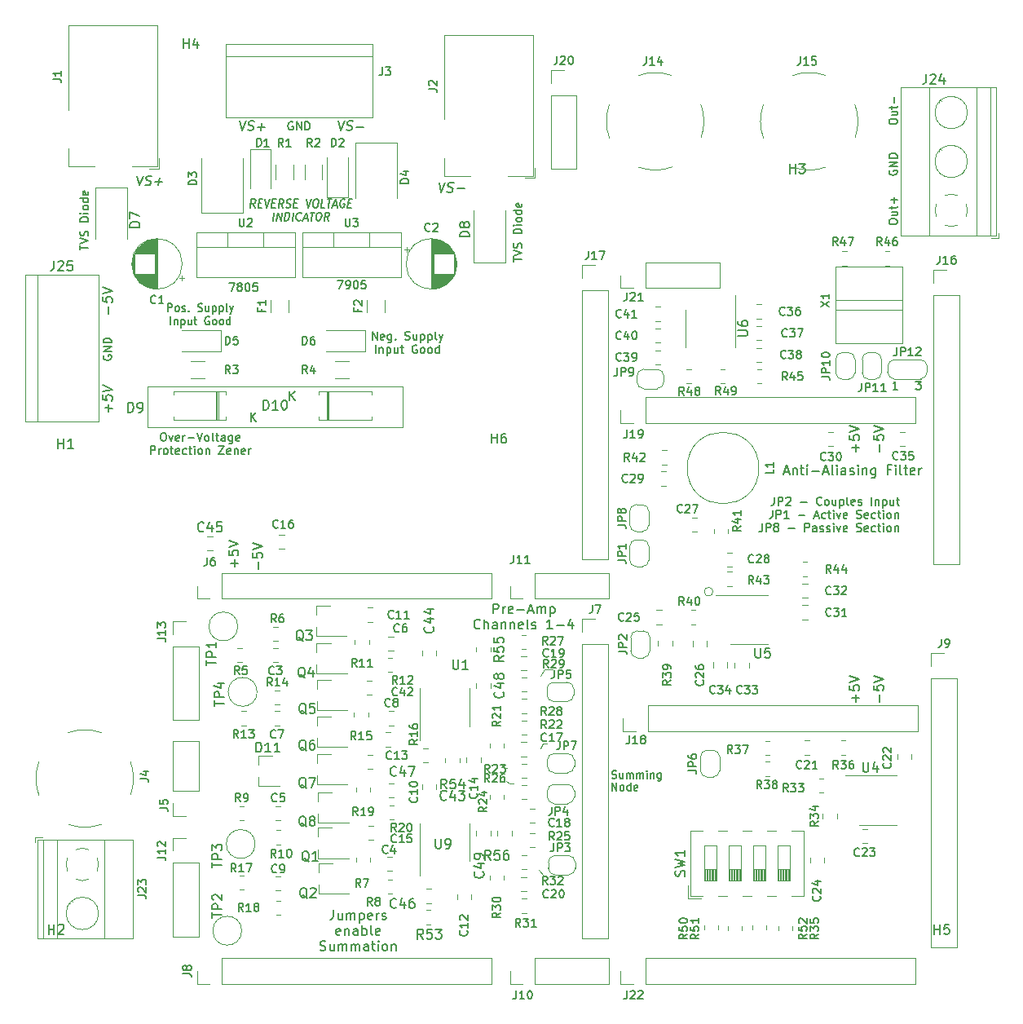
<source format=gbr>
%TF.GenerationSoftware,KiCad,Pcbnew,(6.0.10)*%
%TF.CreationDate,2023-02-20T13:08:26-05:00*%
%TF.ProjectId,ModularPreamp,4d6f6475-6c61-4725-9072-65616d702e6b,rev?*%
%TF.SameCoordinates,Original*%
%TF.FileFunction,Legend,Top*%
%TF.FilePolarity,Positive*%
%FSLAX46Y46*%
G04 Gerber Fmt 4.6, Leading zero omitted, Abs format (unit mm)*
G04 Created by KiCad (PCBNEW (6.0.10)) date 2023-02-20 13:08:26*
%MOMM*%
%LPD*%
G01*
G04 APERTURE LIST*
%ADD10C,0.120000*%
%ADD11C,0.150000*%
G04 APERTURE END LIST*
D10*
X136100000Y-95500000D02*
X136500000Y-95500000D01*
X135750000Y-95300000D02*
X136100000Y-95500000D01*
X135750000Y-93900000D02*
X135900000Y-93900000D01*
X139750000Y-83650000D02*
X140600000Y-83650000D01*
X139300000Y-84300000D02*
X139750000Y-83650000D01*
X139600000Y-91350000D02*
X140000000Y-91350000D01*
X139300000Y-91850000D02*
X139600000Y-91350000D01*
X139700000Y-105050000D02*
X139150000Y-104500000D01*
D11*
X128801755Y-33102380D02*
X129010089Y-34102380D01*
X129468422Y-33102380D01*
X129635089Y-34054761D02*
X129771994Y-34102380D01*
X130010089Y-34102380D01*
X130111279Y-34054761D01*
X130164851Y-34007142D01*
X130224375Y-33911904D01*
X130236279Y-33816666D01*
X130200565Y-33721428D01*
X130158898Y-33673809D01*
X130069613Y-33626190D01*
X129885089Y-33578571D01*
X129795803Y-33530952D01*
X129754136Y-33483333D01*
X129718422Y-33388095D01*
X129730327Y-33292857D01*
X129789851Y-33197619D01*
X129843422Y-33150000D01*
X129944613Y-33102380D01*
X130182708Y-33102380D01*
X130319613Y-33150000D01*
X130676755Y-33721428D02*
X131438660Y-33721428D01*
X97451755Y-32402380D02*
X97660089Y-33402380D01*
X98118422Y-32402380D01*
X98285089Y-33354761D02*
X98421994Y-33402380D01*
X98660089Y-33402380D01*
X98761279Y-33354761D01*
X98814851Y-33307142D01*
X98874375Y-33211904D01*
X98886279Y-33116666D01*
X98850565Y-33021428D01*
X98808898Y-32973809D01*
X98719613Y-32926190D01*
X98535089Y-32878571D01*
X98445803Y-32830952D01*
X98404136Y-32783333D01*
X98368422Y-32688095D01*
X98380327Y-32592857D01*
X98439851Y-32497619D01*
X98493422Y-32450000D01*
X98594613Y-32402380D01*
X98832708Y-32402380D01*
X98969613Y-32450000D01*
X99326755Y-33021428D02*
X100088660Y-33021428D01*
X99660089Y-33402380D02*
X99755327Y-32640476D01*
D10*
X125000000Y-58500000D02*
X98500000Y-58500000D01*
X98500000Y-54250000D02*
X125000000Y-54250000D01*
X157247214Y-75600000D02*
G75*
G03*
X157247214Y-75600000I-447214J0D01*
G01*
X125000000Y-54250000D02*
X125000000Y-58500000D01*
X98500000Y-58500000D02*
X98500000Y-54250000D01*
D11*
X172071428Y-61035714D02*
X172071428Y-60273809D01*
X172452380Y-60654761D02*
X171690476Y-60654761D01*
X171452380Y-59321428D02*
X171452380Y-59797619D01*
X171928571Y-59845238D01*
X171880952Y-59797619D01*
X171833333Y-59702380D01*
X171833333Y-59464285D01*
X171880952Y-59369047D01*
X171928571Y-59321428D01*
X172023809Y-59273809D01*
X172261904Y-59273809D01*
X172357142Y-59321428D01*
X172404761Y-59369047D01*
X172452380Y-59464285D01*
X172452380Y-59702380D01*
X172404761Y-59797619D01*
X172357142Y-59845238D01*
X171452380Y-58988095D02*
X172452380Y-58654761D01*
X171452380Y-58321428D01*
X174571428Y-61035714D02*
X174571428Y-60273809D01*
X173952380Y-59321428D02*
X173952380Y-59797619D01*
X174428571Y-59845238D01*
X174380952Y-59797619D01*
X174333333Y-59702380D01*
X174333333Y-59464285D01*
X174380952Y-59369047D01*
X174428571Y-59321428D01*
X174523809Y-59273809D01*
X174761904Y-59273809D01*
X174857142Y-59321428D01*
X174904761Y-59369047D01*
X174952380Y-59464285D01*
X174952380Y-59702380D01*
X174904761Y-59797619D01*
X174857142Y-59845238D01*
X173952380Y-58988095D02*
X174952380Y-58654761D01*
X173952380Y-58321428D01*
X121877380Y-49450273D02*
X121877380Y-48600273D01*
X122363095Y-49450273D01*
X122363095Y-48600273D01*
X123091666Y-49409797D02*
X123010714Y-49450273D01*
X122848809Y-49450273D01*
X122767857Y-49409797D01*
X122727380Y-49328845D01*
X122727380Y-49005035D01*
X122767857Y-48924083D01*
X122848809Y-48883607D01*
X123010714Y-48883607D01*
X123091666Y-48924083D01*
X123132142Y-49005035D01*
X123132142Y-49085988D01*
X122727380Y-49166940D01*
X123860714Y-48883607D02*
X123860714Y-49571702D01*
X123820238Y-49652654D01*
X123779761Y-49693130D01*
X123698809Y-49733607D01*
X123577380Y-49733607D01*
X123496428Y-49693130D01*
X123860714Y-49409797D02*
X123779761Y-49450273D01*
X123617857Y-49450273D01*
X123536904Y-49409797D01*
X123496428Y-49369321D01*
X123455952Y-49288369D01*
X123455952Y-49045511D01*
X123496428Y-48964559D01*
X123536904Y-48924083D01*
X123617857Y-48883607D01*
X123779761Y-48883607D01*
X123860714Y-48924083D01*
X124265476Y-49369321D02*
X124305952Y-49409797D01*
X124265476Y-49450273D01*
X124225000Y-49409797D01*
X124265476Y-49369321D01*
X124265476Y-49450273D01*
X125277380Y-49409797D02*
X125398809Y-49450273D01*
X125601190Y-49450273D01*
X125682142Y-49409797D01*
X125722619Y-49369321D01*
X125763095Y-49288369D01*
X125763095Y-49207416D01*
X125722619Y-49126464D01*
X125682142Y-49085988D01*
X125601190Y-49045511D01*
X125439285Y-49005035D01*
X125358333Y-48964559D01*
X125317857Y-48924083D01*
X125277380Y-48843130D01*
X125277380Y-48762178D01*
X125317857Y-48681226D01*
X125358333Y-48640750D01*
X125439285Y-48600273D01*
X125641666Y-48600273D01*
X125763095Y-48640750D01*
X126491666Y-48883607D02*
X126491666Y-49450273D01*
X126127380Y-48883607D02*
X126127380Y-49328845D01*
X126167857Y-49409797D01*
X126248809Y-49450273D01*
X126370238Y-49450273D01*
X126451190Y-49409797D01*
X126491666Y-49369321D01*
X126896428Y-48883607D02*
X126896428Y-49733607D01*
X126896428Y-48924083D02*
X126977380Y-48883607D01*
X127139285Y-48883607D01*
X127220238Y-48924083D01*
X127260714Y-48964559D01*
X127301190Y-49045511D01*
X127301190Y-49288369D01*
X127260714Y-49369321D01*
X127220238Y-49409797D01*
X127139285Y-49450273D01*
X126977380Y-49450273D01*
X126896428Y-49409797D01*
X127665476Y-48883607D02*
X127665476Y-49733607D01*
X127665476Y-48924083D02*
X127746428Y-48883607D01*
X127908333Y-48883607D01*
X127989285Y-48924083D01*
X128029761Y-48964559D01*
X128070238Y-49045511D01*
X128070238Y-49288369D01*
X128029761Y-49369321D01*
X127989285Y-49409797D01*
X127908333Y-49450273D01*
X127746428Y-49450273D01*
X127665476Y-49409797D01*
X128555952Y-49450273D02*
X128475000Y-49409797D01*
X128434523Y-49328845D01*
X128434523Y-48600273D01*
X128798809Y-48883607D02*
X129001190Y-49450273D01*
X129203571Y-48883607D02*
X129001190Y-49450273D01*
X128920238Y-49652654D01*
X128879761Y-49693130D01*
X128798809Y-49733607D01*
X122201190Y-50818773D02*
X122201190Y-49968773D01*
X122605952Y-50252107D02*
X122605952Y-50818773D01*
X122605952Y-50333059D02*
X122646428Y-50292583D01*
X122727380Y-50252107D01*
X122848809Y-50252107D01*
X122929761Y-50292583D01*
X122970238Y-50373535D01*
X122970238Y-50818773D01*
X123375000Y-50252107D02*
X123375000Y-51102107D01*
X123375000Y-50292583D02*
X123455952Y-50252107D01*
X123617857Y-50252107D01*
X123698809Y-50292583D01*
X123739285Y-50333059D01*
X123779761Y-50414011D01*
X123779761Y-50656869D01*
X123739285Y-50737821D01*
X123698809Y-50778297D01*
X123617857Y-50818773D01*
X123455952Y-50818773D01*
X123375000Y-50778297D01*
X124508333Y-50252107D02*
X124508333Y-50818773D01*
X124144047Y-50252107D02*
X124144047Y-50697345D01*
X124184523Y-50778297D01*
X124265476Y-50818773D01*
X124386904Y-50818773D01*
X124467857Y-50778297D01*
X124508333Y-50737821D01*
X124791666Y-50252107D02*
X125115476Y-50252107D01*
X124913095Y-49968773D02*
X124913095Y-50697345D01*
X124953571Y-50778297D01*
X125034523Y-50818773D01*
X125115476Y-50818773D01*
X126491666Y-50009250D02*
X126410714Y-49968773D01*
X126289285Y-49968773D01*
X126167857Y-50009250D01*
X126086904Y-50090202D01*
X126046428Y-50171154D01*
X126005952Y-50333059D01*
X126005952Y-50454488D01*
X126046428Y-50616392D01*
X126086904Y-50697345D01*
X126167857Y-50778297D01*
X126289285Y-50818773D01*
X126370238Y-50818773D01*
X126491666Y-50778297D01*
X126532142Y-50737821D01*
X126532142Y-50454488D01*
X126370238Y-50454488D01*
X127017857Y-50818773D02*
X126936904Y-50778297D01*
X126896428Y-50737821D01*
X126855952Y-50656869D01*
X126855952Y-50414011D01*
X126896428Y-50333059D01*
X126936904Y-50292583D01*
X127017857Y-50252107D01*
X127139285Y-50252107D01*
X127220238Y-50292583D01*
X127260714Y-50333059D01*
X127301190Y-50414011D01*
X127301190Y-50656869D01*
X127260714Y-50737821D01*
X127220238Y-50778297D01*
X127139285Y-50818773D01*
X127017857Y-50818773D01*
X127786904Y-50818773D02*
X127705952Y-50778297D01*
X127665476Y-50737821D01*
X127625000Y-50656869D01*
X127625000Y-50414011D01*
X127665476Y-50333059D01*
X127705952Y-50292583D01*
X127786904Y-50252107D01*
X127908333Y-50252107D01*
X127989285Y-50292583D01*
X128029761Y-50333059D01*
X128070238Y-50414011D01*
X128070238Y-50656869D01*
X128029761Y-50737821D01*
X127989285Y-50778297D01*
X127908333Y-50818773D01*
X127786904Y-50818773D01*
X128798809Y-50818773D02*
X128798809Y-49968773D01*
X128798809Y-50778297D02*
X128717857Y-50818773D01*
X128555952Y-50818773D01*
X128475000Y-50778297D01*
X128434523Y-50737821D01*
X128394047Y-50656869D01*
X128394047Y-50414011D01*
X128434523Y-50333059D01*
X128475000Y-50292583D01*
X128555952Y-50252107D01*
X128717857Y-50252107D01*
X128798809Y-50292583D01*
X91534523Y-40096428D02*
X91534523Y-39610714D01*
X92384523Y-39853571D02*
X91534523Y-39853571D01*
X91534523Y-39448809D02*
X92384523Y-39165476D01*
X91534523Y-38882142D01*
X92344047Y-38639285D02*
X92384523Y-38517857D01*
X92384523Y-38315476D01*
X92344047Y-38234523D01*
X92303571Y-38194047D01*
X92222619Y-38153571D01*
X92141666Y-38153571D01*
X92060714Y-38194047D01*
X92020238Y-38234523D01*
X91979761Y-38315476D01*
X91939285Y-38477380D01*
X91898809Y-38558333D01*
X91858333Y-38598809D01*
X91777380Y-38639285D01*
X91696428Y-38639285D01*
X91615476Y-38598809D01*
X91575000Y-38558333D01*
X91534523Y-38477380D01*
X91534523Y-38275000D01*
X91575000Y-38153571D01*
X92384523Y-37141666D02*
X91534523Y-37141666D01*
X91534523Y-36939285D01*
X91575000Y-36817857D01*
X91655952Y-36736904D01*
X91736904Y-36696428D01*
X91898809Y-36655952D01*
X92020238Y-36655952D01*
X92182142Y-36696428D01*
X92263095Y-36736904D01*
X92344047Y-36817857D01*
X92384523Y-36939285D01*
X92384523Y-37141666D01*
X92384523Y-36291666D02*
X91817857Y-36291666D01*
X91534523Y-36291666D02*
X91575000Y-36332142D01*
X91615476Y-36291666D01*
X91575000Y-36251190D01*
X91534523Y-36291666D01*
X91615476Y-36291666D01*
X92384523Y-35765476D02*
X92344047Y-35846428D01*
X92303571Y-35886904D01*
X92222619Y-35927380D01*
X91979761Y-35927380D01*
X91898809Y-35886904D01*
X91858333Y-35846428D01*
X91817857Y-35765476D01*
X91817857Y-35644047D01*
X91858333Y-35563095D01*
X91898809Y-35522619D01*
X91979761Y-35482142D01*
X92222619Y-35482142D01*
X92303571Y-35522619D01*
X92344047Y-35563095D01*
X92384523Y-35644047D01*
X92384523Y-35765476D01*
X92384523Y-34753571D02*
X91534523Y-34753571D01*
X92344047Y-34753571D02*
X92384523Y-34834523D01*
X92384523Y-34996428D01*
X92344047Y-35077380D01*
X92303571Y-35117857D01*
X92222619Y-35158333D01*
X91979761Y-35158333D01*
X91898809Y-35117857D01*
X91858333Y-35077380D01*
X91817857Y-34996428D01*
X91817857Y-34834523D01*
X91858333Y-34753571D01*
X92344047Y-34025000D02*
X92384523Y-34105952D01*
X92384523Y-34267857D01*
X92344047Y-34348809D01*
X92263095Y-34389285D01*
X91939285Y-34389285D01*
X91858333Y-34348809D01*
X91817857Y-34267857D01*
X91817857Y-34105952D01*
X91858333Y-34025000D01*
X91939285Y-33984523D01*
X92020238Y-33984523D01*
X92101190Y-34389285D01*
X108101755Y-26702380D02*
X108310089Y-27702380D01*
X108768422Y-26702380D01*
X108935089Y-27654761D02*
X109071994Y-27702380D01*
X109310089Y-27702380D01*
X109411279Y-27654761D01*
X109464851Y-27607142D01*
X109524375Y-27511904D01*
X109536279Y-27416666D01*
X109500565Y-27321428D01*
X109458898Y-27273809D01*
X109369613Y-27226190D01*
X109185089Y-27178571D01*
X109095803Y-27130952D01*
X109054136Y-27083333D01*
X109018422Y-26988095D01*
X109030327Y-26892857D01*
X109089851Y-26797619D01*
X109143422Y-26750000D01*
X109244613Y-26702380D01*
X109482708Y-26702380D01*
X109619613Y-26750000D01*
X109976755Y-27321428D02*
X110738660Y-27321428D01*
X110310089Y-27702380D02*
X110405327Y-26940476D01*
X175534523Y-26834523D02*
X175534523Y-26672619D01*
X175575000Y-26591666D01*
X175655952Y-26510714D01*
X175817857Y-26470238D01*
X176101190Y-26470238D01*
X176263095Y-26510714D01*
X176344047Y-26591666D01*
X176384523Y-26672619D01*
X176384523Y-26834523D01*
X176344047Y-26915476D01*
X176263095Y-26996428D01*
X176101190Y-27036904D01*
X175817857Y-27036904D01*
X175655952Y-26996428D01*
X175575000Y-26915476D01*
X175534523Y-26834523D01*
X175817857Y-25741666D02*
X176384523Y-25741666D01*
X175817857Y-26105952D02*
X176263095Y-26105952D01*
X176344047Y-26065476D01*
X176384523Y-25984523D01*
X176384523Y-25863095D01*
X176344047Y-25782142D01*
X176303571Y-25741666D01*
X175817857Y-25458333D02*
X175817857Y-25134523D01*
X175534523Y-25336904D02*
X176263095Y-25336904D01*
X176344047Y-25296428D01*
X176384523Y-25215476D01*
X176384523Y-25134523D01*
X176060714Y-24851190D02*
X176060714Y-24203571D01*
X175575000Y-31847619D02*
X175534523Y-31928571D01*
X175534523Y-32050000D01*
X175575000Y-32171428D01*
X175655952Y-32252380D01*
X175736904Y-32292857D01*
X175898809Y-32333333D01*
X176020238Y-32333333D01*
X176182142Y-32292857D01*
X176263095Y-32252380D01*
X176344047Y-32171428D01*
X176384523Y-32050000D01*
X176384523Y-31969047D01*
X176344047Y-31847619D01*
X176303571Y-31807142D01*
X176020238Y-31807142D01*
X176020238Y-31969047D01*
X176384523Y-31442857D02*
X175534523Y-31442857D01*
X176384523Y-30957142D01*
X175534523Y-30957142D01*
X176384523Y-30552380D02*
X175534523Y-30552380D01*
X175534523Y-30350000D01*
X175575000Y-30228571D01*
X175655952Y-30147619D01*
X175736904Y-30107142D01*
X175898809Y-30066666D01*
X176020238Y-30066666D01*
X176182142Y-30107142D01*
X176263095Y-30147619D01*
X176344047Y-30228571D01*
X176384523Y-30350000D01*
X176384523Y-30552380D01*
X94471428Y-56932767D02*
X94471428Y-56170863D01*
X94852380Y-56599434D02*
X94090476Y-56504196D01*
X93852380Y-55141101D02*
X93852380Y-55617291D01*
X94328571Y-55724434D01*
X94280952Y-55670863D01*
X94233333Y-55569672D01*
X94233333Y-55331577D01*
X94280952Y-55242291D01*
X94328571Y-55200625D01*
X94423809Y-55164910D01*
X94661904Y-55194672D01*
X94757142Y-55254196D01*
X94804761Y-55307767D01*
X94852380Y-55408958D01*
X94852380Y-55647053D01*
X94804761Y-55736339D01*
X94757142Y-55778005D01*
X93852380Y-54807767D02*
X94852380Y-54599434D01*
X93852380Y-54141101D01*
X94471428Y-46732767D02*
X94471428Y-45970863D01*
X93852380Y-44941101D02*
X93852380Y-45417291D01*
X94328571Y-45524434D01*
X94280952Y-45470863D01*
X94233333Y-45369672D01*
X94233333Y-45131577D01*
X94280952Y-45042291D01*
X94328571Y-45000625D01*
X94423809Y-44964910D01*
X94661904Y-44994672D01*
X94757142Y-45054196D01*
X94804761Y-45107767D01*
X94852380Y-45208958D01*
X94852380Y-45447053D01*
X94804761Y-45536339D01*
X94757142Y-45578005D01*
X93852380Y-44607767D02*
X94852380Y-44399434D01*
X93852380Y-43941101D01*
X93975000Y-51047619D02*
X93934523Y-51128571D01*
X93934523Y-51250000D01*
X93975000Y-51371428D01*
X94055952Y-51452380D01*
X94136904Y-51492857D01*
X94298809Y-51533333D01*
X94420238Y-51533333D01*
X94582142Y-51492857D01*
X94663095Y-51452380D01*
X94744047Y-51371428D01*
X94784523Y-51250000D01*
X94784523Y-51169047D01*
X94744047Y-51047619D01*
X94703571Y-51007142D01*
X94420238Y-51007142D01*
X94420238Y-51169047D01*
X94784523Y-50642857D02*
X93934523Y-50642857D01*
X94784523Y-50157142D01*
X93934523Y-50157142D01*
X94784523Y-49752380D02*
X93934523Y-49752380D01*
X93934523Y-49550000D01*
X93975000Y-49428571D01*
X94055952Y-49347619D01*
X94136904Y-49307142D01*
X94298809Y-49266666D01*
X94420238Y-49266666D01*
X94582142Y-49307142D01*
X94663095Y-49347619D01*
X94744047Y-49428571D01*
X94784523Y-49550000D01*
X94784523Y-49752380D01*
X163628690Y-65766023D02*
X163628690Y-66373166D01*
X163588214Y-66494595D01*
X163507261Y-66575547D01*
X163385833Y-66616023D01*
X163304880Y-66616023D01*
X164033452Y-66616023D02*
X164033452Y-65766023D01*
X164357261Y-65766023D01*
X164438214Y-65806500D01*
X164478690Y-65846976D01*
X164519166Y-65927928D01*
X164519166Y-66049357D01*
X164478690Y-66130309D01*
X164438214Y-66170785D01*
X164357261Y-66211261D01*
X164033452Y-66211261D01*
X164842976Y-65846976D02*
X164883452Y-65806500D01*
X164964404Y-65766023D01*
X165166785Y-65766023D01*
X165247738Y-65806500D01*
X165288214Y-65846976D01*
X165328690Y-65927928D01*
X165328690Y-66008880D01*
X165288214Y-66130309D01*
X164802500Y-66616023D01*
X165328690Y-66616023D01*
X166340595Y-66292214D02*
X166988214Y-66292214D01*
X168526309Y-66535071D02*
X168485833Y-66575547D01*
X168364404Y-66616023D01*
X168283452Y-66616023D01*
X168162023Y-66575547D01*
X168081071Y-66494595D01*
X168040595Y-66413642D01*
X168000119Y-66251738D01*
X168000119Y-66130309D01*
X168040595Y-65968404D01*
X168081071Y-65887452D01*
X168162023Y-65806500D01*
X168283452Y-65766023D01*
X168364404Y-65766023D01*
X168485833Y-65806500D01*
X168526309Y-65846976D01*
X169012023Y-66616023D02*
X168931071Y-66575547D01*
X168890595Y-66535071D01*
X168850119Y-66454119D01*
X168850119Y-66211261D01*
X168890595Y-66130309D01*
X168931071Y-66089833D01*
X169012023Y-66049357D01*
X169133452Y-66049357D01*
X169214404Y-66089833D01*
X169254880Y-66130309D01*
X169295357Y-66211261D01*
X169295357Y-66454119D01*
X169254880Y-66535071D01*
X169214404Y-66575547D01*
X169133452Y-66616023D01*
X169012023Y-66616023D01*
X170023928Y-66049357D02*
X170023928Y-66616023D01*
X169659642Y-66049357D02*
X169659642Y-66494595D01*
X169700119Y-66575547D01*
X169781071Y-66616023D01*
X169902500Y-66616023D01*
X169983452Y-66575547D01*
X170023928Y-66535071D01*
X170428690Y-66049357D02*
X170428690Y-66899357D01*
X170428690Y-66089833D02*
X170509642Y-66049357D01*
X170671547Y-66049357D01*
X170752500Y-66089833D01*
X170792976Y-66130309D01*
X170833452Y-66211261D01*
X170833452Y-66454119D01*
X170792976Y-66535071D01*
X170752500Y-66575547D01*
X170671547Y-66616023D01*
X170509642Y-66616023D01*
X170428690Y-66575547D01*
X171319166Y-66616023D02*
X171238214Y-66575547D01*
X171197738Y-66494595D01*
X171197738Y-65766023D01*
X171966785Y-66575547D02*
X171885833Y-66616023D01*
X171723928Y-66616023D01*
X171642976Y-66575547D01*
X171602500Y-66494595D01*
X171602500Y-66170785D01*
X171642976Y-66089833D01*
X171723928Y-66049357D01*
X171885833Y-66049357D01*
X171966785Y-66089833D01*
X172007261Y-66170785D01*
X172007261Y-66251738D01*
X171602500Y-66332690D01*
X172331071Y-66575547D02*
X172412023Y-66616023D01*
X172573928Y-66616023D01*
X172654880Y-66575547D01*
X172695357Y-66494595D01*
X172695357Y-66454119D01*
X172654880Y-66373166D01*
X172573928Y-66332690D01*
X172452500Y-66332690D01*
X172371547Y-66292214D01*
X172331071Y-66211261D01*
X172331071Y-66170785D01*
X172371547Y-66089833D01*
X172452500Y-66049357D01*
X172573928Y-66049357D01*
X172654880Y-66089833D01*
X173707261Y-66616023D02*
X173707261Y-65766023D01*
X174112023Y-66049357D02*
X174112023Y-66616023D01*
X174112023Y-66130309D02*
X174152500Y-66089833D01*
X174233452Y-66049357D01*
X174354880Y-66049357D01*
X174435833Y-66089833D01*
X174476309Y-66170785D01*
X174476309Y-66616023D01*
X174881071Y-66049357D02*
X174881071Y-66899357D01*
X174881071Y-66089833D02*
X174962023Y-66049357D01*
X175123928Y-66049357D01*
X175204880Y-66089833D01*
X175245357Y-66130309D01*
X175285833Y-66211261D01*
X175285833Y-66454119D01*
X175245357Y-66535071D01*
X175204880Y-66575547D01*
X175123928Y-66616023D01*
X174962023Y-66616023D01*
X174881071Y-66575547D01*
X176014404Y-66049357D02*
X176014404Y-66616023D01*
X175650119Y-66049357D02*
X175650119Y-66494595D01*
X175690595Y-66575547D01*
X175771547Y-66616023D01*
X175892976Y-66616023D01*
X175973928Y-66575547D01*
X176014404Y-66535071D01*
X176297738Y-66049357D02*
X176621547Y-66049357D01*
X176419166Y-65766023D02*
X176419166Y-66494595D01*
X176459642Y-66575547D01*
X176540595Y-66616023D01*
X176621547Y-66616023D01*
X163426309Y-67134523D02*
X163426309Y-67741666D01*
X163385833Y-67863095D01*
X163304880Y-67944047D01*
X163183452Y-67984523D01*
X163102500Y-67984523D01*
X163831071Y-67984523D02*
X163831071Y-67134523D01*
X164154880Y-67134523D01*
X164235833Y-67175000D01*
X164276309Y-67215476D01*
X164316785Y-67296428D01*
X164316785Y-67417857D01*
X164276309Y-67498809D01*
X164235833Y-67539285D01*
X164154880Y-67579761D01*
X163831071Y-67579761D01*
X165126309Y-67984523D02*
X164640595Y-67984523D01*
X164883452Y-67984523D02*
X164883452Y-67134523D01*
X164802500Y-67255952D01*
X164721547Y-67336904D01*
X164640595Y-67377380D01*
X166138214Y-67660714D02*
X166785833Y-67660714D01*
X167797738Y-67741666D02*
X168202500Y-67741666D01*
X167716785Y-67984523D02*
X168000119Y-67134523D01*
X168283452Y-67984523D01*
X168931071Y-67944047D02*
X168850119Y-67984523D01*
X168688214Y-67984523D01*
X168607261Y-67944047D01*
X168566785Y-67903571D01*
X168526309Y-67822619D01*
X168526309Y-67579761D01*
X168566785Y-67498809D01*
X168607261Y-67458333D01*
X168688214Y-67417857D01*
X168850119Y-67417857D01*
X168931071Y-67458333D01*
X169173928Y-67417857D02*
X169497738Y-67417857D01*
X169295357Y-67134523D02*
X169295357Y-67863095D01*
X169335833Y-67944047D01*
X169416785Y-67984523D01*
X169497738Y-67984523D01*
X169781071Y-67984523D02*
X169781071Y-67417857D01*
X169781071Y-67134523D02*
X169740595Y-67175000D01*
X169781071Y-67215476D01*
X169821547Y-67175000D01*
X169781071Y-67134523D01*
X169781071Y-67215476D01*
X170104880Y-67417857D02*
X170307261Y-67984523D01*
X170509642Y-67417857D01*
X171157261Y-67944047D02*
X171076309Y-67984523D01*
X170914404Y-67984523D01*
X170833452Y-67944047D01*
X170792976Y-67863095D01*
X170792976Y-67539285D01*
X170833452Y-67458333D01*
X170914404Y-67417857D01*
X171076309Y-67417857D01*
X171157261Y-67458333D01*
X171197738Y-67539285D01*
X171197738Y-67620238D01*
X170792976Y-67701190D01*
X172169166Y-67944047D02*
X172290595Y-67984523D01*
X172492976Y-67984523D01*
X172573928Y-67944047D01*
X172614404Y-67903571D01*
X172654880Y-67822619D01*
X172654880Y-67741666D01*
X172614404Y-67660714D01*
X172573928Y-67620238D01*
X172492976Y-67579761D01*
X172331071Y-67539285D01*
X172250119Y-67498809D01*
X172209642Y-67458333D01*
X172169166Y-67377380D01*
X172169166Y-67296428D01*
X172209642Y-67215476D01*
X172250119Y-67175000D01*
X172331071Y-67134523D01*
X172533452Y-67134523D01*
X172654880Y-67175000D01*
X173342976Y-67944047D02*
X173262023Y-67984523D01*
X173100119Y-67984523D01*
X173019166Y-67944047D01*
X172978690Y-67863095D01*
X172978690Y-67539285D01*
X173019166Y-67458333D01*
X173100119Y-67417857D01*
X173262023Y-67417857D01*
X173342976Y-67458333D01*
X173383452Y-67539285D01*
X173383452Y-67620238D01*
X172978690Y-67701190D01*
X174112023Y-67944047D02*
X174031071Y-67984523D01*
X173869166Y-67984523D01*
X173788214Y-67944047D01*
X173747738Y-67903571D01*
X173707261Y-67822619D01*
X173707261Y-67579761D01*
X173747738Y-67498809D01*
X173788214Y-67458333D01*
X173869166Y-67417857D01*
X174031071Y-67417857D01*
X174112023Y-67458333D01*
X174354880Y-67417857D02*
X174678690Y-67417857D01*
X174476309Y-67134523D02*
X174476309Y-67863095D01*
X174516785Y-67944047D01*
X174597738Y-67984523D01*
X174678690Y-67984523D01*
X174962023Y-67984523D02*
X174962023Y-67417857D01*
X174962023Y-67134523D02*
X174921547Y-67175000D01*
X174962023Y-67215476D01*
X175002500Y-67175000D01*
X174962023Y-67134523D01*
X174962023Y-67215476D01*
X175488214Y-67984523D02*
X175407261Y-67944047D01*
X175366785Y-67903571D01*
X175326309Y-67822619D01*
X175326309Y-67579761D01*
X175366785Y-67498809D01*
X175407261Y-67458333D01*
X175488214Y-67417857D01*
X175609642Y-67417857D01*
X175690595Y-67458333D01*
X175731071Y-67498809D01*
X175771547Y-67579761D01*
X175771547Y-67822619D01*
X175731071Y-67903571D01*
X175690595Y-67944047D01*
X175609642Y-67984523D01*
X175488214Y-67984523D01*
X176135833Y-67417857D02*
X176135833Y-67984523D01*
X176135833Y-67498809D02*
X176176309Y-67458333D01*
X176257261Y-67417857D01*
X176378690Y-67417857D01*
X176459642Y-67458333D01*
X176500119Y-67539285D01*
X176500119Y-67984523D01*
X162373928Y-68503023D02*
X162373928Y-69110166D01*
X162333452Y-69231595D01*
X162252500Y-69312547D01*
X162131071Y-69353023D01*
X162050119Y-69353023D01*
X162778690Y-69353023D02*
X162778690Y-68503023D01*
X163102500Y-68503023D01*
X163183452Y-68543500D01*
X163223928Y-68583976D01*
X163264404Y-68664928D01*
X163264404Y-68786357D01*
X163223928Y-68867309D01*
X163183452Y-68907785D01*
X163102500Y-68948261D01*
X162778690Y-68948261D01*
X163750119Y-68867309D02*
X163669166Y-68826833D01*
X163628690Y-68786357D01*
X163588214Y-68705404D01*
X163588214Y-68664928D01*
X163628690Y-68583976D01*
X163669166Y-68543500D01*
X163750119Y-68503023D01*
X163912023Y-68503023D01*
X163992976Y-68543500D01*
X164033452Y-68583976D01*
X164073928Y-68664928D01*
X164073928Y-68705404D01*
X164033452Y-68786357D01*
X163992976Y-68826833D01*
X163912023Y-68867309D01*
X163750119Y-68867309D01*
X163669166Y-68907785D01*
X163628690Y-68948261D01*
X163588214Y-69029214D01*
X163588214Y-69191119D01*
X163628690Y-69272071D01*
X163669166Y-69312547D01*
X163750119Y-69353023D01*
X163912023Y-69353023D01*
X163992976Y-69312547D01*
X164033452Y-69272071D01*
X164073928Y-69191119D01*
X164073928Y-69029214D01*
X164033452Y-68948261D01*
X163992976Y-68907785D01*
X163912023Y-68867309D01*
X165085833Y-69029214D02*
X165733452Y-69029214D01*
X166785833Y-69353023D02*
X166785833Y-68503023D01*
X167109642Y-68503023D01*
X167190595Y-68543500D01*
X167231071Y-68583976D01*
X167271547Y-68664928D01*
X167271547Y-68786357D01*
X167231071Y-68867309D01*
X167190595Y-68907785D01*
X167109642Y-68948261D01*
X166785833Y-68948261D01*
X168000119Y-69353023D02*
X168000119Y-68907785D01*
X167959642Y-68826833D01*
X167878690Y-68786357D01*
X167716785Y-68786357D01*
X167635833Y-68826833D01*
X168000119Y-69312547D02*
X167919166Y-69353023D01*
X167716785Y-69353023D01*
X167635833Y-69312547D01*
X167595357Y-69231595D01*
X167595357Y-69150642D01*
X167635833Y-69069690D01*
X167716785Y-69029214D01*
X167919166Y-69029214D01*
X168000119Y-68988738D01*
X168364404Y-69312547D02*
X168445357Y-69353023D01*
X168607261Y-69353023D01*
X168688214Y-69312547D01*
X168728690Y-69231595D01*
X168728690Y-69191119D01*
X168688214Y-69110166D01*
X168607261Y-69069690D01*
X168485833Y-69069690D01*
X168404880Y-69029214D01*
X168364404Y-68948261D01*
X168364404Y-68907785D01*
X168404880Y-68826833D01*
X168485833Y-68786357D01*
X168607261Y-68786357D01*
X168688214Y-68826833D01*
X169052500Y-69312547D02*
X169133452Y-69353023D01*
X169295357Y-69353023D01*
X169376309Y-69312547D01*
X169416785Y-69231595D01*
X169416785Y-69191119D01*
X169376309Y-69110166D01*
X169295357Y-69069690D01*
X169173928Y-69069690D01*
X169092976Y-69029214D01*
X169052500Y-68948261D01*
X169052500Y-68907785D01*
X169092976Y-68826833D01*
X169173928Y-68786357D01*
X169295357Y-68786357D01*
X169376309Y-68826833D01*
X169781071Y-69353023D02*
X169781071Y-68786357D01*
X169781071Y-68503023D02*
X169740595Y-68543500D01*
X169781071Y-68583976D01*
X169821547Y-68543500D01*
X169781071Y-68503023D01*
X169781071Y-68583976D01*
X170104880Y-68786357D02*
X170307261Y-69353023D01*
X170509642Y-68786357D01*
X171157261Y-69312547D02*
X171076309Y-69353023D01*
X170914404Y-69353023D01*
X170833452Y-69312547D01*
X170792976Y-69231595D01*
X170792976Y-68907785D01*
X170833452Y-68826833D01*
X170914404Y-68786357D01*
X171076309Y-68786357D01*
X171157261Y-68826833D01*
X171197738Y-68907785D01*
X171197738Y-68988738D01*
X170792976Y-69069690D01*
X172169166Y-69312547D02*
X172290595Y-69353023D01*
X172492976Y-69353023D01*
X172573928Y-69312547D01*
X172614404Y-69272071D01*
X172654880Y-69191119D01*
X172654880Y-69110166D01*
X172614404Y-69029214D01*
X172573928Y-68988738D01*
X172492976Y-68948261D01*
X172331071Y-68907785D01*
X172250119Y-68867309D01*
X172209642Y-68826833D01*
X172169166Y-68745880D01*
X172169166Y-68664928D01*
X172209642Y-68583976D01*
X172250119Y-68543500D01*
X172331071Y-68503023D01*
X172533452Y-68503023D01*
X172654880Y-68543500D01*
X173342976Y-69312547D02*
X173262023Y-69353023D01*
X173100119Y-69353023D01*
X173019166Y-69312547D01*
X172978690Y-69231595D01*
X172978690Y-68907785D01*
X173019166Y-68826833D01*
X173100119Y-68786357D01*
X173262023Y-68786357D01*
X173342976Y-68826833D01*
X173383452Y-68907785D01*
X173383452Y-68988738D01*
X172978690Y-69069690D01*
X174112023Y-69312547D02*
X174031071Y-69353023D01*
X173869166Y-69353023D01*
X173788214Y-69312547D01*
X173747738Y-69272071D01*
X173707261Y-69191119D01*
X173707261Y-68948261D01*
X173747738Y-68867309D01*
X173788214Y-68826833D01*
X173869166Y-68786357D01*
X174031071Y-68786357D01*
X174112023Y-68826833D01*
X174354880Y-68786357D02*
X174678690Y-68786357D01*
X174476309Y-68503023D02*
X174476309Y-69231595D01*
X174516785Y-69312547D01*
X174597738Y-69353023D01*
X174678690Y-69353023D01*
X174962023Y-69353023D02*
X174962023Y-68786357D01*
X174962023Y-68503023D02*
X174921547Y-68543500D01*
X174962023Y-68583976D01*
X175002500Y-68543500D01*
X174962023Y-68503023D01*
X174962023Y-68583976D01*
X175488214Y-69353023D02*
X175407261Y-69312547D01*
X175366785Y-69272071D01*
X175326309Y-69191119D01*
X175326309Y-68948261D01*
X175366785Y-68867309D01*
X175407261Y-68826833D01*
X175488214Y-68786357D01*
X175609642Y-68786357D01*
X175690595Y-68826833D01*
X175731071Y-68867309D01*
X175771547Y-68948261D01*
X175771547Y-69191119D01*
X175731071Y-69272071D01*
X175690595Y-69312547D01*
X175609642Y-69353023D01*
X175488214Y-69353023D01*
X176135833Y-68786357D02*
X176135833Y-69353023D01*
X176135833Y-68867309D02*
X176176309Y-68826833D01*
X176257261Y-68786357D01*
X176378690Y-68786357D01*
X176459642Y-68826833D01*
X176500119Y-68907785D01*
X176500119Y-69353023D01*
X118351755Y-26702380D02*
X118560089Y-27702380D01*
X119018422Y-26702380D01*
X119185089Y-27654761D02*
X119321994Y-27702380D01*
X119560089Y-27702380D01*
X119661279Y-27654761D01*
X119714851Y-27607142D01*
X119774375Y-27511904D01*
X119786279Y-27416666D01*
X119750565Y-27321428D01*
X119708898Y-27273809D01*
X119619613Y-27226190D01*
X119435089Y-27178571D01*
X119345803Y-27130952D01*
X119304136Y-27083333D01*
X119268422Y-26988095D01*
X119280327Y-26892857D01*
X119339851Y-26797619D01*
X119393422Y-26750000D01*
X119494613Y-26702380D01*
X119732708Y-26702380D01*
X119869613Y-26750000D01*
X120226755Y-27321428D02*
X120988660Y-27321428D01*
X100094047Y-59100273D02*
X100255952Y-59100273D01*
X100336904Y-59140750D01*
X100417857Y-59221702D01*
X100458333Y-59383607D01*
X100458333Y-59666940D01*
X100417857Y-59828845D01*
X100336904Y-59909797D01*
X100255952Y-59950273D01*
X100094047Y-59950273D01*
X100013095Y-59909797D01*
X99932142Y-59828845D01*
X99891666Y-59666940D01*
X99891666Y-59383607D01*
X99932142Y-59221702D01*
X100013095Y-59140750D01*
X100094047Y-59100273D01*
X100741666Y-59383607D02*
X100944047Y-59950273D01*
X101146428Y-59383607D01*
X101794047Y-59909797D02*
X101713095Y-59950273D01*
X101551190Y-59950273D01*
X101470238Y-59909797D01*
X101429761Y-59828845D01*
X101429761Y-59505035D01*
X101470238Y-59424083D01*
X101551190Y-59383607D01*
X101713095Y-59383607D01*
X101794047Y-59424083D01*
X101834523Y-59505035D01*
X101834523Y-59585988D01*
X101429761Y-59666940D01*
X102198809Y-59950273D02*
X102198809Y-59383607D01*
X102198809Y-59545511D02*
X102239285Y-59464559D01*
X102279761Y-59424083D01*
X102360714Y-59383607D01*
X102441666Y-59383607D01*
X102725000Y-59626464D02*
X103372619Y-59626464D01*
X103655952Y-59100273D02*
X103939285Y-59950273D01*
X104222619Y-59100273D01*
X104627380Y-59950273D02*
X104546428Y-59909797D01*
X104505952Y-59869321D01*
X104465476Y-59788369D01*
X104465476Y-59545511D01*
X104505952Y-59464559D01*
X104546428Y-59424083D01*
X104627380Y-59383607D01*
X104748809Y-59383607D01*
X104829761Y-59424083D01*
X104870238Y-59464559D01*
X104910714Y-59545511D01*
X104910714Y-59788369D01*
X104870238Y-59869321D01*
X104829761Y-59909797D01*
X104748809Y-59950273D01*
X104627380Y-59950273D01*
X105396428Y-59950273D02*
X105315476Y-59909797D01*
X105275000Y-59828845D01*
X105275000Y-59100273D01*
X105598809Y-59383607D02*
X105922619Y-59383607D01*
X105720238Y-59100273D02*
X105720238Y-59828845D01*
X105760714Y-59909797D01*
X105841666Y-59950273D01*
X105922619Y-59950273D01*
X106570238Y-59950273D02*
X106570238Y-59505035D01*
X106529761Y-59424083D01*
X106448809Y-59383607D01*
X106286904Y-59383607D01*
X106205952Y-59424083D01*
X106570238Y-59909797D02*
X106489285Y-59950273D01*
X106286904Y-59950273D01*
X106205952Y-59909797D01*
X106165476Y-59828845D01*
X106165476Y-59747892D01*
X106205952Y-59666940D01*
X106286904Y-59626464D01*
X106489285Y-59626464D01*
X106570238Y-59585988D01*
X107339285Y-59383607D02*
X107339285Y-60071702D01*
X107298809Y-60152654D01*
X107258333Y-60193130D01*
X107177380Y-60233607D01*
X107055952Y-60233607D01*
X106975000Y-60193130D01*
X107339285Y-59909797D02*
X107258333Y-59950273D01*
X107096428Y-59950273D01*
X107015476Y-59909797D01*
X106975000Y-59869321D01*
X106934523Y-59788369D01*
X106934523Y-59545511D01*
X106975000Y-59464559D01*
X107015476Y-59424083D01*
X107096428Y-59383607D01*
X107258333Y-59383607D01*
X107339285Y-59424083D01*
X108067857Y-59909797D02*
X107986904Y-59950273D01*
X107825000Y-59950273D01*
X107744047Y-59909797D01*
X107703571Y-59828845D01*
X107703571Y-59505035D01*
X107744047Y-59424083D01*
X107825000Y-59383607D01*
X107986904Y-59383607D01*
X108067857Y-59424083D01*
X108108333Y-59505035D01*
X108108333Y-59585988D01*
X107703571Y-59666940D01*
X98839285Y-61318773D02*
X98839285Y-60468773D01*
X99163095Y-60468773D01*
X99244047Y-60509250D01*
X99284523Y-60549726D01*
X99325000Y-60630678D01*
X99325000Y-60752107D01*
X99284523Y-60833059D01*
X99244047Y-60873535D01*
X99163095Y-60914011D01*
X98839285Y-60914011D01*
X99689285Y-61318773D02*
X99689285Y-60752107D01*
X99689285Y-60914011D02*
X99729761Y-60833059D01*
X99770238Y-60792583D01*
X99851190Y-60752107D01*
X99932142Y-60752107D01*
X100336904Y-61318773D02*
X100255952Y-61278297D01*
X100215476Y-61237821D01*
X100175000Y-61156869D01*
X100175000Y-60914011D01*
X100215476Y-60833059D01*
X100255952Y-60792583D01*
X100336904Y-60752107D01*
X100458333Y-60752107D01*
X100539285Y-60792583D01*
X100579761Y-60833059D01*
X100620238Y-60914011D01*
X100620238Y-61156869D01*
X100579761Y-61237821D01*
X100539285Y-61278297D01*
X100458333Y-61318773D01*
X100336904Y-61318773D01*
X100863095Y-60752107D02*
X101186904Y-60752107D01*
X100984523Y-60468773D02*
X100984523Y-61197345D01*
X101025000Y-61278297D01*
X101105952Y-61318773D01*
X101186904Y-61318773D01*
X101794047Y-61278297D02*
X101713095Y-61318773D01*
X101551190Y-61318773D01*
X101470238Y-61278297D01*
X101429761Y-61197345D01*
X101429761Y-60873535D01*
X101470238Y-60792583D01*
X101551190Y-60752107D01*
X101713095Y-60752107D01*
X101794047Y-60792583D01*
X101834523Y-60873535D01*
X101834523Y-60954488D01*
X101429761Y-61035440D01*
X102563095Y-61278297D02*
X102482142Y-61318773D01*
X102320238Y-61318773D01*
X102239285Y-61278297D01*
X102198809Y-61237821D01*
X102158333Y-61156869D01*
X102158333Y-60914011D01*
X102198809Y-60833059D01*
X102239285Y-60792583D01*
X102320238Y-60752107D01*
X102482142Y-60752107D01*
X102563095Y-60792583D01*
X102805952Y-60752107D02*
X103129761Y-60752107D01*
X102927380Y-60468773D02*
X102927380Y-61197345D01*
X102967857Y-61278297D01*
X103048809Y-61318773D01*
X103129761Y-61318773D01*
X103413095Y-61318773D02*
X103413095Y-60752107D01*
X103413095Y-60468773D02*
X103372619Y-60509250D01*
X103413095Y-60549726D01*
X103453571Y-60509250D01*
X103413095Y-60468773D01*
X103413095Y-60549726D01*
X103939285Y-61318773D02*
X103858333Y-61278297D01*
X103817857Y-61237821D01*
X103777380Y-61156869D01*
X103777380Y-60914011D01*
X103817857Y-60833059D01*
X103858333Y-60792583D01*
X103939285Y-60752107D01*
X104060714Y-60752107D01*
X104141666Y-60792583D01*
X104182142Y-60833059D01*
X104222619Y-60914011D01*
X104222619Y-61156869D01*
X104182142Y-61237821D01*
X104141666Y-61278297D01*
X104060714Y-61318773D01*
X103939285Y-61318773D01*
X104586904Y-60752107D02*
X104586904Y-61318773D01*
X104586904Y-60833059D02*
X104627380Y-60792583D01*
X104708333Y-60752107D01*
X104829761Y-60752107D01*
X104910714Y-60792583D01*
X104951190Y-60873535D01*
X104951190Y-61318773D01*
X105922619Y-60468773D02*
X106489285Y-60468773D01*
X105922619Y-61318773D01*
X106489285Y-61318773D01*
X107136904Y-61278297D02*
X107055952Y-61318773D01*
X106894047Y-61318773D01*
X106813095Y-61278297D01*
X106772619Y-61197345D01*
X106772619Y-60873535D01*
X106813095Y-60792583D01*
X106894047Y-60752107D01*
X107055952Y-60752107D01*
X107136904Y-60792583D01*
X107177380Y-60873535D01*
X107177380Y-60954488D01*
X106772619Y-61035440D01*
X107541666Y-60752107D02*
X107541666Y-61318773D01*
X107541666Y-60833059D02*
X107582142Y-60792583D01*
X107663095Y-60752107D01*
X107784523Y-60752107D01*
X107865476Y-60792583D01*
X107905952Y-60873535D01*
X107905952Y-61318773D01*
X108634523Y-61278297D02*
X108553571Y-61318773D01*
X108391666Y-61318773D01*
X108310714Y-61278297D01*
X108270238Y-61197345D01*
X108270238Y-60873535D01*
X108310714Y-60792583D01*
X108391666Y-60752107D01*
X108553571Y-60752107D01*
X108634523Y-60792583D01*
X108675000Y-60873535D01*
X108675000Y-60954488D01*
X108270238Y-61035440D01*
X109039285Y-61318773D02*
X109039285Y-60752107D01*
X109039285Y-60914011D02*
X109079761Y-60833059D01*
X109120238Y-60792583D01*
X109201190Y-60752107D01*
X109282142Y-60752107D01*
X175534523Y-37234523D02*
X175534523Y-37072619D01*
X175575000Y-36991666D01*
X175655952Y-36910714D01*
X175817857Y-36870238D01*
X176101190Y-36870238D01*
X176263095Y-36910714D01*
X176344047Y-36991666D01*
X176384523Y-37072619D01*
X176384523Y-37234523D01*
X176344047Y-37315476D01*
X176263095Y-37396428D01*
X176101190Y-37436904D01*
X175817857Y-37436904D01*
X175655952Y-37396428D01*
X175575000Y-37315476D01*
X175534523Y-37234523D01*
X175817857Y-36141666D02*
X176384523Y-36141666D01*
X175817857Y-36505952D02*
X176263095Y-36505952D01*
X176344047Y-36465476D01*
X176384523Y-36384523D01*
X176384523Y-36263095D01*
X176344047Y-36182142D01*
X176303571Y-36141666D01*
X175817857Y-35858333D02*
X175817857Y-35534523D01*
X175534523Y-35736904D02*
X176263095Y-35736904D01*
X176344047Y-35696428D01*
X176384523Y-35615476D01*
X176384523Y-35534523D01*
X176060714Y-35251190D02*
X176060714Y-34603571D01*
X176384523Y-34927380D02*
X175736904Y-34927380D01*
X117828571Y-108642380D02*
X117828571Y-109356666D01*
X117780952Y-109499523D01*
X117685714Y-109594761D01*
X117542857Y-109642380D01*
X117447619Y-109642380D01*
X118733333Y-108975714D02*
X118733333Y-109642380D01*
X118304761Y-108975714D02*
X118304761Y-109499523D01*
X118352380Y-109594761D01*
X118447619Y-109642380D01*
X118590476Y-109642380D01*
X118685714Y-109594761D01*
X118733333Y-109547142D01*
X119209523Y-109642380D02*
X119209523Y-108975714D01*
X119209523Y-109070952D02*
X119257142Y-109023333D01*
X119352380Y-108975714D01*
X119495238Y-108975714D01*
X119590476Y-109023333D01*
X119638095Y-109118571D01*
X119638095Y-109642380D01*
X119638095Y-109118571D02*
X119685714Y-109023333D01*
X119780952Y-108975714D01*
X119923809Y-108975714D01*
X120019047Y-109023333D01*
X120066666Y-109118571D01*
X120066666Y-109642380D01*
X120542857Y-108975714D02*
X120542857Y-109975714D01*
X120542857Y-109023333D02*
X120638095Y-108975714D01*
X120828571Y-108975714D01*
X120923809Y-109023333D01*
X120971428Y-109070952D01*
X121019047Y-109166190D01*
X121019047Y-109451904D01*
X120971428Y-109547142D01*
X120923809Y-109594761D01*
X120828571Y-109642380D01*
X120638095Y-109642380D01*
X120542857Y-109594761D01*
X121828571Y-109594761D02*
X121733333Y-109642380D01*
X121542857Y-109642380D01*
X121447619Y-109594761D01*
X121400000Y-109499523D01*
X121400000Y-109118571D01*
X121447619Y-109023333D01*
X121542857Y-108975714D01*
X121733333Y-108975714D01*
X121828571Y-109023333D01*
X121876190Y-109118571D01*
X121876190Y-109213809D01*
X121400000Y-109309047D01*
X122304761Y-109642380D02*
X122304761Y-108975714D01*
X122304761Y-109166190D02*
X122352380Y-109070952D01*
X122400000Y-109023333D01*
X122495238Y-108975714D01*
X122590476Y-108975714D01*
X122876190Y-109594761D02*
X122971428Y-109642380D01*
X123161904Y-109642380D01*
X123257142Y-109594761D01*
X123304761Y-109499523D01*
X123304761Y-109451904D01*
X123257142Y-109356666D01*
X123161904Y-109309047D01*
X123019047Y-109309047D01*
X122923809Y-109261428D01*
X122876190Y-109166190D01*
X122876190Y-109118571D01*
X122923809Y-109023333D01*
X123019047Y-108975714D01*
X123161904Y-108975714D01*
X123257142Y-109023333D01*
X118542857Y-111204761D02*
X118447619Y-111252380D01*
X118257142Y-111252380D01*
X118161904Y-111204761D01*
X118114285Y-111109523D01*
X118114285Y-110728571D01*
X118161904Y-110633333D01*
X118257142Y-110585714D01*
X118447619Y-110585714D01*
X118542857Y-110633333D01*
X118590476Y-110728571D01*
X118590476Y-110823809D01*
X118114285Y-110919047D01*
X119019047Y-110585714D02*
X119019047Y-111252380D01*
X119019047Y-110680952D02*
X119066666Y-110633333D01*
X119161904Y-110585714D01*
X119304761Y-110585714D01*
X119400000Y-110633333D01*
X119447619Y-110728571D01*
X119447619Y-111252380D01*
X120352380Y-111252380D02*
X120352380Y-110728571D01*
X120304761Y-110633333D01*
X120209523Y-110585714D01*
X120019047Y-110585714D01*
X119923809Y-110633333D01*
X120352380Y-111204761D02*
X120257142Y-111252380D01*
X120019047Y-111252380D01*
X119923809Y-111204761D01*
X119876190Y-111109523D01*
X119876190Y-111014285D01*
X119923809Y-110919047D01*
X120019047Y-110871428D01*
X120257142Y-110871428D01*
X120352380Y-110823809D01*
X120828571Y-111252380D02*
X120828571Y-110252380D01*
X120828571Y-110633333D02*
X120923809Y-110585714D01*
X121114285Y-110585714D01*
X121209523Y-110633333D01*
X121257142Y-110680952D01*
X121304761Y-110776190D01*
X121304761Y-111061904D01*
X121257142Y-111157142D01*
X121209523Y-111204761D01*
X121114285Y-111252380D01*
X120923809Y-111252380D01*
X120828571Y-111204761D01*
X121876190Y-111252380D02*
X121780952Y-111204761D01*
X121733333Y-111109523D01*
X121733333Y-110252380D01*
X122638095Y-111204761D02*
X122542857Y-111252380D01*
X122352380Y-111252380D01*
X122257142Y-111204761D01*
X122209523Y-111109523D01*
X122209523Y-110728571D01*
X122257142Y-110633333D01*
X122352380Y-110585714D01*
X122542857Y-110585714D01*
X122638095Y-110633333D01*
X122685714Y-110728571D01*
X122685714Y-110823809D01*
X122209523Y-110919047D01*
X116447619Y-112814761D02*
X116590476Y-112862380D01*
X116828571Y-112862380D01*
X116923809Y-112814761D01*
X116971428Y-112767142D01*
X117019047Y-112671904D01*
X117019047Y-112576666D01*
X116971428Y-112481428D01*
X116923809Y-112433809D01*
X116828571Y-112386190D01*
X116638095Y-112338571D01*
X116542857Y-112290952D01*
X116495238Y-112243333D01*
X116447619Y-112148095D01*
X116447619Y-112052857D01*
X116495238Y-111957619D01*
X116542857Y-111910000D01*
X116638095Y-111862380D01*
X116876190Y-111862380D01*
X117019047Y-111910000D01*
X117876190Y-112195714D02*
X117876190Y-112862380D01*
X117447619Y-112195714D02*
X117447619Y-112719523D01*
X117495238Y-112814761D01*
X117590476Y-112862380D01*
X117733333Y-112862380D01*
X117828571Y-112814761D01*
X117876190Y-112767142D01*
X118352380Y-112862380D02*
X118352380Y-112195714D01*
X118352380Y-112290952D02*
X118400000Y-112243333D01*
X118495238Y-112195714D01*
X118638095Y-112195714D01*
X118733333Y-112243333D01*
X118780952Y-112338571D01*
X118780952Y-112862380D01*
X118780952Y-112338571D02*
X118828571Y-112243333D01*
X118923809Y-112195714D01*
X119066666Y-112195714D01*
X119161904Y-112243333D01*
X119209523Y-112338571D01*
X119209523Y-112862380D01*
X119685714Y-112862380D02*
X119685714Y-112195714D01*
X119685714Y-112290952D02*
X119733333Y-112243333D01*
X119828571Y-112195714D01*
X119971428Y-112195714D01*
X120066666Y-112243333D01*
X120114285Y-112338571D01*
X120114285Y-112862380D01*
X120114285Y-112338571D02*
X120161904Y-112243333D01*
X120257142Y-112195714D01*
X120400000Y-112195714D01*
X120495238Y-112243333D01*
X120542857Y-112338571D01*
X120542857Y-112862380D01*
X121447619Y-112862380D02*
X121447619Y-112338571D01*
X121400000Y-112243333D01*
X121304761Y-112195714D01*
X121114285Y-112195714D01*
X121019047Y-112243333D01*
X121447619Y-112814761D02*
X121352380Y-112862380D01*
X121114285Y-112862380D01*
X121019047Y-112814761D01*
X120971428Y-112719523D01*
X120971428Y-112624285D01*
X121019047Y-112529047D01*
X121114285Y-112481428D01*
X121352380Y-112481428D01*
X121447619Y-112433809D01*
X121780952Y-112195714D02*
X122161904Y-112195714D01*
X121923809Y-111862380D02*
X121923809Y-112719523D01*
X121971428Y-112814761D01*
X122066666Y-112862380D01*
X122161904Y-112862380D01*
X122495238Y-112862380D02*
X122495238Y-112195714D01*
X122495238Y-111862380D02*
X122447619Y-111910000D01*
X122495238Y-111957619D01*
X122542857Y-111910000D01*
X122495238Y-111862380D01*
X122495238Y-111957619D01*
X123114285Y-112862380D02*
X123019047Y-112814761D01*
X122971428Y-112767142D01*
X122923809Y-112671904D01*
X122923809Y-112386190D01*
X122971428Y-112290952D01*
X123019047Y-112243333D01*
X123114285Y-112195714D01*
X123257142Y-112195714D01*
X123352380Y-112243333D01*
X123400000Y-112290952D01*
X123447619Y-112386190D01*
X123447619Y-112671904D01*
X123400000Y-112767142D01*
X123352380Y-112814761D01*
X123257142Y-112862380D01*
X123114285Y-112862380D01*
X123876190Y-112195714D02*
X123876190Y-112862380D01*
X123876190Y-112290952D02*
X123923809Y-112243333D01*
X124019047Y-112195714D01*
X124161904Y-112195714D01*
X124257142Y-112243333D01*
X124304761Y-112338571D01*
X124304761Y-112862380D01*
X113602380Y-26825000D02*
X113521428Y-26784523D01*
X113400000Y-26784523D01*
X113278571Y-26825000D01*
X113197619Y-26905952D01*
X113157142Y-26986904D01*
X113116666Y-27148809D01*
X113116666Y-27270238D01*
X113157142Y-27432142D01*
X113197619Y-27513095D01*
X113278571Y-27594047D01*
X113400000Y-27634523D01*
X113480952Y-27634523D01*
X113602380Y-27594047D01*
X113642857Y-27553571D01*
X113642857Y-27270238D01*
X113480952Y-27270238D01*
X114007142Y-27634523D02*
X114007142Y-26784523D01*
X114492857Y-27634523D01*
X114492857Y-26784523D01*
X114897619Y-27634523D02*
X114897619Y-26784523D01*
X115100000Y-26784523D01*
X115221428Y-26825000D01*
X115302380Y-26905952D01*
X115342857Y-26986904D01*
X115383333Y-27148809D01*
X115383333Y-27270238D01*
X115342857Y-27432142D01*
X115302380Y-27513095D01*
X115221428Y-27594047D01*
X115100000Y-27634523D01*
X114897619Y-27634523D01*
X136534523Y-41346428D02*
X136534523Y-40860714D01*
X137384523Y-41103571D02*
X136534523Y-41103571D01*
X136534523Y-40698809D02*
X137384523Y-40415476D01*
X136534523Y-40132142D01*
X137344047Y-39889285D02*
X137384523Y-39767857D01*
X137384523Y-39565476D01*
X137344047Y-39484523D01*
X137303571Y-39444047D01*
X137222619Y-39403571D01*
X137141666Y-39403571D01*
X137060714Y-39444047D01*
X137020238Y-39484523D01*
X136979761Y-39565476D01*
X136939285Y-39727380D01*
X136898809Y-39808333D01*
X136858333Y-39848809D01*
X136777380Y-39889285D01*
X136696428Y-39889285D01*
X136615476Y-39848809D01*
X136575000Y-39808333D01*
X136534523Y-39727380D01*
X136534523Y-39525000D01*
X136575000Y-39403571D01*
X137384523Y-38391666D02*
X136534523Y-38391666D01*
X136534523Y-38189285D01*
X136575000Y-38067857D01*
X136655952Y-37986904D01*
X136736904Y-37946428D01*
X136898809Y-37905952D01*
X137020238Y-37905952D01*
X137182142Y-37946428D01*
X137263095Y-37986904D01*
X137344047Y-38067857D01*
X137384523Y-38189285D01*
X137384523Y-38391666D01*
X137384523Y-37541666D02*
X136817857Y-37541666D01*
X136534523Y-37541666D02*
X136575000Y-37582142D01*
X136615476Y-37541666D01*
X136575000Y-37501190D01*
X136534523Y-37541666D01*
X136615476Y-37541666D01*
X137384523Y-37015476D02*
X137344047Y-37096428D01*
X137303571Y-37136904D01*
X137222619Y-37177380D01*
X136979761Y-37177380D01*
X136898809Y-37136904D01*
X136858333Y-37096428D01*
X136817857Y-37015476D01*
X136817857Y-36894047D01*
X136858333Y-36813095D01*
X136898809Y-36772619D01*
X136979761Y-36732142D01*
X137222619Y-36732142D01*
X137303571Y-36772619D01*
X137344047Y-36813095D01*
X137384523Y-36894047D01*
X137384523Y-37015476D01*
X137384523Y-36003571D02*
X136534523Y-36003571D01*
X137344047Y-36003571D02*
X137384523Y-36084523D01*
X137384523Y-36246428D01*
X137344047Y-36327380D01*
X137303571Y-36367857D01*
X137222619Y-36408333D01*
X136979761Y-36408333D01*
X136898809Y-36367857D01*
X136858333Y-36327380D01*
X136817857Y-36246428D01*
X136817857Y-36084523D01*
X136858333Y-36003571D01*
X137344047Y-35275000D02*
X137384523Y-35355952D01*
X137384523Y-35517857D01*
X137344047Y-35598809D01*
X137263095Y-35639285D01*
X136939285Y-35639285D01*
X136858333Y-35598809D01*
X136817857Y-35517857D01*
X136817857Y-35355952D01*
X136858333Y-35275000D01*
X136939285Y-35234523D01*
X137020238Y-35234523D01*
X137101190Y-35639285D01*
X134433333Y-77847380D02*
X134433333Y-76847380D01*
X134814285Y-76847380D01*
X134909523Y-76895000D01*
X134957142Y-76942619D01*
X135004761Y-77037857D01*
X135004761Y-77180714D01*
X134957142Y-77275952D01*
X134909523Y-77323571D01*
X134814285Y-77371190D01*
X134433333Y-77371190D01*
X135433333Y-77847380D02*
X135433333Y-77180714D01*
X135433333Y-77371190D02*
X135480952Y-77275952D01*
X135528571Y-77228333D01*
X135623809Y-77180714D01*
X135719047Y-77180714D01*
X136433333Y-77799761D02*
X136338095Y-77847380D01*
X136147619Y-77847380D01*
X136052380Y-77799761D01*
X136004761Y-77704523D01*
X136004761Y-77323571D01*
X136052380Y-77228333D01*
X136147619Y-77180714D01*
X136338095Y-77180714D01*
X136433333Y-77228333D01*
X136480952Y-77323571D01*
X136480952Y-77418809D01*
X136004761Y-77514047D01*
X136909523Y-77466428D02*
X137671428Y-77466428D01*
X138100000Y-77561666D02*
X138576190Y-77561666D01*
X138004761Y-77847380D02*
X138338095Y-76847380D01*
X138671428Y-77847380D01*
X139004761Y-77847380D02*
X139004761Y-77180714D01*
X139004761Y-77275952D02*
X139052380Y-77228333D01*
X139147619Y-77180714D01*
X139290476Y-77180714D01*
X139385714Y-77228333D01*
X139433333Y-77323571D01*
X139433333Y-77847380D01*
X139433333Y-77323571D02*
X139480952Y-77228333D01*
X139576190Y-77180714D01*
X139719047Y-77180714D01*
X139814285Y-77228333D01*
X139861904Y-77323571D01*
X139861904Y-77847380D01*
X140338095Y-77180714D02*
X140338095Y-78180714D01*
X140338095Y-77228333D02*
X140433333Y-77180714D01*
X140623809Y-77180714D01*
X140719047Y-77228333D01*
X140766666Y-77275952D01*
X140814285Y-77371190D01*
X140814285Y-77656904D01*
X140766666Y-77752142D01*
X140719047Y-77799761D01*
X140623809Y-77847380D01*
X140433333Y-77847380D01*
X140338095Y-77799761D01*
X133052380Y-79362142D02*
X133004761Y-79409761D01*
X132861904Y-79457380D01*
X132766666Y-79457380D01*
X132623809Y-79409761D01*
X132528571Y-79314523D01*
X132480952Y-79219285D01*
X132433333Y-79028809D01*
X132433333Y-78885952D01*
X132480952Y-78695476D01*
X132528571Y-78600238D01*
X132623809Y-78505000D01*
X132766666Y-78457380D01*
X132861904Y-78457380D01*
X133004761Y-78505000D01*
X133052380Y-78552619D01*
X133480952Y-79457380D02*
X133480952Y-78457380D01*
X133909523Y-79457380D02*
X133909523Y-78933571D01*
X133861904Y-78838333D01*
X133766666Y-78790714D01*
X133623809Y-78790714D01*
X133528571Y-78838333D01*
X133480952Y-78885952D01*
X134814285Y-79457380D02*
X134814285Y-78933571D01*
X134766666Y-78838333D01*
X134671428Y-78790714D01*
X134480952Y-78790714D01*
X134385714Y-78838333D01*
X134814285Y-79409761D02*
X134719047Y-79457380D01*
X134480952Y-79457380D01*
X134385714Y-79409761D01*
X134338095Y-79314523D01*
X134338095Y-79219285D01*
X134385714Y-79124047D01*
X134480952Y-79076428D01*
X134719047Y-79076428D01*
X134814285Y-79028809D01*
X135290476Y-78790714D02*
X135290476Y-79457380D01*
X135290476Y-78885952D02*
X135338095Y-78838333D01*
X135433333Y-78790714D01*
X135576190Y-78790714D01*
X135671428Y-78838333D01*
X135719047Y-78933571D01*
X135719047Y-79457380D01*
X136195238Y-78790714D02*
X136195238Y-79457380D01*
X136195238Y-78885952D02*
X136242857Y-78838333D01*
X136338095Y-78790714D01*
X136480952Y-78790714D01*
X136576190Y-78838333D01*
X136623809Y-78933571D01*
X136623809Y-79457380D01*
X137480952Y-79409761D02*
X137385714Y-79457380D01*
X137195238Y-79457380D01*
X137100000Y-79409761D01*
X137052380Y-79314523D01*
X137052380Y-78933571D01*
X137100000Y-78838333D01*
X137195238Y-78790714D01*
X137385714Y-78790714D01*
X137480952Y-78838333D01*
X137528571Y-78933571D01*
X137528571Y-79028809D01*
X137052380Y-79124047D01*
X138100000Y-79457380D02*
X138004761Y-79409761D01*
X137957142Y-79314523D01*
X137957142Y-78457380D01*
X138433333Y-79409761D02*
X138528571Y-79457380D01*
X138719047Y-79457380D01*
X138814285Y-79409761D01*
X138861904Y-79314523D01*
X138861904Y-79266904D01*
X138814285Y-79171666D01*
X138719047Y-79124047D01*
X138576190Y-79124047D01*
X138480952Y-79076428D01*
X138433333Y-78981190D01*
X138433333Y-78933571D01*
X138480952Y-78838333D01*
X138576190Y-78790714D01*
X138719047Y-78790714D01*
X138814285Y-78838333D01*
X140576190Y-79457380D02*
X140004761Y-79457380D01*
X140290476Y-79457380D02*
X140290476Y-78457380D01*
X140195238Y-78600238D01*
X140100000Y-78695476D01*
X140004761Y-78743095D01*
X141004761Y-79076428D02*
X141766666Y-79076428D01*
X142671428Y-78790714D02*
X142671428Y-79457380D01*
X142433333Y-78409761D02*
X142195238Y-79124047D01*
X142814285Y-79124047D01*
X174571428Y-87035714D02*
X174571428Y-86273809D01*
X173952380Y-85321428D02*
X173952380Y-85797619D01*
X174428571Y-85845238D01*
X174380952Y-85797619D01*
X174333333Y-85702380D01*
X174333333Y-85464285D01*
X174380952Y-85369047D01*
X174428571Y-85321428D01*
X174523809Y-85273809D01*
X174761904Y-85273809D01*
X174857142Y-85321428D01*
X174904761Y-85369047D01*
X174952380Y-85464285D01*
X174952380Y-85702380D01*
X174904761Y-85797619D01*
X174857142Y-85845238D01*
X173952380Y-84988095D02*
X174952380Y-84654761D01*
X173952380Y-84321428D01*
X107002380Y-43534523D02*
X107569047Y-43534523D01*
X107204761Y-44384523D01*
X108014285Y-43898809D02*
X107933333Y-43858333D01*
X107892857Y-43817857D01*
X107852380Y-43736904D01*
X107852380Y-43696428D01*
X107892857Y-43615476D01*
X107933333Y-43575000D01*
X108014285Y-43534523D01*
X108176190Y-43534523D01*
X108257142Y-43575000D01*
X108297619Y-43615476D01*
X108338095Y-43696428D01*
X108338095Y-43736904D01*
X108297619Y-43817857D01*
X108257142Y-43858333D01*
X108176190Y-43898809D01*
X108014285Y-43898809D01*
X107933333Y-43939285D01*
X107892857Y-43979761D01*
X107852380Y-44060714D01*
X107852380Y-44222619D01*
X107892857Y-44303571D01*
X107933333Y-44344047D01*
X108014285Y-44384523D01*
X108176190Y-44384523D01*
X108257142Y-44344047D01*
X108297619Y-44303571D01*
X108338095Y-44222619D01*
X108338095Y-44060714D01*
X108297619Y-43979761D01*
X108257142Y-43939285D01*
X108176190Y-43898809D01*
X108864285Y-43534523D02*
X108945238Y-43534523D01*
X109026190Y-43575000D01*
X109066666Y-43615476D01*
X109107142Y-43696428D01*
X109147619Y-43858333D01*
X109147619Y-44060714D01*
X109107142Y-44222619D01*
X109066666Y-44303571D01*
X109026190Y-44344047D01*
X108945238Y-44384523D01*
X108864285Y-44384523D01*
X108783333Y-44344047D01*
X108742857Y-44303571D01*
X108702380Y-44222619D01*
X108661904Y-44060714D01*
X108661904Y-43858333D01*
X108702380Y-43696428D01*
X108742857Y-43615476D01*
X108783333Y-43575000D01*
X108864285Y-43534523D01*
X109916666Y-43534523D02*
X109511904Y-43534523D01*
X109471428Y-43939285D01*
X109511904Y-43898809D01*
X109592857Y-43858333D01*
X109795238Y-43858333D01*
X109876190Y-43898809D01*
X109916666Y-43939285D01*
X109957142Y-44020238D01*
X109957142Y-44222619D01*
X109916666Y-44303571D01*
X109876190Y-44344047D01*
X109795238Y-44384523D01*
X109592857Y-44384523D01*
X109511904Y-44344047D01*
X109471428Y-44303571D01*
X110071428Y-73285714D02*
X110071428Y-72523809D01*
X109452380Y-71571428D02*
X109452380Y-72047619D01*
X109928571Y-72095238D01*
X109880952Y-72047619D01*
X109833333Y-71952380D01*
X109833333Y-71714285D01*
X109880952Y-71619047D01*
X109928571Y-71571428D01*
X110023809Y-71523809D01*
X110261904Y-71523809D01*
X110357142Y-71571428D01*
X110404761Y-71619047D01*
X110452380Y-71714285D01*
X110452380Y-71952380D01*
X110404761Y-72047619D01*
X110357142Y-72095238D01*
X109452380Y-71238095D02*
X110452380Y-70904761D01*
X109452380Y-70571428D01*
X172071428Y-87035714D02*
X172071428Y-86273809D01*
X172452380Y-86654761D02*
X171690476Y-86654761D01*
X171452380Y-85321428D02*
X171452380Y-85797619D01*
X171928571Y-85845238D01*
X171880952Y-85797619D01*
X171833333Y-85702380D01*
X171833333Y-85464285D01*
X171880952Y-85369047D01*
X171928571Y-85321428D01*
X172023809Y-85273809D01*
X172261904Y-85273809D01*
X172357142Y-85321428D01*
X172404761Y-85369047D01*
X172452380Y-85464285D01*
X172452380Y-85702380D01*
X172404761Y-85797619D01*
X172357142Y-85845238D01*
X171452380Y-84988095D02*
X172452380Y-84654761D01*
X171452380Y-84321428D01*
X100628571Y-46500273D02*
X100628571Y-45650273D01*
X100933333Y-45650273D01*
X101009523Y-45690750D01*
X101047619Y-45731226D01*
X101085714Y-45812178D01*
X101085714Y-45933607D01*
X101047619Y-46014559D01*
X101009523Y-46055035D01*
X100933333Y-46095511D01*
X100628571Y-46095511D01*
X101542857Y-46500273D02*
X101466666Y-46459797D01*
X101428571Y-46419321D01*
X101390476Y-46338369D01*
X101390476Y-46095511D01*
X101428571Y-46014559D01*
X101466666Y-45974083D01*
X101542857Y-45933607D01*
X101657142Y-45933607D01*
X101733333Y-45974083D01*
X101771428Y-46014559D01*
X101809523Y-46095511D01*
X101809523Y-46338369D01*
X101771428Y-46419321D01*
X101733333Y-46459797D01*
X101657142Y-46500273D01*
X101542857Y-46500273D01*
X102114285Y-46459797D02*
X102190476Y-46500273D01*
X102342857Y-46500273D01*
X102419047Y-46459797D01*
X102457142Y-46378845D01*
X102457142Y-46338369D01*
X102419047Y-46257416D01*
X102342857Y-46216940D01*
X102228571Y-46216940D01*
X102152380Y-46176464D01*
X102114285Y-46095511D01*
X102114285Y-46055035D01*
X102152380Y-45974083D01*
X102228571Y-45933607D01*
X102342857Y-45933607D01*
X102419047Y-45974083D01*
X102800000Y-46419321D02*
X102838095Y-46459797D01*
X102800000Y-46500273D01*
X102761904Y-46459797D01*
X102800000Y-46419321D01*
X102800000Y-46500273D01*
X103752380Y-46459797D02*
X103866666Y-46500273D01*
X104057142Y-46500273D01*
X104133333Y-46459797D01*
X104171428Y-46419321D01*
X104209523Y-46338369D01*
X104209523Y-46257416D01*
X104171428Y-46176464D01*
X104133333Y-46135988D01*
X104057142Y-46095511D01*
X103904761Y-46055035D01*
X103828571Y-46014559D01*
X103790476Y-45974083D01*
X103752380Y-45893130D01*
X103752380Y-45812178D01*
X103790476Y-45731226D01*
X103828571Y-45690750D01*
X103904761Y-45650273D01*
X104095238Y-45650273D01*
X104209523Y-45690750D01*
X104895238Y-45933607D02*
X104895238Y-46500273D01*
X104552380Y-45933607D02*
X104552380Y-46378845D01*
X104590476Y-46459797D01*
X104666666Y-46500273D01*
X104780952Y-46500273D01*
X104857142Y-46459797D01*
X104895238Y-46419321D01*
X105276190Y-45933607D02*
X105276190Y-46783607D01*
X105276190Y-45974083D02*
X105352380Y-45933607D01*
X105504761Y-45933607D01*
X105580952Y-45974083D01*
X105619047Y-46014559D01*
X105657142Y-46095511D01*
X105657142Y-46338369D01*
X105619047Y-46419321D01*
X105580952Y-46459797D01*
X105504761Y-46500273D01*
X105352380Y-46500273D01*
X105276190Y-46459797D01*
X106000000Y-45933607D02*
X106000000Y-46783607D01*
X106000000Y-45974083D02*
X106076190Y-45933607D01*
X106228571Y-45933607D01*
X106304761Y-45974083D01*
X106342857Y-46014559D01*
X106380952Y-46095511D01*
X106380952Y-46338369D01*
X106342857Y-46419321D01*
X106304761Y-46459797D01*
X106228571Y-46500273D01*
X106076190Y-46500273D01*
X106000000Y-46459797D01*
X106838095Y-46500273D02*
X106761904Y-46459797D01*
X106723809Y-46378845D01*
X106723809Y-45650273D01*
X107066666Y-45933607D02*
X107257142Y-46500273D01*
X107447619Y-45933607D02*
X107257142Y-46500273D01*
X107180952Y-46702654D01*
X107142857Y-46743130D01*
X107066666Y-46783607D01*
X100895238Y-47868773D02*
X100895238Y-47018773D01*
X101276190Y-47302107D02*
X101276190Y-47868773D01*
X101276190Y-47383059D02*
X101314285Y-47342583D01*
X101390476Y-47302107D01*
X101504761Y-47302107D01*
X101580952Y-47342583D01*
X101619047Y-47423535D01*
X101619047Y-47868773D01*
X102000000Y-47302107D02*
X102000000Y-48152107D01*
X102000000Y-47342583D02*
X102076190Y-47302107D01*
X102228571Y-47302107D01*
X102304761Y-47342583D01*
X102342857Y-47383059D01*
X102380952Y-47464011D01*
X102380952Y-47706869D01*
X102342857Y-47787821D01*
X102304761Y-47828297D01*
X102228571Y-47868773D01*
X102076190Y-47868773D01*
X102000000Y-47828297D01*
X103066666Y-47302107D02*
X103066666Y-47868773D01*
X102723809Y-47302107D02*
X102723809Y-47747345D01*
X102761904Y-47828297D01*
X102838095Y-47868773D01*
X102952380Y-47868773D01*
X103028571Y-47828297D01*
X103066666Y-47787821D01*
X103333333Y-47302107D02*
X103638095Y-47302107D01*
X103447619Y-47018773D02*
X103447619Y-47747345D01*
X103485714Y-47828297D01*
X103561904Y-47868773D01*
X103638095Y-47868773D01*
X104933333Y-47059250D02*
X104857142Y-47018773D01*
X104742857Y-47018773D01*
X104628571Y-47059250D01*
X104552380Y-47140202D01*
X104514285Y-47221154D01*
X104476190Y-47383059D01*
X104476190Y-47504488D01*
X104514285Y-47666392D01*
X104552380Y-47747345D01*
X104628571Y-47828297D01*
X104742857Y-47868773D01*
X104819047Y-47868773D01*
X104933333Y-47828297D01*
X104971428Y-47787821D01*
X104971428Y-47504488D01*
X104819047Y-47504488D01*
X105428571Y-47868773D02*
X105352380Y-47828297D01*
X105314285Y-47787821D01*
X105276190Y-47706869D01*
X105276190Y-47464011D01*
X105314285Y-47383059D01*
X105352380Y-47342583D01*
X105428571Y-47302107D01*
X105542857Y-47302107D01*
X105619047Y-47342583D01*
X105657142Y-47383059D01*
X105695238Y-47464011D01*
X105695238Y-47706869D01*
X105657142Y-47787821D01*
X105619047Y-47828297D01*
X105542857Y-47868773D01*
X105428571Y-47868773D01*
X106152380Y-47868773D02*
X106076190Y-47828297D01*
X106038095Y-47787821D01*
X106000000Y-47706869D01*
X106000000Y-47464011D01*
X106038095Y-47383059D01*
X106076190Y-47342583D01*
X106152380Y-47302107D01*
X106266666Y-47302107D01*
X106342857Y-47342583D01*
X106380952Y-47383059D01*
X106419047Y-47464011D01*
X106419047Y-47706869D01*
X106380952Y-47787821D01*
X106342857Y-47828297D01*
X106266666Y-47868773D01*
X106152380Y-47868773D01*
X107104761Y-47868773D02*
X107104761Y-47018773D01*
X107104761Y-47828297D02*
X107028571Y-47868773D01*
X106876190Y-47868773D01*
X106800000Y-47828297D01*
X106761904Y-47787821D01*
X106723809Y-47706869D01*
X106723809Y-47464011D01*
X106761904Y-47383059D01*
X106800000Y-47342583D01*
X106876190Y-47302107D01*
X107028571Y-47302107D01*
X107104761Y-47342583D01*
X109657623Y-35700273D02*
X109441552Y-35295511D01*
X109200480Y-35700273D02*
X109306730Y-34850273D01*
X109611492Y-34850273D01*
X109682623Y-34890750D01*
X109715659Y-34931226D01*
X109743635Y-35012178D01*
X109728456Y-35133607D01*
X109680242Y-35214559D01*
X109637087Y-35255035D01*
X109555837Y-35295511D01*
X109251075Y-35295511D01*
X110056135Y-35255035D02*
X110322802Y-35255035D01*
X110381433Y-35700273D02*
X110000480Y-35700273D01*
X110106730Y-34850273D01*
X110487683Y-34850273D01*
X110716254Y-34850273D02*
X110876671Y-35700273D01*
X111249587Y-34850273D01*
X111465659Y-35255035D02*
X111732325Y-35255035D01*
X111790956Y-35700273D02*
X111410004Y-35700273D01*
X111516254Y-34850273D01*
X111897206Y-34850273D01*
X112590956Y-35700273D02*
X112374885Y-35295511D01*
X112133813Y-35700273D02*
X112240063Y-34850273D01*
X112544825Y-34850273D01*
X112615956Y-34890750D01*
X112648992Y-34931226D01*
X112676968Y-35012178D01*
X112661790Y-35133607D01*
X112613575Y-35214559D01*
X112570421Y-35255035D01*
X112489171Y-35295511D01*
X112184409Y-35295511D01*
X112900778Y-35659797D02*
X113010004Y-35700273D01*
X113200480Y-35700273D01*
X113281730Y-35659797D01*
X113324885Y-35619321D01*
X113373099Y-35538369D01*
X113383218Y-35457416D01*
X113355242Y-35376464D01*
X113322206Y-35335988D01*
X113251075Y-35295511D01*
X113103754Y-35255035D01*
X113032623Y-35214559D01*
X112999587Y-35174083D01*
X112971611Y-35093130D01*
X112981730Y-35012178D01*
X113029944Y-34931226D01*
X113073099Y-34890750D01*
X113154349Y-34850273D01*
X113344825Y-34850273D01*
X113454052Y-34890750D01*
X113751373Y-35255035D02*
X114018040Y-35255035D01*
X114076671Y-35700273D02*
X113695718Y-35700273D01*
X113801968Y-34850273D01*
X114182921Y-34850273D01*
X115021016Y-34850273D02*
X115181433Y-35700273D01*
X115554349Y-34850273D01*
X115973397Y-34850273D02*
X116125778Y-34850273D01*
X116196909Y-34890750D01*
X116262980Y-34971702D01*
X116280837Y-35133607D01*
X116245421Y-35416940D01*
X116187087Y-35578845D01*
X116100778Y-35659797D01*
X116019528Y-35700273D01*
X115867147Y-35700273D01*
X115796016Y-35659797D01*
X115729944Y-35578845D01*
X115712087Y-35416940D01*
X115747504Y-35133607D01*
X115805837Y-34971702D01*
X115892147Y-34890750D01*
X115973397Y-34850273D01*
X116933813Y-35700273D02*
X116552861Y-35700273D01*
X116659111Y-34850273D01*
X117192444Y-34850273D02*
X117649587Y-34850273D01*
X117314766Y-35700273D02*
X117421016Y-34850273D01*
X117802266Y-35457416D02*
X118183218Y-35457416D01*
X117695718Y-35700273D02*
X118068635Y-34850273D01*
X118229052Y-35700273D01*
X119015956Y-34890750D02*
X118944825Y-34850273D01*
X118830540Y-34850273D01*
X118711194Y-34890750D01*
X118624885Y-34971702D01*
X118576671Y-35052654D01*
X118518337Y-35214559D01*
X118503159Y-35335988D01*
X118521016Y-35497892D01*
X118548992Y-35578845D01*
X118615063Y-35659797D01*
X118724290Y-35700273D01*
X118800480Y-35700273D01*
X118919825Y-35659797D01*
X118962980Y-35619321D01*
X118998397Y-35335988D01*
X118846016Y-35335988D01*
X119351373Y-35255035D02*
X119618040Y-35255035D01*
X119676671Y-35700273D02*
X119295718Y-35700273D01*
X119401968Y-34850273D01*
X119782921Y-34850273D01*
X111543337Y-37068773D02*
X111649587Y-36218773D01*
X111924290Y-37068773D02*
X112030540Y-36218773D01*
X112381433Y-37068773D01*
X112487683Y-36218773D01*
X112762385Y-37068773D02*
X112868635Y-36218773D01*
X113059111Y-36218773D01*
X113168337Y-36259250D01*
X113234409Y-36340202D01*
X113262385Y-36421154D01*
X113280242Y-36583059D01*
X113265063Y-36704488D01*
X113206730Y-36866392D01*
X113158516Y-36947345D01*
X113072206Y-37028297D01*
X112952861Y-37068773D01*
X112762385Y-37068773D01*
X113562385Y-37068773D02*
X113668635Y-36218773D01*
X114410599Y-36987821D02*
X114367444Y-37028297D01*
X114248099Y-37068773D01*
X114171909Y-37068773D01*
X114062683Y-37028297D01*
X113996611Y-36947345D01*
X113968635Y-36866392D01*
X113950778Y-36704488D01*
X113965956Y-36583059D01*
X114024290Y-36421154D01*
X114072504Y-36340202D01*
X114158813Y-36259250D01*
X114278159Y-36218773D01*
X114354349Y-36218773D01*
X114463575Y-36259250D01*
X114496611Y-36299726D01*
X114735599Y-36825916D02*
X115116552Y-36825916D01*
X114629052Y-37068773D02*
X115001968Y-36218773D01*
X115162385Y-37068773D01*
X115421016Y-36218773D02*
X115878159Y-36218773D01*
X115543337Y-37068773D02*
X115649587Y-36218773D01*
X116297206Y-36218773D02*
X116449587Y-36218773D01*
X116520718Y-36259250D01*
X116586790Y-36340202D01*
X116604647Y-36502107D01*
X116569230Y-36785440D01*
X116510897Y-36947345D01*
X116424587Y-37028297D01*
X116343337Y-37068773D01*
X116190956Y-37068773D01*
X116119825Y-37028297D01*
X116053754Y-36947345D01*
X116035897Y-36785440D01*
X116071313Y-36502107D01*
X116129647Y-36340202D01*
X116215956Y-36259250D01*
X116297206Y-36218773D01*
X117333813Y-37068773D02*
X117117742Y-36664011D01*
X116876671Y-37068773D02*
X116982921Y-36218773D01*
X117287683Y-36218773D01*
X117358813Y-36259250D01*
X117391849Y-36299726D01*
X117419825Y-36380678D01*
X117404647Y-36502107D01*
X117356433Y-36583059D01*
X117313278Y-36623535D01*
X117232028Y-36664011D01*
X116927266Y-36664011D01*
X118252380Y-43284523D02*
X118819047Y-43284523D01*
X118454761Y-44134523D01*
X119183333Y-44134523D02*
X119345238Y-44134523D01*
X119426190Y-44094047D01*
X119466666Y-44053571D01*
X119547619Y-43932142D01*
X119588095Y-43770238D01*
X119588095Y-43446428D01*
X119547619Y-43365476D01*
X119507142Y-43325000D01*
X119426190Y-43284523D01*
X119264285Y-43284523D01*
X119183333Y-43325000D01*
X119142857Y-43365476D01*
X119102380Y-43446428D01*
X119102380Y-43648809D01*
X119142857Y-43729761D01*
X119183333Y-43770238D01*
X119264285Y-43810714D01*
X119426190Y-43810714D01*
X119507142Y-43770238D01*
X119547619Y-43729761D01*
X119588095Y-43648809D01*
X120114285Y-43284523D02*
X120195238Y-43284523D01*
X120276190Y-43325000D01*
X120316666Y-43365476D01*
X120357142Y-43446428D01*
X120397619Y-43608333D01*
X120397619Y-43810714D01*
X120357142Y-43972619D01*
X120316666Y-44053571D01*
X120276190Y-44094047D01*
X120195238Y-44134523D01*
X120114285Y-44134523D01*
X120033333Y-44094047D01*
X119992857Y-44053571D01*
X119952380Y-43972619D01*
X119911904Y-43810714D01*
X119911904Y-43608333D01*
X119952380Y-43446428D01*
X119992857Y-43365476D01*
X120033333Y-43325000D01*
X120114285Y-43284523D01*
X121166666Y-43284523D02*
X120761904Y-43284523D01*
X120721428Y-43689285D01*
X120761904Y-43648809D01*
X120842857Y-43608333D01*
X121045238Y-43608333D01*
X121126190Y-43648809D01*
X121166666Y-43689285D01*
X121207142Y-43770238D01*
X121207142Y-43972619D01*
X121166666Y-44053571D01*
X121126190Y-44094047D01*
X121045238Y-44134523D01*
X120842857Y-44134523D01*
X120761904Y-44094047D01*
X120721428Y-44053571D01*
X107571428Y-73035714D02*
X107571428Y-72273809D01*
X107952380Y-72654761D02*
X107190476Y-72654761D01*
X106952380Y-71321428D02*
X106952380Y-71797619D01*
X107428571Y-71845238D01*
X107380952Y-71797619D01*
X107333333Y-71702380D01*
X107333333Y-71464285D01*
X107380952Y-71369047D01*
X107428571Y-71321428D01*
X107523809Y-71273809D01*
X107761904Y-71273809D01*
X107857142Y-71321428D01*
X107904761Y-71369047D01*
X107952380Y-71464285D01*
X107952380Y-71702380D01*
X107904761Y-71797619D01*
X107857142Y-71845238D01*
X106952380Y-70988095D02*
X107952380Y-70654761D01*
X106952380Y-70321428D01*
X164654761Y-63166666D02*
X165130952Y-63166666D01*
X164559523Y-63452380D02*
X164892857Y-62452380D01*
X165226190Y-63452380D01*
X165559523Y-62785714D02*
X165559523Y-63452380D01*
X165559523Y-62880952D02*
X165607142Y-62833333D01*
X165702380Y-62785714D01*
X165845238Y-62785714D01*
X165940476Y-62833333D01*
X165988095Y-62928571D01*
X165988095Y-63452380D01*
X166321428Y-62785714D02*
X166702380Y-62785714D01*
X166464285Y-62452380D02*
X166464285Y-63309523D01*
X166511904Y-63404761D01*
X166607142Y-63452380D01*
X166702380Y-63452380D01*
X167035714Y-63452380D02*
X167035714Y-62785714D01*
X167035714Y-62452380D02*
X166988095Y-62500000D01*
X167035714Y-62547619D01*
X167083333Y-62500000D01*
X167035714Y-62452380D01*
X167035714Y-62547619D01*
X167511904Y-63071428D02*
X168273809Y-63071428D01*
X168702380Y-63166666D02*
X169178571Y-63166666D01*
X168607142Y-63452380D02*
X168940476Y-62452380D01*
X169273809Y-63452380D01*
X169750000Y-63452380D02*
X169654761Y-63404761D01*
X169607142Y-63309523D01*
X169607142Y-62452380D01*
X170130952Y-63452380D02*
X170130952Y-62785714D01*
X170130952Y-62452380D02*
X170083333Y-62500000D01*
X170130952Y-62547619D01*
X170178571Y-62500000D01*
X170130952Y-62452380D01*
X170130952Y-62547619D01*
X171035714Y-63452380D02*
X171035714Y-62928571D01*
X170988095Y-62833333D01*
X170892857Y-62785714D01*
X170702380Y-62785714D01*
X170607142Y-62833333D01*
X171035714Y-63404761D02*
X170940476Y-63452380D01*
X170702380Y-63452380D01*
X170607142Y-63404761D01*
X170559523Y-63309523D01*
X170559523Y-63214285D01*
X170607142Y-63119047D01*
X170702380Y-63071428D01*
X170940476Y-63071428D01*
X171035714Y-63023809D01*
X171464285Y-63404761D02*
X171559523Y-63452380D01*
X171750000Y-63452380D01*
X171845238Y-63404761D01*
X171892857Y-63309523D01*
X171892857Y-63261904D01*
X171845238Y-63166666D01*
X171750000Y-63119047D01*
X171607142Y-63119047D01*
X171511904Y-63071428D01*
X171464285Y-62976190D01*
X171464285Y-62928571D01*
X171511904Y-62833333D01*
X171607142Y-62785714D01*
X171750000Y-62785714D01*
X171845238Y-62833333D01*
X172321428Y-63452380D02*
X172321428Y-62785714D01*
X172321428Y-62452380D02*
X172273809Y-62500000D01*
X172321428Y-62547619D01*
X172369047Y-62500000D01*
X172321428Y-62452380D01*
X172321428Y-62547619D01*
X172797619Y-62785714D02*
X172797619Y-63452380D01*
X172797619Y-62880952D02*
X172845238Y-62833333D01*
X172940476Y-62785714D01*
X173083333Y-62785714D01*
X173178571Y-62833333D01*
X173226190Y-62928571D01*
X173226190Y-63452380D01*
X174130952Y-62785714D02*
X174130952Y-63595238D01*
X174083333Y-63690476D01*
X174035714Y-63738095D01*
X173940476Y-63785714D01*
X173797619Y-63785714D01*
X173702380Y-63738095D01*
X174130952Y-63404761D02*
X174035714Y-63452380D01*
X173845238Y-63452380D01*
X173750000Y-63404761D01*
X173702380Y-63357142D01*
X173654761Y-63261904D01*
X173654761Y-62976190D01*
X173702380Y-62880952D01*
X173750000Y-62833333D01*
X173845238Y-62785714D01*
X174035714Y-62785714D01*
X174130952Y-62833333D01*
X175702380Y-62928571D02*
X175369047Y-62928571D01*
X175369047Y-63452380D02*
X175369047Y-62452380D01*
X175845238Y-62452380D01*
X176226190Y-63452380D02*
X176226190Y-62785714D01*
X176226190Y-62452380D02*
X176178571Y-62500000D01*
X176226190Y-62547619D01*
X176273809Y-62500000D01*
X176226190Y-62452380D01*
X176226190Y-62547619D01*
X176845238Y-63452380D02*
X176749999Y-63404761D01*
X176702380Y-63309523D01*
X176702380Y-62452380D01*
X177083333Y-62785714D02*
X177464285Y-62785714D01*
X177226190Y-62452380D02*
X177226190Y-63309523D01*
X177273809Y-63404761D01*
X177369047Y-63452380D01*
X177464285Y-63452380D01*
X178178571Y-63404761D02*
X178083333Y-63452380D01*
X177892857Y-63452380D01*
X177797619Y-63404761D01*
X177749999Y-63309523D01*
X177749999Y-62928571D01*
X177797619Y-62833333D01*
X177892857Y-62785714D01*
X178083333Y-62785714D01*
X178178571Y-62833333D01*
X178226190Y-62928571D01*
X178226190Y-63023809D01*
X177749999Y-63119047D01*
X178654761Y-63452380D02*
X178654761Y-62785714D01*
X178654761Y-62976190D02*
X178702380Y-62880952D01*
X178749999Y-62833333D01*
X178845238Y-62785714D01*
X178940476Y-62785714D01*
X146749880Y-94929809D02*
X146864166Y-94967904D01*
X147054642Y-94967904D01*
X147130833Y-94929809D01*
X147168928Y-94891714D01*
X147207023Y-94815523D01*
X147207023Y-94739333D01*
X147168928Y-94663142D01*
X147130833Y-94625047D01*
X147054642Y-94586952D01*
X146902261Y-94548857D01*
X146826071Y-94510761D01*
X146787976Y-94472666D01*
X146749880Y-94396476D01*
X146749880Y-94320285D01*
X146787976Y-94244095D01*
X146826071Y-94206000D01*
X146902261Y-94167904D01*
X147092738Y-94167904D01*
X147207023Y-94206000D01*
X147892738Y-94434571D02*
X147892738Y-94967904D01*
X147549880Y-94434571D02*
X147549880Y-94853619D01*
X147587976Y-94929809D01*
X147664166Y-94967904D01*
X147778452Y-94967904D01*
X147854642Y-94929809D01*
X147892738Y-94891714D01*
X148273690Y-94967904D02*
X148273690Y-94434571D01*
X148273690Y-94510761D02*
X148311785Y-94472666D01*
X148387976Y-94434571D01*
X148502261Y-94434571D01*
X148578452Y-94472666D01*
X148616547Y-94548857D01*
X148616547Y-94967904D01*
X148616547Y-94548857D02*
X148654642Y-94472666D01*
X148730833Y-94434571D01*
X148845119Y-94434571D01*
X148921309Y-94472666D01*
X148959404Y-94548857D01*
X148959404Y-94967904D01*
X149340357Y-94967904D02*
X149340357Y-94434571D01*
X149340357Y-94510761D02*
X149378452Y-94472666D01*
X149454642Y-94434571D01*
X149568928Y-94434571D01*
X149645119Y-94472666D01*
X149683214Y-94548857D01*
X149683214Y-94967904D01*
X149683214Y-94548857D02*
X149721309Y-94472666D01*
X149797500Y-94434571D01*
X149911785Y-94434571D01*
X149987976Y-94472666D01*
X150026071Y-94548857D01*
X150026071Y-94967904D01*
X150407023Y-94967904D02*
X150407023Y-94434571D01*
X150407023Y-94167904D02*
X150368928Y-94206000D01*
X150407023Y-94244095D01*
X150445119Y-94206000D01*
X150407023Y-94167904D01*
X150407023Y-94244095D01*
X150787976Y-94434571D02*
X150787976Y-94967904D01*
X150787976Y-94510761D02*
X150826071Y-94472666D01*
X150902261Y-94434571D01*
X151016547Y-94434571D01*
X151092738Y-94472666D01*
X151130833Y-94548857D01*
X151130833Y-94967904D01*
X151854642Y-94434571D02*
X151854642Y-95082190D01*
X151816547Y-95158380D01*
X151778452Y-95196476D01*
X151702261Y-95234571D01*
X151587976Y-95234571D01*
X151511785Y-95196476D01*
X151854642Y-94929809D02*
X151778452Y-94967904D01*
X151626071Y-94967904D01*
X151549880Y-94929809D01*
X151511785Y-94891714D01*
X151473690Y-94815523D01*
X151473690Y-94586952D01*
X151511785Y-94510761D01*
X151549880Y-94472666D01*
X151626071Y-94434571D01*
X151778452Y-94434571D01*
X151854642Y-94472666D01*
X146787976Y-96255904D02*
X146787976Y-95455904D01*
X147245119Y-96255904D01*
X147245119Y-95455904D01*
X147740357Y-96255904D02*
X147664166Y-96217809D01*
X147626071Y-96179714D01*
X147587976Y-96103523D01*
X147587976Y-95874952D01*
X147626071Y-95798761D01*
X147664166Y-95760666D01*
X147740357Y-95722571D01*
X147854642Y-95722571D01*
X147930833Y-95760666D01*
X147968928Y-95798761D01*
X148007023Y-95874952D01*
X148007023Y-96103523D01*
X147968928Y-96179714D01*
X147930833Y-96217809D01*
X147854642Y-96255904D01*
X147740357Y-96255904D01*
X148692738Y-96255904D02*
X148692738Y-95455904D01*
X148692738Y-96217809D02*
X148616547Y-96255904D01*
X148464166Y-96255904D01*
X148387976Y-96217809D01*
X148349880Y-96179714D01*
X148311785Y-96103523D01*
X148311785Y-95874952D01*
X148349880Y-95798761D01*
X148387976Y-95760666D01*
X148464166Y-95722571D01*
X148616547Y-95722571D01*
X148692738Y-95760666D01*
X149378452Y-96217809D02*
X149302261Y-96255904D01*
X149149880Y-96255904D01*
X149073690Y-96217809D01*
X149035595Y-96141619D01*
X149035595Y-95836857D01*
X149073690Y-95760666D01*
X149149880Y-95722571D01*
X149302261Y-95722571D01*
X149378452Y-95760666D01*
X149416547Y-95836857D01*
X149416547Y-95913047D01*
X149035595Y-95989238D01*
%TO.C,C1*%
X99358333Y-45603571D02*
X99317857Y-45644047D01*
X99196428Y-45684523D01*
X99115476Y-45684523D01*
X98994047Y-45644047D01*
X98913095Y-45563095D01*
X98872619Y-45482142D01*
X98832142Y-45320238D01*
X98832142Y-45198809D01*
X98872619Y-45036904D01*
X98913095Y-44955952D01*
X98994047Y-44875000D01*
X99115476Y-44834523D01*
X99196428Y-44834523D01*
X99317857Y-44875000D01*
X99358333Y-44915476D01*
X100167857Y-45684523D02*
X99682142Y-45684523D01*
X99925000Y-45684523D02*
X99925000Y-44834523D01*
X99844047Y-44955952D01*
X99763095Y-45036904D01*
X99682142Y-45077380D01*
%TO.C,C2*%
X127858333Y-38103571D02*
X127817857Y-38144047D01*
X127696428Y-38184523D01*
X127615476Y-38184523D01*
X127494047Y-38144047D01*
X127413095Y-38063095D01*
X127372619Y-37982142D01*
X127332142Y-37820238D01*
X127332142Y-37698809D01*
X127372619Y-37536904D01*
X127413095Y-37455952D01*
X127494047Y-37375000D01*
X127615476Y-37334523D01*
X127696428Y-37334523D01*
X127817857Y-37375000D01*
X127858333Y-37415476D01*
X128182142Y-37415476D02*
X128222619Y-37375000D01*
X128303571Y-37334523D01*
X128505952Y-37334523D01*
X128586904Y-37375000D01*
X128627380Y-37415476D01*
X128667857Y-37496428D01*
X128667857Y-37577380D01*
X128627380Y-37698809D01*
X128141666Y-38184523D01*
X128667857Y-38184523D01*
%TO.C,D1*%
X109862619Y-29384523D02*
X109862619Y-28534523D01*
X110065000Y-28534523D01*
X110186428Y-28575000D01*
X110267380Y-28655952D01*
X110307857Y-28736904D01*
X110348333Y-28898809D01*
X110348333Y-29020238D01*
X110307857Y-29182142D01*
X110267380Y-29263095D01*
X110186428Y-29344047D01*
X110065000Y-29384523D01*
X109862619Y-29384523D01*
X111157857Y-29384523D02*
X110672142Y-29384523D01*
X110915000Y-29384523D02*
X110915000Y-28534523D01*
X110834047Y-28655952D01*
X110753095Y-28736904D01*
X110672142Y-28777380D01*
%TO.C,D2*%
X117622619Y-29384523D02*
X117622619Y-28534523D01*
X117825000Y-28534523D01*
X117946428Y-28575000D01*
X118027380Y-28655952D01*
X118067857Y-28736904D01*
X118108333Y-28898809D01*
X118108333Y-29020238D01*
X118067857Y-29182142D01*
X118027380Y-29263095D01*
X117946428Y-29344047D01*
X117825000Y-29384523D01*
X117622619Y-29384523D01*
X118432142Y-28615476D02*
X118472619Y-28575000D01*
X118553571Y-28534523D01*
X118755952Y-28534523D01*
X118836904Y-28575000D01*
X118877380Y-28615476D01*
X118917857Y-28696428D01*
X118917857Y-28777380D01*
X118877380Y-28898809D01*
X118391666Y-29384523D01*
X118917857Y-29384523D01*
%TO.C,D3*%
X103634523Y-33327380D02*
X102784523Y-33327380D01*
X102784523Y-33125000D01*
X102825000Y-33003571D01*
X102905952Y-32922619D01*
X102986904Y-32882142D01*
X103148809Y-32841666D01*
X103270238Y-32841666D01*
X103432142Y-32882142D01*
X103513095Y-32922619D01*
X103594047Y-33003571D01*
X103634523Y-33125000D01*
X103634523Y-33327380D01*
X102784523Y-32558333D02*
X102784523Y-32032142D01*
X103108333Y-32315476D01*
X103108333Y-32194047D01*
X103148809Y-32113095D01*
X103189285Y-32072619D01*
X103270238Y-32032142D01*
X103472619Y-32032142D01*
X103553571Y-32072619D01*
X103594047Y-32113095D01*
X103634523Y-32194047D01*
X103634523Y-32436904D01*
X103594047Y-32517857D01*
X103553571Y-32558333D01*
%TO.C,D5*%
X106622619Y-49934523D02*
X106622619Y-49084523D01*
X106825000Y-49084523D01*
X106946428Y-49125000D01*
X107027380Y-49205952D01*
X107067857Y-49286904D01*
X107108333Y-49448809D01*
X107108333Y-49570238D01*
X107067857Y-49732142D01*
X107027380Y-49813095D01*
X106946428Y-49894047D01*
X106825000Y-49934523D01*
X106622619Y-49934523D01*
X107877380Y-49084523D02*
X107472619Y-49084523D01*
X107432142Y-49489285D01*
X107472619Y-49448809D01*
X107553571Y-49408333D01*
X107755952Y-49408333D01*
X107836904Y-49448809D01*
X107877380Y-49489285D01*
X107917857Y-49570238D01*
X107917857Y-49772619D01*
X107877380Y-49853571D01*
X107836904Y-49894047D01*
X107755952Y-49934523D01*
X107553571Y-49934523D01*
X107472619Y-49894047D01*
X107432142Y-49853571D01*
%TO.C,D6*%
X114622619Y-49934523D02*
X114622619Y-49084523D01*
X114825000Y-49084523D01*
X114946428Y-49125000D01*
X115027380Y-49205952D01*
X115067857Y-49286904D01*
X115108333Y-49448809D01*
X115108333Y-49570238D01*
X115067857Y-49732142D01*
X115027380Y-49813095D01*
X114946428Y-49894047D01*
X114825000Y-49934523D01*
X114622619Y-49934523D01*
X115836904Y-49084523D02*
X115675000Y-49084523D01*
X115594047Y-49125000D01*
X115553571Y-49165476D01*
X115472619Y-49286904D01*
X115432142Y-49448809D01*
X115432142Y-49772619D01*
X115472619Y-49853571D01*
X115513095Y-49894047D01*
X115594047Y-49934523D01*
X115755952Y-49934523D01*
X115836904Y-49894047D01*
X115877380Y-49853571D01*
X115917857Y-49772619D01*
X115917857Y-49570238D01*
X115877380Y-49489285D01*
X115836904Y-49448809D01*
X115755952Y-49408333D01*
X115594047Y-49408333D01*
X115513095Y-49448809D01*
X115472619Y-49489285D01*
X115432142Y-49570238D01*
%TO.C,F1*%
X110369285Y-46233333D02*
X110369285Y-46516666D01*
X110814523Y-46516666D02*
X109964523Y-46516666D01*
X109964523Y-46111904D01*
X110814523Y-45342857D02*
X110814523Y-45828571D01*
X110814523Y-45585714D02*
X109964523Y-45585714D01*
X110085952Y-45666666D01*
X110166904Y-45747619D01*
X110207380Y-45828571D01*
%TO.C,F2*%
X120369285Y-46233333D02*
X120369285Y-46516666D01*
X120814523Y-46516666D02*
X119964523Y-46516666D01*
X119964523Y-46111904D01*
X120045476Y-45828571D02*
X120005000Y-45788095D01*
X119964523Y-45707142D01*
X119964523Y-45504761D01*
X120005000Y-45423809D01*
X120045476Y-45383333D01*
X120126428Y-45342857D01*
X120207380Y-45342857D01*
X120328809Y-45383333D01*
X120814523Y-45869047D01*
X120814523Y-45342857D01*
%TO.C,J1*%
X88734523Y-22383333D02*
X89341666Y-22383333D01*
X89463095Y-22423809D01*
X89544047Y-22504761D01*
X89584523Y-22626190D01*
X89584523Y-22707142D01*
X89584523Y-21533333D02*
X89584523Y-22019047D01*
X89584523Y-21776190D02*
X88734523Y-21776190D01*
X88855952Y-21857142D01*
X88936904Y-21938095D01*
X88977380Y-22019047D01*
%TO.C,J2*%
X127734523Y-23383333D02*
X128341666Y-23383333D01*
X128463095Y-23423809D01*
X128544047Y-23504761D01*
X128584523Y-23626190D01*
X128584523Y-23707142D01*
X127815476Y-23019047D02*
X127775000Y-22978571D01*
X127734523Y-22897619D01*
X127734523Y-22695238D01*
X127775000Y-22614285D01*
X127815476Y-22573809D01*
X127896428Y-22533333D01*
X127977380Y-22533333D01*
X128098809Y-22573809D01*
X128584523Y-23059523D01*
X128584523Y-22533333D01*
%TO.C,J3*%
X122906666Y-21124523D02*
X122906666Y-21731666D01*
X122866190Y-21853095D01*
X122785238Y-21934047D01*
X122663809Y-21974523D01*
X122582857Y-21974523D01*
X123230476Y-21124523D02*
X123756666Y-21124523D01*
X123473333Y-21448333D01*
X123594761Y-21448333D01*
X123675714Y-21488809D01*
X123716190Y-21529285D01*
X123756666Y-21610238D01*
X123756666Y-21812619D01*
X123716190Y-21893571D01*
X123675714Y-21934047D01*
X123594761Y-21974523D01*
X123351904Y-21974523D01*
X123270952Y-21934047D01*
X123230476Y-21893571D01*
%TO.C,R1*%
X112608333Y-29384523D02*
X112325000Y-28979761D01*
X112122619Y-29384523D02*
X112122619Y-28534523D01*
X112446428Y-28534523D01*
X112527380Y-28575000D01*
X112567857Y-28615476D01*
X112608333Y-28696428D01*
X112608333Y-28817857D01*
X112567857Y-28898809D01*
X112527380Y-28939285D01*
X112446428Y-28979761D01*
X112122619Y-28979761D01*
X113417857Y-29384523D02*
X112932142Y-29384523D01*
X113175000Y-29384523D02*
X113175000Y-28534523D01*
X113094047Y-28655952D01*
X113013095Y-28736904D01*
X112932142Y-28777380D01*
%TO.C,R2*%
X115608333Y-29384523D02*
X115325000Y-28979761D01*
X115122619Y-29384523D02*
X115122619Y-28534523D01*
X115446428Y-28534523D01*
X115527380Y-28575000D01*
X115567857Y-28615476D01*
X115608333Y-28696428D01*
X115608333Y-28817857D01*
X115567857Y-28898809D01*
X115527380Y-28939285D01*
X115446428Y-28979761D01*
X115122619Y-28979761D01*
X115932142Y-28615476D02*
X115972619Y-28575000D01*
X116053571Y-28534523D01*
X116255952Y-28534523D01*
X116336904Y-28575000D01*
X116377380Y-28615476D01*
X116417857Y-28696428D01*
X116417857Y-28777380D01*
X116377380Y-28898809D01*
X115891666Y-29384523D01*
X116417857Y-29384523D01*
%TO.C,R3*%
X107108333Y-52934523D02*
X106825000Y-52529761D01*
X106622619Y-52934523D02*
X106622619Y-52084523D01*
X106946428Y-52084523D01*
X107027380Y-52125000D01*
X107067857Y-52165476D01*
X107108333Y-52246428D01*
X107108333Y-52367857D01*
X107067857Y-52448809D01*
X107027380Y-52489285D01*
X106946428Y-52529761D01*
X106622619Y-52529761D01*
X107391666Y-52084523D02*
X107917857Y-52084523D01*
X107634523Y-52408333D01*
X107755952Y-52408333D01*
X107836904Y-52448809D01*
X107877380Y-52489285D01*
X107917857Y-52570238D01*
X107917857Y-52772619D01*
X107877380Y-52853571D01*
X107836904Y-52894047D01*
X107755952Y-52934523D01*
X107513095Y-52934523D01*
X107432142Y-52894047D01*
X107391666Y-52853571D01*
%TO.C,R4*%
X115108333Y-52934523D02*
X114825000Y-52529761D01*
X114622619Y-52934523D02*
X114622619Y-52084523D01*
X114946428Y-52084523D01*
X115027380Y-52125000D01*
X115067857Y-52165476D01*
X115108333Y-52246428D01*
X115108333Y-52367857D01*
X115067857Y-52448809D01*
X115027380Y-52489285D01*
X114946428Y-52529761D01*
X114622619Y-52529761D01*
X115836904Y-52367857D02*
X115836904Y-52934523D01*
X115634523Y-52044047D02*
X115432142Y-52651190D01*
X115958333Y-52651190D01*
%TO.C,U2*%
X108062380Y-36814523D02*
X108062380Y-37502619D01*
X108102857Y-37583571D01*
X108143333Y-37624047D01*
X108224285Y-37664523D01*
X108386190Y-37664523D01*
X108467142Y-37624047D01*
X108507619Y-37583571D01*
X108548095Y-37502619D01*
X108548095Y-36814523D01*
X108912380Y-36895476D02*
X108952857Y-36855000D01*
X109033809Y-36814523D01*
X109236190Y-36814523D01*
X109317142Y-36855000D01*
X109357619Y-36895476D01*
X109398095Y-36976428D01*
X109398095Y-37057380D01*
X109357619Y-37178809D01*
X108871904Y-37664523D01*
X109398095Y-37664523D01*
%TO.C,U3*%
X119062380Y-36814523D02*
X119062380Y-37502619D01*
X119102857Y-37583571D01*
X119143333Y-37624047D01*
X119224285Y-37664523D01*
X119386190Y-37664523D01*
X119467142Y-37624047D01*
X119507619Y-37583571D01*
X119548095Y-37502619D01*
X119548095Y-36814523D01*
X119871904Y-36814523D02*
X120398095Y-36814523D01*
X120114761Y-37138333D01*
X120236190Y-37138333D01*
X120317142Y-37178809D01*
X120357619Y-37219285D01*
X120398095Y-37300238D01*
X120398095Y-37502619D01*
X120357619Y-37583571D01*
X120317142Y-37624047D01*
X120236190Y-37664523D01*
X119993333Y-37664523D01*
X119912380Y-37624047D01*
X119871904Y-37583571D01*
%TO.C,C3*%
X111658333Y-84103571D02*
X111617857Y-84144047D01*
X111496428Y-84184523D01*
X111415476Y-84184523D01*
X111294047Y-84144047D01*
X111213095Y-84063095D01*
X111172619Y-83982142D01*
X111132142Y-83820238D01*
X111132142Y-83698809D01*
X111172619Y-83536904D01*
X111213095Y-83455952D01*
X111294047Y-83375000D01*
X111415476Y-83334523D01*
X111496428Y-83334523D01*
X111617857Y-83375000D01*
X111658333Y-83415476D01*
X111941666Y-83334523D02*
X112467857Y-83334523D01*
X112184523Y-83658333D01*
X112305952Y-83658333D01*
X112386904Y-83698809D01*
X112427380Y-83739285D01*
X112467857Y-83820238D01*
X112467857Y-84022619D01*
X112427380Y-84103571D01*
X112386904Y-84144047D01*
X112305952Y-84184523D01*
X112063095Y-84184523D01*
X111982142Y-84144047D01*
X111941666Y-84103571D01*
%TO.C,C4*%
X123458333Y-102703571D02*
X123417857Y-102744047D01*
X123296428Y-102784523D01*
X123215476Y-102784523D01*
X123094047Y-102744047D01*
X123013095Y-102663095D01*
X122972619Y-102582142D01*
X122932142Y-102420238D01*
X122932142Y-102298809D01*
X122972619Y-102136904D01*
X123013095Y-102055952D01*
X123094047Y-101975000D01*
X123215476Y-101934523D01*
X123296428Y-101934523D01*
X123417857Y-101975000D01*
X123458333Y-102015476D01*
X124186904Y-102217857D02*
X124186904Y-102784523D01*
X123984523Y-101894047D02*
X123782142Y-102501190D01*
X124308333Y-102501190D01*
%TO.C,R5*%
X108058333Y-84184523D02*
X107775000Y-83779761D01*
X107572619Y-84184523D02*
X107572619Y-83334523D01*
X107896428Y-83334523D01*
X107977380Y-83375000D01*
X108017857Y-83415476D01*
X108058333Y-83496428D01*
X108058333Y-83617857D01*
X108017857Y-83698809D01*
X107977380Y-83739285D01*
X107896428Y-83779761D01*
X107572619Y-83779761D01*
X108827380Y-83334523D02*
X108422619Y-83334523D01*
X108382142Y-83739285D01*
X108422619Y-83698809D01*
X108503571Y-83658333D01*
X108705952Y-83658333D01*
X108786904Y-83698809D01*
X108827380Y-83739285D01*
X108867857Y-83820238D01*
X108867857Y-84022619D01*
X108827380Y-84103571D01*
X108786904Y-84144047D01*
X108705952Y-84184523D01*
X108503571Y-84184523D01*
X108422619Y-84144047D01*
X108382142Y-84103571D01*
%TO.C,R6*%
X111858333Y-78784523D02*
X111575000Y-78379761D01*
X111372619Y-78784523D02*
X111372619Y-77934523D01*
X111696428Y-77934523D01*
X111777380Y-77975000D01*
X111817857Y-78015476D01*
X111858333Y-78096428D01*
X111858333Y-78217857D01*
X111817857Y-78298809D01*
X111777380Y-78339285D01*
X111696428Y-78379761D01*
X111372619Y-78379761D01*
X112586904Y-77934523D02*
X112425000Y-77934523D01*
X112344047Y-77975000D01*
X112303571Y-78015476D01*
X112222619Y-78136904D01*
X112182142Y-78298809D01*
X112182142Y-78622619D01*
X112222619Y-78703571D01*
X112263095Y-78744047D01*
X112344047Y-78784523D01*
X112505952Y-78784523D01*
X112586904Y-78744047D01*
X112627380Y-78703571D01*
X112667857Y-78622619D01*
X112667857Y-78420238D01*
X112627380Y-78339285D01*
X112586904Y-78298809D01*
X112505952Y-78258333D01*
X112344047Y-78258333D01*
X112263095Y-78298809D01*
X112222619Y-78339285D01*
X112182142Y-78420238D01*
%TO.C,R7*%
X120658333Y-106247023D02*
X120375000Y-105842261D01*
X120172619Y-106247023D02*
X120172619Y-105397023D01*
X120496428Y-105397023D01*
X120577380Y-105437500D01*
X120617857Y-105477976D01*
X120658333Y-105558928D01*
X120658333Y-105680357D01*
X120617857Y-105761309D01*
X120577380Y-105801785D01*
X120496428Y-105842261D01*
X120172619Y-105842261D01*
X120941666Y-105397023D02*
X121508333Y-105397023D01*
X121144047Y-106247023D01*
%TO.C,R8*%
X121858333Y-108184523D02*
X121575000Y-107779761D01*
X121372619Y-108184523D02*
X121372619Y-107334523D01*
X121696428Y-107334523D01*
X121777380Y-107375000D01*
X121817857Y-107415476D01*
X121858333Y-107496428D01*
X121858333Y-107617857D01*
X121817857Y-107698809D01*
X121777380Y-107739285D01*
X121696428Y-107779761D01*
X121372619Y-107779761D01*
X122344047Y-107698809D02*
X122263095Y-107658333D01*
X122222619Y-107617857D01*
X122182142Y-107536904D01*
X122182142Y-107496428D01*
X122222619Y-107415476D01*
X122263095Y-107375000D01*
X122344047Y-107334523D01*
X122505952Y-107334523D01*
X122586904Y-107375000D01*
X122627380Y-107415476D01*
X122667857Y-107496428D01*
X122667857Y-107536904D01*
X122627380Y-107617857D01*
X122586904Y-107658333D01*
X122505952Y-107698809D01*
X122344047Y-107698809D01*
X122263095Y-107739285D01*
X122222619Y-107779761D01*
X122182142Y-107860714D01*
X122182142Y-108022619D01*
X122222619Y-108103571D01*
X122263095Y-108144047D01*
X122344047Y-108184523D01*
X122505952Y-108184523D01*
X122586904Y-108144047D01*
X122627380Y-108103571D01*
X122667857Y-108022619D01*
X122667857Y-107860714D01*
X122627380Y-107779761D01*
X122586904Y-107739285D01*
X122505952Y-107698809D01*
%TO.C,C5*%
X111958333Y-97303571D02*
X111917857Y-97344047D01*
X111796428Y-97384523D01*
X111715476Y-97384523D01*
X111594047Y-97344047D01*
X111513095Y-97263095D01*
X111472619Y-97182142D01*
X111432142Y-97020238D01*
X111432142Y-96898809D01*
X111472619Y-96736904D01*
X111513095Y-96655952D01*
X111594047Y-96575000D01*
X111715476Y-96534523D01*
X111796428Y-96534523D01*
X111917857Y-96575000D01*
X111958333Y-96615476D01*
X112727380Y-96534523D02*
X112322619Y-96534523D01*
X112282142Y-96939285D01*
X112322619Y-96898809D01*
X112403571Y-96858333D01*
X112605952Y-96858333D01*
X112686904Y-96898809D01*
X112727380Y-96939285D01*
X112767857Y-97020238D01*
X112767857Y-97222619D01*
X112727380Y-97303571D01*
X112686904Y-97344047D01*
X112605952Y-97384523D01*
X112403571Y-97384523D01*
X112322619Y-97344047D01*
X112282142Y-97303571D01*
%TO.C,C6*%
X124658333Y-79703571D02*
X124617857Y-79744047D01*
X124496428Y-79784523D01*
X124415476Y-79784523D01*
X124294047Y-79744047D01*
X124213095Y-79663095D01*
X124172619Y-79582142D01*
X124132142Y-79420238D01*
X124132142Y-79298809D01*
X124172619Y-79136904D01*
X124213095Y-79055952D01*
X124294047Y-78975000D01*
X124415476Y-78934523D01*
X124496428Y-78934523D01*
X124617857Y-78975000D01*
X124658333Y-79015476D01*
X125386904Y-78934523D02*
X125225000Y-78934523D01*
X125144047Y-78975000D01*
X125103571Y-79015476D01*
X125022619Y-79136904D01*
X124982142Y-79298809D01*
X124982142Y-79622619D01*
X125022619Y-79703571D01*
X125063095Y-79744047D01*
X125144047Y-79784523D01*
X125305952Y-79784523D01*
X125386904Y-79744047D01*
X125427380Y-79703571D01*
X125467857Y-79622619D01*
X125467857Y-79420238D01*
X125427380Y-79339285D01*
X125386904Y-79298809D01*
X125305952Y-79258333D01*
X125144047Y-79258333D01*
X125063095Y-79298809D01*
X125022619Y-79339285D01*
X124982142Y-79420238D01*
%TO.C,R9*%
X108158333Y-97384523D02*
X107875000Y-96979761D01*
X107672619Y-97384523D02*
X107672619Y-96534523D01*
X107996428Y-96534523D01*
X108077380Y-96575000D01*
X108117857Y-96615476D01*
X108158333Y-96696428D01*
X108158333Y-96817857D01*
X108117857Y-96898809D01*
X108077380Y-96939285D01*
X107996428Y-96979761D01*
X107672619Y-96979761D01*
X108563095Y-97384523D02*
X108725000Y-97384523D01*
X108805952Y-97344047D01*
X108846428Y-97303571D01*
X108927380Y-97182142D01*
X108967857Y-97020238D01*
X108967857Y-96696428D01*
X108927380Y-96615476D01*
X108886904Y-96575000D01*
X108805952Y-96534523D01*
X108644047Y-96534523D01*
X108563095Y-96575000D01*
X108522619Y-96615476D01*
X108482142Y-96696428D01*
X108482142Y-96898809D01*
X108522619Y-96979761D01*
X108563095Y-97020238D01*
X108644047Y-97060714D01*
X108805952Y-97060714D01*
X108886904Y-97020238D01*
X108927380Y-96979761D01*
X108967857Y-96898809D01*
%TO.C,R10*%
X111853571Y-103184523D02*
X111570238Y-102779761D01*
X111367857Y-103184523D02*
X111367857Y-102334523D01*
X111691666Y-102334523D01*
X111772619Y-102375000D01*
X111813095Y-102415476D01*
X111853571Y-102496428D01*
X111853571Y-102617857D01*
X111813095Y-102698809D01*
X111772619Y-102739285D01*
X111691666Y-102779761D01*
X111367857Y-102779761D01*
X112663095Y-103184523D02*
X112177380Y-103184523D01*
X112420238Y-103184523D02*
X112420238Y-102334523D01*
X112339285Y-102455952D01*
X112258333Y-102536904D01*
X112177380Y-102577380D01*
X113189285Y-102334523D02*
X113270238Y-102334523D01*
X113351190Y-102375000D01*
X113391666Y-102415476D01*
X113432142Y-102496428D01*
X113472619Y-102658333D01*
X113472619Y-102860714D01*
X113432142Y-103022619D01*
X113391666Y-103103571D01*
X113351190Y-103144047D01*
X113270238Y-103184523D01*
X113189285Y-103184523D01*
X113108333Y-103144047D01*
X113067857Y-103103571D01*
X113027380Y-103022619D01*
X112986904Y-102860714D01*
X112986904Y-102658333D01*
X113027380Y-102496428D01*
X113067857Y-102415476D01*
X113108333Y-102375000D01*
X113189285Y-102334523D01*
%TO.C,R11*%
X120253571Y-83384523D02*
X119970238Y-82979761D01*
X119767857Y-83384523D02*
X119767857Y-82534523D01*
X120091666Y-82534523D01*
X120172619Y-82575000D01*
X120213095Y-82615476D01*
X120253571Y-82696428D01*
X120253571Y-82817857D01*
X120213095Y-82898809D01*
X120172619Y-82939285D01*
X120091666Y-82979761D01*
X119767857Y-82979761D01*
X121063095Y-83384523D02*
X120577380Y-83384523D01*
X120820238Y-83384523D02*
X120820238Y-82534523D01*
X120739285Y-82655952D01*
X120658333Y-82736904D01*
X120577380Y-82777380D01*
X121872619Y-83384523D02*
X121386904Y-83384523D01*
X121629761Y-83384523D02*
X121629761Y-82534523D01*
X121548809Y-82655952D01*
X121467857Y-82736904D01*
X121386904Y-82777380D01*
%TO.C,R12*%
X124453571Y-85184523D02*
X124170238Y-84779761D01*
X123967857Y-85184523D02*
X123967857Y-84334523D01*
X124291666Y-84334523D01*
X124372619Y-84375000D01*
X124413095Y-84415476D01*
X124453571Y-84496428D01*
X124453571Y-84617857D01*
X124413095Y-84698809D01*
X124372619Y-84739285D01*
X124291666Y-84779761D01*
X123967857Y-84779761D01*
X125263095Y-85184523D02*
X124777380Y-85184523D01*
X125020238Y-85184523D02*
X125020238Y-84334523D01*
X124939285Y-84455952D01*
X124858333Y-84536904D01*
X124777380Y-84577380D01*
X125586904Y-84415476D02*
X125627380Y-84375000D01*
X125708333Y-84334523D01*
X125910714Y-84334523D01*
X125991666Y-84375000D01*
X126032142Y-84415476D01*
X126072619Y-84496428D01*
X126072619Y-84577380D01*
X126032142Y-84698809D01*
X125546428Y-85184523D01*
X126072619Y-85184523D01*
%TO.C,C7*%
X111825833Y-90703571D02*
X111785357Y-90744047D01*
X111663928Y-90784523D01*
X111582976Y-90784523D01*
X111461547Y-90744047D01*
X111380595Y-90663095D01*
X111340119Y-90582142D01*
X111299642Y-90420238D01*
X111299642Y-90298809D01*
X111340119Y-90136904D01*
X111380595Y-90055952D01*
X111461547Y-89975000D01*
X111582976Y-89934523D01*
X111663928Y-89934523D01*
X111785357Y-89975000D01*
X111825833Y-90015476D01*
X112109166Y-89934523D02*
X112675833Y-89934523D01*
X112311547Y-90784523D01*
%TO.C,C8*%
X123708333Y-87453571D02*
X123667857Y-87494047D01*
X123546428Y-87534523D01*
X123465476Y-87534523D01*
X123344047Y-87494047D01*
X123263095Y-87413095D01*
X123222619Y-87332142D01*
X123182142Y-87170238D01*
X123182142Y-87048809D01*
X123222619Y-86886904D01*
X123263095Y-86805952D01*
X123344047Y-86725000D01*
X123465476Y-86684523D01*
X123546428Y-86684523D01*
X123667857Y-86725000D01*
X123708333Y-86765476D01*
X124194047Y-87048809D02*
X124113095Y-87008333D01*
X124072619Y-86967857D01*
X124032142Y-86886904D01*
X124032142Y-86846428D01*
X124072619Y-86765476D01*
X124113095Y-86725000D01*
X124194047Y-86684523D01*
X124355952Y-86684523D01*
X124436904Y-86725000D01*
X124477380Y-86765476D01*
X124517857Y-86846428D01*
X124517857Y-86886904D01*
X124477380Y-86967857D01*
X124436904Y-87008333D01*
X124355952Y-87048809D01*
X124194047Y-87048809D01*
X124113095Y-87089285D01*
X124072619Y-87129761D01*
X124032142Y-87210714D01*
X124032142Y-87372619D01*
X124072619Y-87453571D01*
X124113095Y-87494047D01*
X124194047Y-87534523D01*
X124355952Y-87534523D01*
X124436904Y-87494047D01*
X124477380Y-87453571D01*
X124517857Y-87372619D01*
X124517857Y-87210714D01*
X124477380Y-87129761D01*
X124436904Y-87089285D01*
X124355952Y-87048809D01*
%TO.C,R13*%
X107953571Y-90784523D02*
X107670238Y-90379761D01*
X107467857Y-90784523D02*
X107467857Y-89934523D01*
X107791666Y-89934523D01*
X107872619Y-89975000D01*
X107913095Y-90015476D01*
X107953571Y-90096428D01*
X107953571Y-90217857D01*
X107913095Y-90298809D01*
X107872619Y-90339285D01*
X107791666Y-90379761D01*
X107467857Y-90379761D01*
X108763095Y-90784523D02*
X108277380Y-90784523D01*
X108520238Y-90784523D02*
X108520238Y-89934523D01*
X108439285Y-90055952D01*
X108358333Y-90136904D01*
X108277380Y-90177380D01*
X109046428Y-89934523D02*
X109572619Y-89934523D01*
X109289285Y-90258333D01*
X109410714Y-90258333D01*
X109491666Y-90298809D01*
X109532142Y-90339285D01*
X109572619Y-90420238D01*
X109572619Y-90622619D01*
X109532142Y-90703571D01*
X109491666Y-90744047D01*
X109410714Y-90784523D01*
X109167857Y-90784523D01*
X109086904Y-90744047D01*
X109046428Y-90703571D01*
%TO.C,R14*%
X111453571Y-85384523D02*
X111170238Y-84979761D01*
X110967857Y-85384523D02*
X110967857Y-84534523D01*
X111291666Y-84534523D01*
X111372619Y-84575000D01*
X111413095Y-84615476D01*
X111453571Y-84696428D01*
X111453571Y-84817857D01*
X111413095Y-84898809D01*
X111372619Y-84939285D01*
X111291666Y-84979761D01*
X110967857Y-84979761D01*
X112263095Y-85384523D02*
X111777380Y-85384523D01*
X112020238Y-85384523D02*
X112020238Y-84534523D01*
X111939285Y-84655952D01*
X111858333Y-84736904D01*
X111777380Y-84777380D01*
X112991666Y-84817857D02*
X112991666Y-85384523D01*
X112789285Y-84494047D02*
X112586904Y-85101190D01*
X113113095Y-85101190D01*
%TO.C,R15*%
X120153571Y-90984523D02*
X119870238Y-90579761D01*
X119667857Y-90984523D02*
X119667857Y-90134523D01*
X119991666Y-90134523D01*
X120072619Y-90175000D01*
X120113095Y-90215476D01*
X120153571Y-90296428D01*
X120153571Y-90417857D01*
X120113095Y-90498809D01*
X120072619Y-90539285D01*
X119991666Y-90579761D01*
X119667857Y-90579761D01*
X120963095Y-90984523D02*
X120477380Y-90984523D01*
X120720238Y-90984523D02*
X120720238Y-90134523D01*
X120639285Y-90255952D01*
X120558333Y-90336904D01*
X120477380Y-90377380D01*
X121732142Y-90134523D02*
X121327380Y-90134523D01*
X121286904Y-90539285D01*
X121327380Y-90498809D01*
X121408333Y-90458333D01*
X121610714Y-90458333D01*
X121691666Y-90498809D01*
X121732142Y-90539285D01*
X121772619Y-90620238D01*
X121772619Y-90822619D01*
X121732142Y-90903571D01*
X121691666Y-90944047D01*
X121610714Y-90984523D01*
X121408333Y-90984523D01*
X121327380Y-90944047D01*
X121286904Y-90903571D01*
%TO.C,R16*%
X126584523Y-90946428D02*
X126179761Y-91229761D01*
X126584523Y-91432142D02*
X125734523Y-91432142D01*
X125734523Y-91108333D01*
X125775000Y-91027380D01*
X125815476Y-90986904D01*
X125896428Y-90946428D01*
X126017857Y-90946428D01*
X126098809Y-90986904D01*
X126139285Y-91027380D01*
X126179761Y-91108333D01*
X126179761Y-91432142D01*
X126584523Y-90136904D02*
X126584523Y-90622619D01*
X126584523Y-90379761D02*
X125734523Y-90379761D01*
X125855952Y-90460714D01*
X125936904Y-90541666D01*
X125977380Y-90622619D01*
X125734523Y-89408333D02*
X125734523Y-89570238D01*
X125775000Y-89651190D01*
X125815476Y-89691666D01*
X125936904Y-89772619D01*
X126098809Y-89813095D01*
X126422619Y-89813095D01*
X126503571Y-89772619D01*
X126544047Y-89732142D01*
X126584523Y-89651190D01*
X126584523Y-89489285D01*
X126544047Y-89408333D01*
X126503571Y-89367857D01*
X126422619Y-89327380D01*
X126220238Y-89327380D01*
X126139285Y-89367857D01*
X126098809Y-89408333D01*
X126058333Y-89489285D01*
X126058333Y-89651190D01*
X126098809Y-89732142D01*
X126139285Y-89772619D01*
X126220238Y-89813095D01*
%TO.C,C9*%
X111938333Y-104703571D02*
X111897857Y-104744047D01*
X111776428Y-104784523D01*
X111695476Y-104784523D01*
X111574047Y-104744047D01*
X111493095Y-104663095D01*
X111452619Y-104582142D01*
X111412142Y-104420238D01*
X111412142Y-104298809D01*
X111452619Y-104136904D01*
X111493095Y-104055952D01*
X111574047Y-103975000D01*
X111695476Y-103934523D01*
X111776428Y-103934523D01*
X111897857Y-103975000D01*
X111938333Y-104015476D01*
X112343095Y-104784523D02*
X112505000Y-104784523D01*
X112585952Y-104744047D01*
X112626428Y-104703571D01*
X112707380Y-104582142D01*
X112747857Y-104420238D01*
X112747857Y-104096428D01*
X112707380Y-104015476D01*
X112666904Y-103975000D01*
X112585952Y-103934523D01*
X112424047Y-103934523D01*
X112343095Y-103975000D01*
X112302619Y-104015476D01*
X112262142Y-104096428D01*
X112262142Y-104298809D01*
X112302619Y-104379761D01*
X112343095Y-104420238D01*
X112424047Y-104460714D01*
X112585952Y-104460714D01*
X112666904Y-104420238D01*
X112707380Y-104379761D01*
X112747857Y-104298809D01*
%TO.C,C10*%
X126503571Y-96946428D02*
X126544047Y-96986904D01*
X126584523Y-97108333D01*
X126584523Y-97189285D01*
X126544047Y-97310714D01*
X126463095Y-97391666D01*
X126382142Y-97432142D01*
X126220238Y-97472619D01*
X126098809Y-97472619D01*
X125936904Y-97432142D01*
X125855952Y-97391666D01*
X125775000Y-97310714D01*
X125734523Y-97189285D01*
X125734523Y-97108333D01*
X125775000Y-96986904D01*
X125815476Y-96946428D01*
X126584523Y-96136904D02*
X126584523Y-96622619D01*
X126584523Y-96379761D02*
X125734523Y-96379761D01*
X125855952Y-96460714D01*
X125936904Y-96541666D01*
X125977380Y-96622619D01*
X125734523Y-95610714D02*
X125734523Y-95529761D01*
X125775000Y-95448809D01*
X125815476Y-95408333D01*
X125896428Y-95367857D01*
X126058333Y-95327380D01*
X126260714Y-95327380D01*
X126422619Y-95367857D01*
X126503571Y-95408333D01*
X126544047Y-95448809D01*
X126584523Y-95529761D01*
X126584523Y-95610714D01*
X126544047Y-95691666D01*
X126503571Y-95732142D01*
X126422619Y-95772619D01*
X126260714Y-95813095D01*
X126058333Y-95813095D01*
X125896428Y-95772619D01*
X125815476Y-95732142D01*
X125775000Y-95691666D01*
X125734523Y-95610714D01*
%TO.C,R17*%
X107703571Y-104684523D02*
X107420238Y-104279761D01*
X107217857Y-104684523D02*
X107217857Y-103834523D01*
X107541666Y-103834523D01*
X107622619Y-103875000D01*
X107663095Y-103915476D01*
X107703571Y-103996428D01*
X107703571Y-104117857D01*
X107663095Y-104198809D01*
X107622619Y-104239285D01*
X107541666Y-104279761D01*
X107217857Y-104279761D01*
X108513095Y-104684523D02*
X108027380Y-104684523D01*
X108270238Y-104684523D02*
X108270238Y-103834523D01*
X108189285Y-103955952D01*
X108108333Y-104036904D01*
X108027380Y-104077380D01*
X108796428Y-103834523D02*
X109363095Y-103834523D01*
X108998809Y-104684523D01*
%TO.C,R18*%
X108453571Y-108784523D02*
X108170238Y-108379761D01*
X107967857Y-108784523D02*
X107967857Y-107934523D01*
X108291666Y-107934523D01*
X108372619Y-107975000D01*
X108413095Y-108015476D01*
X108453571Y-108096428D01*
X108453571Y-108217857D01*
X108413095Y-108298809D01*
X108372619Y-108339285D01*
X108291666Y-108379761D01*
X107967857Y-108379761D01*
X109263095Y-108784523D02*
X108777380Y-108784523D01*
X109020238Y-108784523D02*
X109020238Y-107934523D01*
X108939285Y-108055952D01*
X108858333Y-108136904D01*
X108777380Y-108177380D01*
X109748809Y-108298809D02*
X109667857Y-108258333D01*
X109627380Y-108217857D01*
X109586904Y-108136904D01*
X109586904Y-108096428D01*
X109627380Y-108015476D01*
X109667857Y-107975000D01*
X109748809Y-107934523D01*
X109910714Y-107934523D01*
X109991666Y-107975000D01*
X110032142Y-108015476D01*
X110072619Y-108096428D01*
X110072619Y-108136904D01*
X110032142Y-108217857D01*
X109991666Y-108258333D01*
X109910714Y-108298809D01*
X109748809Y-108298809D01*
X109667857Y-108339285D01*
X109627380Y-108379761D01*
X109586904Y-108460714D01*
X109586904Y-108622619D01*
X109627380Y-108703571D01*
X109667857Y-108744047D01*
X109748809Y-108784523D01*
X109910714Y-108784523D01*
X109991666Y-108744047D01*
X110032142Y-108703571D01*
X110072619Y-108622619D01*
X110072619Y-108460714D01*
X110032142Y-108379761D01*
X109991666Y-108339285D01*
X109910714Y-108298809D01*
%TO.C,R20*%
X124353571Y-100484523D02*
X124070238Y-100079761D01*
X123867857Y-100484523D02*
X123867857Y-99634523D01*
X124191666Y-99634523D01*
X124272619Y-99675000D01*
X124313095Y-99715476D01*
X124353571Y-99796428D01*
X124353571Y-99917857D01*
X124313095Y-99998809D01*
X124272619Y-100039285D01*
X124191666Y-100079761D01*
X123867857Y-100079761D01*
X124677380Y-99715476D02*
X124717857Y-99675000D01*
X124798809Y-99634523D01*
X125001190Y-99634523D01*
X125082142Y-99675000D01*
X125122619Y-99715476D01*
X125163095Y-99796428D01*
X125163095Y-99877380D01*
X125122619Y-99998809D01*
X124636904Y-100484523D01*
X125163095Y-100484523D01*
X125689285Y-99634523D02*
X125770238Y-99634523D01*
X125851190Y-99675000D01*
X125891666Y-99715476D01*
X125932142Y-99796428D01*
X125972619Y-99958333D01*
X125972619Y-100160714D01*
X125932142Y-100322619D01*
X125891666Y-100403571D01*
X125851190Y-100444047D01*
X125770238Y-100484523D01*
X125689285Y-100484523D01*
X125608333Y-100444047D01*
X125567857Y-100403571D01*
X125527380Y-100322619D01*
X125486904Y-100160714D01*
X125486904Y-99958333D01*
X125527380Y-99796428D01*
X125567857Y-99715476D01*
X125608333Y-99675000D01*
X125689285Y-99634523D01*
%TO.C,C11*%
X124053571Y-78303571D02*
X124013095Y-78344047D01*
X123891666Y-78384523D01*
X123810714Y-78384523D01*
X123689285Y-78344047D01*
X123608333Y-78263095D01*
X123567857Y-78182142D01*
X123527380Y-78020238D01*
X123527380Y-77898809D01*
X123567857Y-77736904D01*
X123608333Y-77655952D01*
X123689285Y-77575000D01*
X123810714Y-77534523D01*
X123891666Y-77534523D01*
X124013095Y-77575000D01*
X124053571Y-77615476D01*
X124863095Y-78384523D02*
X124377380Y-78384523D01*
X124620238Y-78384523D02*
X124620238Y-77534523D01*
X124539285Y-77655952D01*
X124458333Y-77736904D01*
X124377380Y-77777380D01*
X125672619Y-78384523D02*
X125186904Y-78384523D01*
X125429761Y-78384523D02*
X125429761Y-77534523D01*
X125348809Y-77655952D01*
X125267857Y-77736904D01*
X125186904Y-77777380D01*
%TO.C,C12*%
X131703571Y-110796428D02*
X131744047Y-110836904D01*
X131784523Y-110958333D01*
X131784523Y-111039285D01*
X131744047Y-111160714D01*
X131663095Y-111241666D01*
X131582142Y-111282142D01*
X131420238Y-111322619D01*
X131298809Y-111322619D01*
X131136904Y-111282142D01*
X131055952Y-111241666D01*
X130975000Y-111160714D01*
X130934523Y-111039285D01*
X130934523Y-110958333D01*
X130975000Y-110836904D01*
X131015476Y-110796428D01*
X131784523Y-109986904D02*
X131784523Y-110472619D01*
X131784523Y-110229761D02*
X130934523Y-110229761D01*
X131055952Y-110310714D01*
X131136904Y-110391666D01*
X131177380Y-110472619D01*
X131015476Y-109663095D02*
X130975000Y-109622619D01*
X130934523Y-109541666D01*
X130934523Y-109339285D01*
X130975000Y-109258333D01*
X131015476Y-109217857D01*
X131096428Y-109177380D01*
X131177380Y-109177380D01*
X131298809Y-109217857D01*
X131784523Y-109703571D01*
X131784523Y-109177380D01*
%TO.C,C13*%
X123853571Y-92903571D02*
X123813095Y-92944047D01*
X123691666Y-92984523D01*
X123610714Y-92984523D01*
X123489285Y-92944047D01*
X123408333Y-92863095D01*
X123367857Y-92782142D01*
X123327380Y-92620238D01*
X123327380Y-92498809D01*
X123367857Y-92336904D01*
X123408333Y-92255952D01*
X123489285Y-92175000D01*
X123610714Y-92134523D01*
X123691666Y-92134523D01*
X123813095Y-92175000D01*
X123853571Y-92215476D01*
X124663095Y-92984523D02*
X124177380Y-92984523D01*
X124420238Y-92984523D02*
X124420238Y-92134523D01*
X124339285Y-92255952D01*
X124258333Y-92336904D01*
X124177380Y-92377380D01*
X124946428Y-92134523D02*
X125472619Y-92134523D01*
X125189285Y-92458333D01*
X125310714Y-92458333D01*
X125391666Y-92498809D01*
X125432142Y-92539285D01*
X125472619Y-92620238D01*
X125472619Y-92822619D01*
X125432142Y-92903571D01*
X125391666Y-92944047D01*
X125310714Y-92984523D01*
X125067857Y-92984523D01*
X124986904Y-92944047D01*
X124946428Y-92903571D01*
%TO.C,C14*%
X132703571Y-96546428D02*
X132744047Y-96586904D01*
X132784523Y-96708333D01*
X132784523Y-96789285D01*
X132744047Y-96910714D01*
X132663095Y-96991666D01*
X132582142Y-97032142D01*
X132420238Y-97072619D01*
X132298809Y-97072619D01*
X132136904Y-97032142D01*
X132055952Y-96991666D01*
X131975000Y-96910714D01*
X131934523Y-96789285D01*
X131934523Y-96708333D01*
X131975000Y-96586904D01*
X132015476Y-96546428D01*
X132784523Y-95736904D02*
X132784523Y-96222619D01*
X132784523Y-95979761D02*
X131934523Y-95979761D01*
X132055952Y-96060714D01*
X132136904Y-96141666D01*
X132177380Y-96222619D01*
X132217857Y-95008333D02*
X132784523Y-95008333D01*
X131894047Y-95210714D02*
X132501190Y-95413095D01*
X132501190Y-94886904D01*
%TO.C,C15*%
X124353571Y-101553571D02*
X124313095Y-101594047D01*
X124191666Y-101634523D01*
X124110714Y-101634523D01*
X123989285Y-101594047D01*
X123908333Y-101513095D01*
X123867857Y-101432142D01*
X123827380Y-101270238D01*
X123827380Y-101148809D01*
X123867857Y-100986904D01*
X123908333Y-100905952D01*
X123989285Y-100825000D01*
X124110714Y-100784523D01*
X124191666Y-100784523D01*
X124313095Y-100825000D01*
X124353571Y-100865476D01*
X125163095Y-101634523D02*
X124677380Y-101634523D01*
X124920238Y-101634523D02*
X124920238Y-100784523D01*
X124839285Y-100905952D01*
X124758333Y-100986904D01*
X124677380Y-101027380D01*
X125932142Y-100784523D02*
X125527380Y-100784523D01*
X125486904Y-101189285D01*
X125527380Y-101148809D01*
X125608333Y-101108333D01*
X125810714Y-101108333D01*
X125891666Y-101148809D01*
X125932142Y-101189285D01*
X125972619Y-101270238D01*
X125972619Y-101472619D01*
X125932142Y-101553571D01*
X125891666Y-101594047D01*
X125810714Y-101634523D01*
X125608333Y-101634523D01*
X125527380Y-101594047D01*
X125486904Y-101553571D01*
%TO.C,C16*%
X112053571Y-68903571D02*
X112013095Y-68944047D01*
X111891666Y-68984523D01*
X111810714Y-68984523D01*
X111689285Y-68944047D01*
X111608333Y-68863095D01*
X111567857Y-68782142D01*
X111527380Y-68620238D01*
X111527380Y-68498809D01*
X111567857Y-68336904D01*
X111608333Y-68255952D01*
X111689285Y-68175000D01*
X111810714Y-68134523D01*
X111891666Y-68134523D01*
X112013095Y-68175000D01*
X112053571Y-68215476D01*
X112863095Y-68984523D02*
X112377380Y-68984523D01*
X112620238Y-68984523D02*
X112620238Y-68134523D01*
X112539285Y-68255952D01*
X112458333Y-68336904D01*
X112377380Y-68377380D01*
X113591666Y-68134523D02*
X113429761Y-68134523D01*
X113348809Y-68175000D01*
X113308333Y-68215476D01*
X113227380Y-68336904D01*
X113186904Y-68498809D01*
X113186904Y-68822619D01*
X113227380Y-68903571D01*
X113267857Y-68944047D01*
X113348809Y-68984523D01*
X113510714Y-68984523D01*
X113591666Y-68944047D01*
X113632142Y-68903571D01*
X113672619Y-68822619D01*
X113672619Y-68620238D01*
X113632142Y-68539285D01*
X113591666Y-68498809D01*
X113510714Y-68458333D01*
X113348809Y-68458333D01*
X113267857Y-68498809D01*
X113227380Y-68539285D01*
X113186904Y-68620238D01*
%TO.C,R19*%
X120353571Y-98834523D02*
X120070238Y-98429761D01*
X119867857Y-98834523D02*
X119867857Y-97984523D01*
X120191666Y-97984523D01*
X120272619Y-98025000D01*
X120313095Y-98065476D01*
X120353571Y-98146428D01*
X120353571Y-98267857D01*
X120313095Y-98348809D01*
X120272619Y-98389285D01*
X120191666Y-98429761D01*
X119867857Y-98429761D01*
X121163095Y-98834523D02*
X120677380Y-98834523D01*
X120920238Y-98834523D02*
X120920238Y-97984523D01*
X120839285Y-98105952D01*
X120758333Y-98186904D01*
X120677380Y-98227380D01*
X121567857Y-98834523D02*
X121729761Y-98834523D01*
X121810714Y-98794047D01*
X121851190Y-98753571D01*
X121932142Y-98632142D01*
X121972619Y-98470238D01*
X121972619Y-98146428D01*
X121932142Y-98065476D01*
X121891666Y-98025000D01*
X121810714Y-97984523D01*
X121648809Y-97984523D01*
X121567857Y-98025000D01*
X121527380Y-98065476D01*
X121486904Y-98146428D01*
X121486904Y-98348809D01*
X121527380Y-98429761D01*
X121567857Y-98470238D01*
X121648809Y-98510714D01*
X121810714Y-98510714D01*
X121891666Y-98470238D01*
X121932142Y-98429761D01*
X121972619Y-98348809D01*
%TO.C,J5*%
X99784523Y-98033333D02*
X100391666Y-98033333D01*
X100513095Y-98073809D01*
X100594047Y-98154761D01*
X100634523Y-98276190D01*
X100634523Y-98357142D01*
X99784523Y-97223809D02*
X99784523Y-97628571D01*
X100189285Y-97669047D01*
X100148809Y-97628571D01*
X100108333Y-97547619D01*
X100108333Y-97345238D01*
X100148809Y-97264285D01*
X100189285Y-97223809D01*
X100270238Y-97183333D01*
X100472619Y-97183333D01*
X100553571Y-97223809D01*
X100594047Y-97264285D01*
X100634523Y-97345238D01*
X100634523Y-97547619D01*
X100594047Y-97628571D01*
X100553571Y-97669047D01*
%TO.C,R21*%
X135184523Y-89058928D02*
X134779761Y-89342261D01*
X135184523Y-89544642D02*
X134334523Y-89544642D01*
X134334523Y-89220833D01*
X134375000Y-89139880D01*
X134415476Y-89099404D01*
X134496428Y-89058928D01*
X134617857Y-89058928D01*
X134698809Y-89099404D01*
X134739285Y-89139880D01*
X134779761Y-89220833D01*
X134779761Y-89544642D01*
X134415476Y-88735119D02*
X134375000Y-88694642D01*
X134334523Y-88613690D01*
X134334523Y-88411309D01*
X134375000Y-88330357D01*
X134415476Y-88289880D01*
X134496428Y-88249404D01*
X134577380Y-88249404D01*
X134698809Y-88289880D01*
X135184523Y-88775595D01*
X135184523Y-88249404D01*
X135184523Y-87439880D02*
X135184523Y-87925595D01*
X135184523Y-87682738D02*
X134334523Y-87682738D01*
X134455952Y-87763690D01*
X134536904Y-87844642D01*
X134577380Y-87925595D01*
%TO.C,R23*%
X134053571Y-94384523D02*
X133770238Y-93979761D01*
X133567857Y-94384523D02*
X133567857Y-93534523D01*
X133891666Y-93534523D01*
X133972619Y-93575000D01*
X134013095Y-93615476D01*
X134053571Y-93696428D01*
X134053571Y-93817857D01*
X134013095Y-93898809D01*
X133972619Y-93939285D01*
X133891666Y-93979761D01*
X133567857Y-93979761D01*
X134377380Y-93615476D02*
X134417857Y-93575000D01*
X134498809Y-93534523D01*
X134701190Y-93534523D01*
X134782142Y-93575000D01*
X134822619Y-93615476D01*
X134863095Y-93696428D01*
X134863095Y-93777380D01*
X134822619Y-93898809D01*
X134336904Y-94384523D01*
X134863095Y-94384523D01*
X135146428Y-93534523D02*
X135672619Y-93534523D01*
X135389285Y-93858333D01*
X135510714Y-93858333D01*
X135591666Y-93898809D01*
X135632142Y-93939285D01*
X135672619Y-94020238D01*
X135672619Y-94222619D01*
X135632142Y-94303571D01*
X135591666Y-94344047D01*
X135510714Y-94384523D01*
X135267857Y-94384523D01*
X135186904Y-94344047D01*
X135146428Y-94303571D01*
%TO.C,R24*%
X133784523Y-97946428D02*
X133379761Y-98229761D01*
X133784523Y-98432142D02*
X132934523Y-98432142D01*
X132934523Y-98108333D01*
X132975000Y-98027380D01*
X133015476Y-97986904D01*
X133096428Y-97946428D01*
X133217857Y-97946428D01*
X133298809Y-97986904D01*
X133339285Y-98027380D01*
X133379761Y-98108333D01*
X133379761Y-98432142D01*
X133015476Y-97622619D02*
X132975000Y-97582142D01*
X132934523Y-97501190D01*
X132934523Y-97298809D01*
X132975000Y-97217857D01*
X133015476Y-97177380D01*
X133096428Y-97136904D01*
X133177380Y-97136904D01*
X133298809Y-97177380D01*
X133784523Y-97663095D01*
X133784523Y-97136904D01*
X133217857Y-96408333D02*
X133784523Y-96408333D01*
X132894047Y-96610714D02*
X133501190Y-96813095D01*
X133501190Y-96286904D01*
%TO.C,R26*%
X134028571Y-95384523D02*
X133745238Y-94979761D01*
X133542857Y-95384523D02*
X133542857Y-94534523D01*
X133866666Y-94534523D01*
X133947619Y-94575000D01*
X133988095Y-94615476D01*
X134028571Y-94696428D01*
X134028571Y-94817857D01*
X133988095Y-94898809D01*
X133947619Y-94939285D01*
X133866666Y-94979761D01*
X133542857Y-94979761D01*
X134352380Y-94615476D02*
X134392857Y-94575000D01*
X134473809Y-94534523D01*
X134676190Y-94534523D01*
X134757142Y-94575000D01*
X134797619Y-94615476D01*
X134838095Y-94696428D01*
X134838095Y-94777380D01*
X134797619Y-94898809D01*
X134311904Y-95384523D01*
X134838095Y-95384523D01*
X135566666Y-94534523D02*
X135404761Y-94534523D01*
X135323809Y-94575000D01*
X135283333Y-94615476D01*
X135202380Y-94736904D01*
X135161904Y-94898809D01*
X135161904Y-95222619D01*
X135202380Y-95303571D01*
X135242857Y-95344047D01*
X135323809Y-95384523D01*
X135485714Y-95384523D01*
X135566666Y-95344047D01*
X135607142Y-95303571D01*
X135647619Y-95222619D01*
X135647619Y-95020238D01*
X135607142Y-94939285D01*
X135566666Y-94898809D01*
X135485714Y-94858333D01*
X135323809Y-94858333D01*
X135242857Y-94898809D01*
X135202380Y-94939285D01*
X135161904Y-95020238D01*
%TO.C,C18*%
X140741071Y-99903571D02*
X140700595Y-99944047D01*
X140579166Y-99984523D01*
X140498214Y-99984523D01*
X140376785Y-99944047D01*
X140295833Y-99863095D01*
X140255357Y-99782142D01*
X140214880Y-99620238D01*
X140214880Y-99498809D01*
X140255357Y-99336904D01*
X140295833Y-99255952D01*
X140376785Y-99175000D01*
X140498214Y-99134523D01*
X140579166Y-99134523D01*
X140700595Y-99175000D01*
X140741071Y-99215476D01*
X141550595Y-99984523D02*
X141064880Y-99984523D01*
X141307738Y-99984523D02*
X141307738Y-99134523D01*
X141226785Y-99255952D01*
X141145833Y-99336904D01*
X141064880Y-99377380D01*
X142036309Y-99498809D02*
X141955357Y-99458333D01*
X141914880Y-99417857D01*
X141874404Y-99336904D01*
X141874404Y-99296428D01*
X141914880Y-99215476D01*
X141955357Y-99175000D01*
X142036309Y-99134523D01*
X142198214Y-99134523D01*
X142279166Y-99175000D01*
X142319642Y-99215476D01*
X142360119Y-99296428D01*
X142360119Y-99336904D01*
X142319642Y-99417857D01*
X142279166Y-99458333D01*
X142198214Y-99498809D01*
X142036309Y-99498809D01*
X141955357Y-99539285D01*
X141914880Y-99579761D01*
X141874404Y-99660714D01*
X141874404Y-99822619D01*
X141914880Y-99903571D01*
X141955357Y-99944047D01*
X142036309Y-99984523D01*
X142198214Y-99984523D01*
X142279166Y-99944047D01*
X142319642Y-99903571D01*
X142360119Y-99822619D01*
X142360119Y-99660714D01*
X142319642Y-99579761D01*
X142279166Y-99539285D01*
X142198214Y-99498809D01*
%TO.C,C19*%
X140153571Y-82303571D02*
X140113095Y-82344047D01*
X139991666Y-82384523D01*
X139910714Y-82384523D01*
X139789285Y-82344047D01*
X139708333Y-82263095D01*
X139667857Y-82182142D01*
X139627380Y-82020238D01*
X139627380Y-81898809D01*
X139667857Y-81736904D01*
X139708333Y-81655952D01*
X139789285Y-81575000D01*
X139910714Y-81534523D01*
X139991666Y-81534523D01*
X140113095Y-81575000D01*
X140153571Y-81615476D01*
X140963095Y-82384523D02*
X140477380Y-82384523D01*
X140720238Y-82384523D02*
X140720238Y-81534523D01*
X140639285Y-81655952D01*
X140558333Y-81736904D01*
X140477380Y-81777380D01*
X141367857Y-82384523D02*
X141529761Y-82384523D01*
X141610714Y-82344047D01*
X141651190Y-82303571D01*
X141732142Y-82182142D01*
X141772619Y-82020238D01*
X141772619Y-81696428D01*
X141732142Y-81615476D01*
X141691666Y-81575000D01*
X141610714Y-81534523D01*
X141448809Y-81534523D01*
X141367857Y-81575000D01*
X141327380Y-81615476D01*
X141286904Y-81696428D01*
X141286904Y-81898809D01*
X141327380Y-81979761D01*
X141367857Y-82020238D01*
X141448809Y-82060714D01*
X141610714Y-82060714D01*
X141691666Y-82020238D01*
X141732142Y-81979761D01*
X141772619Y-81898809D01*
%TO.C,R27*%
X140053571Y-81084523D02*
X139770238Y-80679761D01*
X139567857Y-81084523D02*
X139567857Y-80234523D01*
X139891666Y-80234523D01*
X139972619Y-80275000D01*
X140013095Y-80315476D01*
X140053571Y-80396428D01*
X140053571Y-80517857D01*
X140013095Y-80598809D01*
X139972619Y-80639285D01*
X139891666Y-80679761D01*
X139567857Y-80679761D01*
X140377380Y-80315476D02*
X140417857Y-80275000D01*
X140498809Y-80234523D01*
X140701190Y-80234523D01*
X140782142Y-80275000D01*
X140822619Y-80315476D01*
X140863095Y-80396428D01*
X140863095Y-80477380D01*
X140822619Y-80598809D01*
X140336904Y-81084523D01*
X140863095Y-81084523D01*
X141146428Y-80234523D02*
X141713095Y-80234523D01*
X141348809Y-81084523D01*
%TO.C,R28*%
X139933571Y-88409523D02*
X139650238Y-88004761D01*
X139447857Y-88409523D02*
X139447857Y-87559523D01*
X139771666Y-87559523D01*
X139852619Y-87600000D01*
X139893095Y-87640476D01*
X139933571Y-87721428D01*
X139933571Y-87842857D01*
X139893095Y-87923809D01*
X139852619Y-87964285D01*
X139771666Y-88004761D01*
X139447857Y-88004761D01*
X140257380Y-87640476D02*
X140297857Y-87600000D01*
X140378809Y-87559523D01*
X140581190Y-87559523D01*
X140662142Y-87600000D01*
X140702619Y-87640476D01*
X140743095Y-87721428D01*
X140743095Y-87802380D01*
X140702619Y-87923809D01*
X140216904Y-88409523D01*
X140743095Y-88409523D01*
X141228809Y-87923809D02*
X141147857Y-87883333D01*
X141107380Y-87842857D01*
X141066904Y-87761904D01*
X141066904Y-87721428D01*
X141107380Y-87640476D01*
X141147857Y-87600000D01*
X141228809Y-87559523D01*
X141390714Y-87559523D01*
X141471666Y-87600000D01*
X141512142Y-87640476D01*
X141552619Y-87721428D01*
X141552619Y-87761904D01*
X141512142Y-87842857D01*
X141471666Y-87883333D01*
X141390714Y-87923809D01*
X141228809Y-87923809D01*
X141147857Y-87964285D01*
X141107380Y-88004761D01*
X141066904Y-88085714D01*
X141066904Y-88247619D01*
X141107380Y-88328571D01*
X141147857Y-88369047D01*
X141228809Y-88409523D01*
X141390714Y-88409523D01*
X141471666Y-88369047D01*
X141512142Y-88328571D01*
X141552619Y-88247619D01*
X141552619Y-88085714D01*
X141512142Y-88004761D01*
X141471666Y-87964285D01*
X141390714Y-87923809D01*
%TO.C,R29*%
X140153571Y-83484523D02*
X139870238Y-83079761D01*
X139667857Y-83484523D02*
X139667857Y-82634523D01*
X139991666Y-82634523D01*
X140072619Y-82675000D01*
X140113095Y-82715476D01*
X140153571Y-82796428D01*
X140153571Y-82917857D01*
X140113095Y-82998809D01*
X140072619Y-83039285D01*
X139991666Y-83079761D01*
X139667857Y-83079761D01*
X140477380Y-82715476D02*
X140517857Y-82675000D01*
X140598809Y-82634523D01*
X140801190Y-82634523D01*
X140882142Y-82675000D01*
X140922619Y-82715476D01*
X140963095Y-82796428D01*
X140963095Y-82877380D01*
X140922619Y-82998809D01*
X140436904Y-83484523D01*
X140963095Y-83484523D01*
X141367857Y-83484523D02*
X141529761Y-83484523D01*
X141610714Y-83444047D01*
X141651190Y-83403571D01*
X141732142Y-83282142D01*
X141772619Y-83120238D01*
X141772619Y-82796428D01*
X141732142Y-82715476D01*
X141691666Y-82675000D01*
X141610714Y-82634523D01*
X141448809Y-82634523D01*
X141367857Y-82675000D01*
X141327380Y-82715476D01*
X141286904Y-82796428D01*
X141286904Y-82998809D01*
X141327380Y-83079761D01*
X141367857Y-83120238D01*
X141448809Y-83160714D01*
X141610714Y-83160714D01*
X141691666Y-83120238D01*
X141732142Y-83079761D01*
X141772619Y-82998809D01*
%TO.C,C20*%
X140153571Y-107303571D02*
X140113095Y-107344047D01*
X139991666Y-107384523D01*
X139910714Y-107384523D01*
X139789285Y-107344047D01*
X139708333Y-107263095D01*
X139667857Y-107182142D01*
X139627380Y-107020238D01*
X139627380Y-106898809D01*
X139667857Y-106736904D01*
X139708333Y-106655952D01*
X139789285Y-106575000D01*
X139910714Y-106534523D01*
X139991666Y-106534523D01*
X140113095Y-106575000D01*
X140153571Y-106615476D01*
X140477380Y-106615476D02*
X140517857Y-106575000D01*
X140598809Y-106534523D01*
X140801190Y-106534523D01*
X140882142Y-106575000D01*
X140922619Y-106615476D01*
X140963095Y-106696428D01*
X140963095Y-106777380D01*
X140922619Y-106898809D01*
X140436904Y-107384523D01*
X140963095Y-107384523D01*
X141489285Y-106534523D02*
X141570238Y-106534523D01*
X141651190Y-106575000D01*
X141691666Y-106615476D01*
X141732142Y-106696428D01*
X141772619Y-106858333D01*
X141772619Y-107060714D01*
X141732142Y-107222619D01*
X141691666Y-107303571D01*
X141651190Y-107344047D01*
X141570238Y-107384523D01*
X141489285Y-107384523D01*
X141408333Y-107344047D01*
X141367857Y-107303571D01*
X141327380Y-107222619D01*
X141286904Y-107060714D01*
X141286904Y-106858333D01*
X141327380Y-106696428D01*
X141367857Y-106615476D01*
X141408333Y-106575000D01*
X141489285Y-106534523D01*
%TO.C,R30*%
X135184523Y-108946428D02*
X134779761Y-109229761D01*
X135184523Y-109432142D02*
X134334523Y-109432142D01*
X134334523Y-109108333D01*
X134375000Y-109027380D01*
X134415476Y-108986904D01*
X134496428Y-108946428D01*
X134617857Y-108946428D01*
X134698809Y-108986904D01*
X134739285Y-109027380D01*
X134779761Y-109108333D01*
X134779761Y-109432142D01*
X134334523Y-108663095D02*
X134334523Y-108136904D01*
X134658333Y-108420238D01*
X134658333Y-108298809D01*
X134698809Y-108217857D01*
X134739285Y-108177380D01*
X134820238Y-108136904D01*
X135022619Y-108136904D01*
X135103571Y-108177380D01*
X135144047Y-108217857D01*
X135184523Y-108298809D01*
X135184523Y-108541666D01*
X135144047Y-108622619D01*
X135103571Y-108663095D01*
X134334523Y-107610714D02*
X134334523Y-107529761D01*
X134375000Y-107448809D01*
X134415476Y-107408333D01*
X134496428Y-107367857D01*
X134658333Y-107327380D01*
X134860714Y-107327380D01*
X135022619Y-107367857D01*
X135103571Y-107408333D01*
X135144047Y-107448809D01*
X135184523Y-107529761D01*
X135184523Y-107610714D01*
X135144047Y-107691666D01*
X135103571Y-107732142D01*
X135022619Y-107772619D01*
X134860714Y-107813095D01*
X134658333Y-107813095D01*
X134496428Y-107772619D01*
X134415476Y-107732142D01*
X134375000Y-107691666D01*
X134334523Y-107610714D01*
%TO.C,R31*%
X137253571Y-110384523D02*
X136970238Y-109979761D01*
X136767857Y-110384523D02*
X136767857Y-109534523D01*
X137091666Y-109534523D01*
X137172619Y-109575000D01*
X137213095Y-109615476D01*
X137253571Y-109696428D01*
X137253571Y-109817857D01*
X137213095Y-109898809D01*
X137172619Y-109939285D01*
X137091666Y-109979761D01*
X136767857Y-109979761D01*
X137536904Y-109534523D02*
X138063095Y-109534523D01*
X137779761Y-109858333D01*
X137901190Y-109858333D01*
X137982142Y-109898809D01*
X138022619Y-109939285D01*
X138063095Y-110020238D01*
X138063095Y-110222619D01*
X138022619Y-110303571D01*
X137982142Y-110344047D01*
X137901190Y-110384523D01*
X137658333Y-110384523D01*
X137577380Y-110344047D01*
X137536904Y-110303571D01*
X138872619Y-110384523D02*
X138386904Y-110384523D01*
X138629761Y-110384523D02*
X138629761Y-109534523D01*
X138548809Y-109655952D01*
X138467857Y-109736904D01*
X138386904Y-109777380D01*
%TO.C,R32*%
X140053571Y-105984523D02*
X139770238Y-105579761D01*
X139567857Y-105984523D02*
X139567857Y-105134523D01*
X139891666Y-105134523D01*
X139972619Y-105175000D01*
X140013095Y-105215476D01*
X140053571Y-105296428D01*
X140053571Y-105417857D01*
X140013095Y-105498809D01*
X139972619Y-105539285D01*
X139891666Y-105579761D01*
X139567857Y-105579761D01*
X140336904Y-105134523D02*
X140863095Y-105134523D01*
X140579761Y-105458333D01*
X140701190Y-105458333D01*
X140782142Y-105498809D01*
X140822619Y-105539285D01*
X140863095Y-105620238D01*
X140863095Y-105822619D01*
X140822619Y-105903571D01*
X140782142Y-105944047D01*
X140701190Y-105984523D01*
X140458333Y-105984523D01*
X140377380Y-105944047D01*
X140336904Y-105903571D01*
X141186904Y-105215476D02*
X141227380Y-105175000D01*
X141308333Y-105134523D01*
X141510714Y-105134523D01*
X141591666Y-105175000D01*
X141632142Y-105215476D01*
X141672619Y-105296428D01*
X141672619Y-105377380D01*
X141632142Y-105498809D01*
X141146428Y-105984523D01*
X141672619Y-105984523D01*
%TO.C,R22*%
X139933571Y-89784523D02*
X139650238Y-89379761D01*
X139447857Y-89784523D02*
X139447857Y-88934523D01*
X139771666Y-88934523D01*
X139852619Y-88975000D01*
X139893095Y-89015476D01*
X139933571Y-89096428D01*
X139933571Y-89217857D01*
X139893095Y-89298809D01*
X139852619Y-89339285D01*
X139771666Y-89379761D01*
X139447857Y-89379761D01*
X140257380Y-89015476D02*
X140297857Y-88975000D01*
X140378809Y-88934523D01*
X140581190Y-88934523D01*
X140662142Y-88975000D01*
X140702619Y-89015476D01*
X140743095Y-89096428D01*
X140743095Y-89177380D01*
X140702619Y-89298809D01*
X140216904Y-89784523D01*
X140743095Y-89784523D01*
X141066904Y-89015476D02*
X141107380Y-88975000D01*
X141188333Y-88934523D01*
X141390714Y-88934523D01*
X141471666Y-88975000D01*
X141512142Y-89015476D01*
X141552619Y-89096428D01*
X141552619Y-89177380D01*
X141512142Y-89298809D01*
X141026428Y-89784523D01*
X141552619Y-89784523D01*
%TO.C,R25*%
X140741071Y-101384523D02*
X140457738Y-100979761D01*
X140255357Y-101384523D02*
X140255357Y-100534523D01*
X140579166Y-100534523D01*
X140660119Y-100575000D01*
X140700595Y-100615476D01*
X140741071Y-100696428D01*
X140741071Y-100817857D01*
X140700595Y-100898809D01*
X140660119Y-100939285D01*
X140579166Y-100979761D01*
X140255357Y-100979761D01*
X141064880Y-100615476D02*
X141105357Y-100575000D01*
X141186309Y-100534523D01*
X141388690Y-100534523D01*
X141469642Y-100575000D01*
X141510119Y-100615476D01*
X141550595Y-100696428D01*
X141550595Y-100777380D01*
X141510119Y-100898809D01*
X141024404Y-101384523D01*
X141550595Y-101384523D01*
X142319642Y-100534523D02*
X141914880Y-100534523D01*
X141874404Y-100939285D01*
X141914880Y-100898809D01*
X141995833Y-100858333D01*
X142198214Y-100858333D01*
X142279166Y-100898809D01*
X142319642Y-100939285D01*
X142360119Y-101020238D01*
X142360119Y-101222619D01*
X142319642Y-101303571D01*
X142279166Y-101344047D01*
X142198214Y-101384523D01*
X141995833Y-101384523D01*
X141914880Y-101344047D01*
X141874404Y-101303571D01*
%TO.C,C17*%
X139933571Y-91053571D02*
X139893095Y-91094047D01*
X139771666Y-91134523D01*
X139690714Y-91134523D01*
X139569285Y-91094047D01*
X139488333Y-91013095D01*
X139447857Y-90932142D01*
X139407380Y-90770238D01*
X139407380Y-90648809D01*
X139447857Y-90486904D01*
X139488333Y-90405952D01*
X139569285Y-90325000D01*
X139690714Y-90284523D01*
X139771666Y-90284523D01*
X139893095Y-90325000D01*
X139933571Y-90365476D01*
X140743095Y-91134523D02*
X140257380Y-91134523D01*
X140500238Y-91134523D02*
X140500238Y-90284523D01*
X140419285Y-90405952D01*
X140338333Y-90486904D01*
X140257380Y-90527380D01*
X141026428Y-90284523D02*
X141593095Y-90284523D01*
X141228809Y-91134523D01*
%TO.C,C21*%
X166453571Y-93903571D02*
X166413095Y-93944047D01*
X166291666Y-93984523D01*
X166210714Y-93984523D01*
X166089285Y-93944047D01*
X166008333Y-93863095D01*
X165967857Y-93782142D01*
X165927380Y-93620238D01*
X165927380Y-93498809D01*
X165967857Y-93336904D01*
X166008333Y-93255952D01*
X166089285Y-93175000D01*
X166210714Y-93134523D01*
X166291666Y-93134523D01*
X166413095Y-93175000D01*
X166453571Y-93215476D01*
X166777380Y-93215476D02*
X166817857Y-93175000D01*
X166898809Y-93134523D01*
X167101190Y-93134523D01*
X167182142Y-93175000D01*
X167222619Y-93215476D01*
X167263095Y-93296428D01*
X167263095Y-93377380D01*
X167222619Y-93498809D01*
X166736904Y-93984523D01*
X167263095Y-93984523D01*
X168072619Y-93984523D02*
X167586904Y-93984523D01*
X167829761Y-93984523D02*
X167829761Y-93134523D01*
X167748809Y-93255952D01*
X167667857Y-93336904D01*
X167586904Y-93377380D01*
%TO.C,C22*%
X175666071Y-93396428D02*
X175706547Y-93436904D01*
X175747023Y-93558333D01*
X175747023Y-93639285D01*
X175706547Y-93760714D01*
X175625595Y-93841666D01*
X175544642Y-93882142D01*
X175382738Y-93922619D01*
X175261309Y-93922619D01*
X175099404Y-93882142D01*
X175018452Y-93841666D01*
X174937500Y-93760714D01*
X174897023Y-93639285D01*
X174897023Y-93558333D01*
X174937500Y-93436904D01*
X174977976Y-93396428D01*
X174977976Y-93072619D02*
X174937500Y-93032142D01*
X174897023Y-92951190D01*
X174897023Y-92748809D01*
X174937500Y-92667857D01*
X174977976Y-92627380D01*
X175058928Y-92586904D01*
X175139880Y-92586904D01*
X175261309Y-92627380D01*
X175747023Y-93113095D01*
X175747023Y-92586904D01*
X174977976Y-92263095D02*
X174937500Y-92222619D01*
X174897023Y-92141666D01*
X174897023Y-91939285D01*
X174937500Y-91858333D01*
X174977976Y-91817857D01*
X175058928Y-91777380D01*
X175139880Y-91777380D01*
X175261309Y-91817857D01*
X175747023Y-92303571D01*
X175747023Y-91777380D01*
%TO.C,C23*%
X172453571Y-102983571D02*
X172413095Y-103024047D01*
X172291666Y-103064523D01*
X172210714Y-103064523D01*
X172089285Y-103024047D01*
X172008333Y-102943095D01*
X171967857Y-102862142D01*
X171927380Y-102700238D01*
X171927380Y-102578809D01*
X171967857Y-102416904D01*
X172008333Y-102335952D01*
X172089285Y-102255000D01*
X172210714Y-102214523D01*
X172291666Y-102214523D01*
X172413095Y-102255000D01*
X172453571Y-102295476D01*
X172777380Y-102295476D02*
X172817857Y-102255000D01*
X172898809Y-102214523D01*
X173101190Y-102214523D01*
X173182142Y-102255000D01*
X173222619Y-102295476D01*
X173263095Y-102376428D01*
X173263095Y-102457380D01*
X173222619Y-102578809D01*
X172736904Y-103064523D01*
X173263095Y-103064523D01*
X173546428Y-102214523D02*
X174072619Y-102214523D01*
X173789285Y-102538333D01*
X173910714Y-102538333D01*
X173991666Y-102578809D01*
X174032142Y-102619285D01*
X174072619Y-102700238D01*
X174072619Y-102902619D01*
X174032142Y-102983571D01*
X173991666Y-103024047D01*
X173910714Y-103064523D01*
X173667857Y-103064523D01*
X173586904Y-103024047D01*
X173546428Y-102983571D01*
%TO.C,J4*%
X97784523Y-95033333D02*
X98391666Y-95033333D01*
X98513095Y-95073809D01*
X98594047Y-95154761D01*
X98634523Y-95276190D01*
X98634523Y-95357142D01*
X98067857Y-94264285D02*
X98634523Y-94264285D01*
X97744047Y-94466666D02*
X98351190Y-94669047D01*
X98351190Y-94142857D01*
%TO.C,R33*%
X165041071Y-96384523D02*
X164757738Y-95979761D01*
X164555357Y-96384523D02*
X164555357Y-95534523D01*
X164879166Y-95534523D01*
X164960119Y-95575000D01*
X165000595Y-95615476D01*
X165041071Y-95696428D01*
X165041071Y-95817857D01*
X165000595Y-95898809D01*
X164960119Y-95939285D01*
X164879166Y-95979761D01*
X164555357Y-95979761D01*
X165324404Y-95534523D02*
X165850595Y-95534523D01*
X165567261Y-95858333D01*
X165688690Y-95858333D01*
X165769642Y-95898809D01*
X165810119Y-95939285D01*
X165850595Y-96020238D01*
X165850595Y-96222619D01*
X165810119Y-96303571D01*
X165769642Y-96344047D01*
X165688690Y-96384523D01*
X165445833Y-96384523D01*
X165364880Y-96344047D01*
X165324404Y-96303571D01*
X166133928Y-95534523D02*
X166660119Y-95534523D01*
X166376785Y-95858333D01*
X166498214Y-95858333D01*
X166579166Y-95898809D01*
X166619642Y-95939285D01*
X166660119Y-96020238D01*
X166660119Y-96222619D01*
X166619642Y-96303571D01*
X166579166Y-96344047D01*
X166498214Y-96384523D01*
X166255357Y-96384523D01*
X166174404Y-96344047D01*
X166133928Y-96303571D01*
%TO.C,R34*%
X168184523Y-99433928D02*
X167779761Y-99717261D01*
X168184523Y-99919642D02*
X167334523Y-99919642D01*
X167334523Y-99595833D01*
X167375000Y-99514880D01*
X167415476Y-99474404D01*
X167496428Y-99433928D01*
X167617857Y-99433928D01*
X167698809Y-99474404D01*
X167739285Y-99514880D01*
X167779761Y-99595833D01*
X167779761Y-99919642D01*
X167334523Y-99150595D02*
X167334523Y-98624404D01*
X167658333Y-98907738D01*
X167658333Y-98786309D01*
X167698809Y-98705357D01*
X167739285Y-98664880D01*
X167820238Y-98624404D01*
X168022619Y-98624404D01*
X168103571Y-98664880D01*
X168144047Y-98705357D01*
X168184523Y-98786309D01*
X168184523Y-99029166D01*
X168144047Y-99110119D01*
X168103571Y-99150595D01*
X167617857Y-97895833D02*
X168184523Y-97895833D01*
X167294047Y-98098214D02*
X167901190Y-98300595D01*
X167901190Y-97774404D01*
%TO.C,R35*%
X168184523Y-111146428D02*
X167779761Y-111429761D01*
X168184523Y-111632142D02*
X167334523Y-111632142D01*
X167334523Y-111308333D01*
X167375000Y-111227380D01*
X167415476Y-111186904D01*
X167496428Y-111146428D01*
X167617857Y-111146428D01*
X167698809Y-111186904D01*
X167739285Y-111227380D01*
X167779761Y-111308333D01*
X167779761Y-111632142D01*
X167334523Y-110863095D02*
X167334523Y-110336904D01*
X167658333Y-110620238D01*
X167658333Y-110498809D01*
X167698809Y-110417857D01*
X167739285Y-110377380D01*
X167820238Y-110336904D01*
X168022619Y-110336904D01*
X168103571Y-110377380D01*
X168144047Y-110417857D01*
X168184523Y-110498809D01*
X168184523Y-110741666D01*
X168144047Y-110822619D01*
X168103571Y-110863095D01*
X167334523Y-109567857D02*
X167334523Y-109972619D01*
X167739285Y-110013095D01*
X167698809Y-109972619D01*
X167658333Y-109891666D01*
X167658333Y-109689285D01*
X167698809Y-109608333D01*
X167739285Y-109567857D01*
X167820238Y-109527380D01*
X168022619Y-109527380D01*
X168103571Y-109567857D01*
X168144047Y-109608333D01*
X168184523Y-109689285D01*
X168184523Y-109891666D01*
X168144047Y-109972619D01*
X168103571Y-110013095D01*
%TO.C,R36*%
X170253571Y-93984523D02*
X169970238Y-93579761D01*
X169767857Y-93984523D02*
X169767857Y-93134523D01*
X170091666Y-93134523D01*
X170172619Y-93175000D01*
X170213095Y-93215476D01*
X170253571Y-93296428D01*
X170253571Y-93417857D01*
X170213095Y-93498809D01*
X170172619Y-93539285D01*
X170091666Y-93579761D01*
X169767857Y-93579761D01*
X170536904Y-93134523D02*
X171063095Y-93134523D01*
X170779761Y-93458333D01*
X170901190Y-93458333D01*
X170982142Y-93498809D01*
X171022619Y-93539285D01*
X171063095Y-93620238D01*
X171063095Y-93822619D01*
X171022619Y-93903571D01*
X170982142Y-93944047D01*
X170901190Y-93984523D01*
X170658333Y-93984523D01*
X170577380Y-93944047D01*
X170536904Y-93903571D01*
X171791666Y-93134523D02*
X171629761Y-93134523D01*
X171548809Y-93175000D01*
X171508333Y-93215476D01*
X171427380Y-93336904D01*
X171386904Y-93498809D01*
X171386904Y-93822619D01*
X171427380Y-93903571D01*
X171467857Y-93944047D01*
X171548809Y-93984523D01*
X171710714Y-93984523D01*
X171791666Y-93944047D01*
X171832142Y-93903571D01*
X171872619Y-93822619D01*
X171872619Y-93620238D01*
X171832142Y-93539285D01*
X171791666Y-93498809D01*
X171710714Y-93458333D01*
X171548809Y-93458333D01*
X171467857Y-93498809D01*
X171427380Y-93539285D01*
X171386904Y-93620238D01*
%TO.C,R37*%
X159253571Y-92384523D02*
X158970238Y-91979761D01*
X158767857Y-92384523D02*
X158767857Y-91534523D01*
X159091666Y-91534523D01*
X159172619Y-91575000D01*
X159213095Y-91615476D01*
X159253571Y-91696428D01*
X159253571Y-91817857D01*
X159213095Y-91898809D01*
X159172619Y-91939285D01*
X159091666Y-91979761D01*
X158767857Y-91979761D01*
X159536904Y-91534523D02*
X160063095Y-91534523D01*
X159779761Y-91858333D01*
X159901190Y-91858333D01*
X159982142Y-91898809D01*
X160022619Y-91939285D01*
X160063095Y-92020238D01*
X160063095Y-92222619D01*
X160022619Y-92303571D01*
X159982142Y-92344047D01*
X159901190Y-92384523D01*
X159658333Y-92384523D01*
X159577380Y-92344047D01*
X159536904Y-92303571D01*
X160346428Y-91534523D02*
X160913095Y-91534523D01*
X160548809Y-92384523D01*
%TO.C,R38*%
X162303571Y-96034523D02*
X162020238Y-95629761D01*
X161817857Y-96034523D02*
X161817857Y-95184523D01*
X162141666Y-95184523D01*
X162222619Y-95225000D01*
X162263095Y-95265476D01*
X162303571Y-95346428D01*
X162303571Y-95467857D01*
X162263095Y-95548809D01*
X162222619Y-95589285D01*
X162141666Y-95629761D01*
X161817857Y-95629761D01*
X162586904Y-95184523D02*
X163113095Y-95184523D01*
X162829761Y-95508333D01*
X162951190Y-95508333D01*
X163032142Y-95548809D01*
X163072619Y-95589285D01*
X163113095Y-95670238D01*
X163113095Y-95872619D01*
X163072619Y-95953571D01*
X163032142Y-95994047D01*
X162951190Y-96034523D01*
X162708333Y-96034523D01*
X162627380Y-95994047D01*
X162586904Y-95953571D01*
X163598809Y-95548809D02*
X163517857Y-95508333D01*
X163477380Y-95467857D01*
X163436904Y-95386904D01*
X163436904Y-95346428D01*
X163477380Y-95265476D01*
X163517857Y-95225000D01*
X163598809Y-95184523D01*
X163760714Y-95184523D01*
X163841666Y-95225000D01*
X163882142Y-95265476D01*
X163922619Y-95346428D01*
X163922619Y-95386904D01*
X163882142Y-95467857D01*
X163841666Y-95508333D01*
X163760714Y-95548809D01*
X163598809Y-95548809D01*
X163517857Y-95589285D01*
X163477380Y-95629761D01*
X163436904Y-95710714D01*
X163436904Y-95872619D01*
X163477380Y-95953571D01*
X163517857Y-95994047D01*
X163598809Y-96034523D01*
X163760714Y-96034523D01*
X163841666Y-95994047D01*
X163882142Y-95953571D01*
X163922619Y-95872619D01*
X163922619Y-95710714D01*
X163882142Y-95629761D01*
X163841666Y-95589285D01*
X163760714Y-95548809D01*
%TO.C,U4*%
X172838095Y-93302380D02*
X172838095Y-94111904D01*
X172885714Y-94207142D01*
X172933333Y-94254761D01*
X173028571Y-94302380D01*
X173219047Y-94302380D01*
X173314285Y-94254761D01*
X173361904Y-94207142D01*
X173409523Y-94111904D01*
X173409523Y-93302380D01*
X174314285Y-93635714D02*
X174314285Y-94302380D01*
X174076190Y-93254761D02*
X173838095Y-93969047D01*
X174457142Y-93969047D01*
%TO.C,C24*%
X168353571Y-107206428D02*
X168394047Y-107246904D01*
X168434523Y-107368333D01*
X168434523Y-107449285D01*
X168394047Y-107570714D01*
X168313095Y-107651666D01*
X168232142Y-107692142D01*
X168070238Y-107732619D01*
X167948809Y-107732619D01*
X167786904Y-107692142D01*
X167705952Y-107651666D01*
X167625000Y-107570714D01*
X167584523Y-107449285D01*
X167584523Y-107368333D01*
X167625000Y-107246904D01*
X167665476Y-107206428D01*
X167665476Y-106882619D02*
X167625000Y-106842142D01*
X167584523Y-106761190D01*
X167584523Y-106558809D01*
X167625000Y-106477857D01*
X167665476Y-106437380D01*
X167746428Y-106396904D01*
X167827380Y-106396904D01*
X167948809Y-106437380D01*
X168434523Y-106923095D01*
X168434523Y-106396904D01*
X167867857Y-105668333D02*
X168434523Y-105668333D01*
X167544047Y-105870714D02*
X168151190Y-106073095D01*
X168151190Y-105546904D01*
%TO.C,C25*%
X147953571Y-78553571D02*
X147913095Y-78594047D01*
X147791666Y-78634523D01*
X147710714Y-78634523D01*
X147589285Y-78594047D01*
X147508333Y-78513095D01*
X147467857Y-78432142D01*
X147427380Y-78270238D01*
X147427380Y-78148809D01*
X147467857Y-77986904D01*
X147508333Y-77905952D01*
X147589285Y-77825000D01*
X147710714Y-77784523D01*
X147791666Y-77784523D01*
X147913095Y-77825000D01*
X147953571Y-77865476D01*
X148277380Y-77865476D02*
X148317857Y-77825000D01*
X148398809Y-77784523D01*
X148601190Y-77784523D01*
X148682142Y-77825000D01*
X148722619Y-77865476D01*
X148763095Y-77946428D01*
X148763095Y-78027380D01*
X148722619Y-78148809D01*
X148236904Y-78634523D01*
X148763095Y-78634523D01*
X149532142Y-77784523D02*
X149127380Y-77784523D01*
X149086904Y-78189285D01*
X149127380Y-78148809D01*
X149208333Y-78108333D01*
X149410714Y-78108333D01*
X149491666Y-78148809D01*
X149532142Y-78189285D01*
X149572619Y-78270238D01*
X149572619Y-78472619D01*
X149532142Y-78553571D01*
X149491666Y-78594047D01*
X149410714Y-78634523D01*
X149208333Y-78634523D01*
X149127380Y-78594047D01*
X149086904Y-78553571D01*
%TO.C,C26*%
X156203571Y-84796428D02*
X156244047Y-84836904D01*
X156284523Y-84958333D01*
X156284523Y-85039285D01*
X156244047Y-85160714D01*
X156163095Y-85241666D01*
X156082142Y-85282142D01*
X155920238Y-85322619D01*
X155798809Y-85322619D01*
X155636904Y-85282142D01*
X155555952Y-85241666D01*
X155475000Y-85160714D01*
X155434523Y-85039285D01*
X155434523Y-84958333D01*
X155475000Y-84836904D01*
X155515476Y-84796428D01*
X155515476Y-84472619D02*
X155475000Y-84432142D01*
X155434523Y-84351190D01*
X155434523Y-84148809D01*
X155475000Y-84067857D01*
X155515476Y-84027380D01*
X155596428Y-83986904D01*
X155677380Y-83986904D01*
X155798809Y-84027380D01*
X156284523Y-84513095D01*
X156284523Y-83986904D01*
X155434523Y-83258333D02*
X155434523Y-83420238D01*
X155475000Y-83501190D01*
X155515476Y-83541666D01*
X155636904Y-83622619D01*
X155798809Y-83663095D01*
X156122619Y-83663095D01*
X156203571Y-83622619D01*
X156244047Y-83582142D01*
X156284523Y-83501190D01*
X156284523Y-83339285D01*
X156244047Y-83258333D01*
X156203571Y-83217857D01*
X156122619Y-83177380D01*
X155920238Y-83177380D01*
X155839285Y-83217857D01*
X155798809Y-83258333D01*
X155758333Y-83339285D01*
X155758333Y-83501190D01*
X155798809Y-83582142D01*
X155839285Y-83622619D01*
X155920238Y-83663095D01*
%TO.C,C27*%
X154053571Y-67303571D02*
X154013095Y-67344047D01*
X153891666Y-67384523D01*
X153810714Y-67384523D01*
X153689285Y-67344047D01*
X153608333Y-67263095D01*
X153567857Y-67182142D01*
X153527380Y-67020238D01*
X153527380Y-66898809D01*
X153567857Y-66736904D01*
X153608333Y-66655952D01*
X153689285Y-66575000D01*
X153810714Y-66534523D01*
X153891666Y-66534523D01*
X154013095Y-66575000D01*
X154053571Y-66615476D01*
X154377380Y-66615476D02*
X154417857Y-66575000D01*
X154498809Y-66534523D01*
X154701190Y-66534523D01*
X154782142Y-66575000D01*
X154822619Y-66615476D01*
X154863095Y-66696428D01*
X154863095Y-66777380D01*
X154822619Y-66898809D01*
X154336904Y-67384523D01*
X154863095Y-67384523D01*
X155146428Y-66534523D02*
X155713095Y-66534523D01*
X155348809Y-67384523D01*
%TO.C,JP1*%
X147334523Y-72308333D02*
X147941666Y-72308333D01*
X148063095Y-72348809D01*
X148144047Y-72429761D01*
X148184523Y-72551190D01*
X148184523Y-72632142D01*
X148184523Y-71903571D02*
X147334523Y-71903571D01*
X147334523Y-71579761D01*
X147375000Y-71498809D01*
X147415476Y-71458333D01*
X147496428Y-71417857D01*
X147617857Y-71417857D01*
X147698809Y-71458333D01*
X147739285Y-71498809D01*
X147779761Y-71579761D01*
X147779761Y-71903571D01*
X148184523Y-70608333D02*
X148184523Y-71094047D01*
X148184523Y-70851190D02*
X147334523Y-70851190D01*
X147455952Y-70932142D01*
X147536904Y-71013095D01*
X147577380Y-71094047D01*
%TO.C,JP2*%
X147434523Y-81758333D02*
X148041666Y-81758333D01*
X148163095Y-81798809D01*
X148244047Y-81879761D01*
X148284523Y-82001190D01*
X148284523Y-82082142D01*
X148284523Y-81353571D02*
X147434523Y-81353571D01*
X147434523Y-81029761D01*
X147475000Y-80948809D01*
X147515476Y-80908333D01*
X147596428Y-80867857D01*
X147717857Y-80867857D01*
X147798809Y-80908333D01*
X147839285Y-80948809D01*
X147879761Y-81029761D01*
X147879761Y-81353571D01*
X147515476Y-80544047D02*
X147475000Y-80503571D01*
X147434523Y-80422619D01*
X147434523Y-80220238D01*
X147475000Y-80139285D01*
X147515476Y-80098809D01*
X147596428Y-80058333D01*
X147677380Y-80058333D01*
X147798809Y-80098809D01*
X148284523Y-80584523D01*
X148284523Y-80058333D01*
%TO.C,R39*%
X152884523Y-84796428D02*
X152479761Y-85079761D01*
X152884523Y-85282142D02*
X152034523Y-85282142D01*
X152034523Y-84958333D01*
X152075000Y-84877380D01*
X152115476Y-84836904D01*
X152196428Y-84796428D01*
X152317857Y-84796428D01*
X152398809Y-84836904D01*
X152439285Y-84877380D01*
X152479761Y-84958333D01*
X152479761Y-85282142D01*
X152034523Y-84513095D02*
X152034523Y-83986904D01*
X152358333Y-84270238D01*
X152358333Y-84148809D01*
X152398809Y-84067857D01*
X152439285Y-84027380D01*
X152520238Y-83986904D01*
X152722619Y-83986904D01*
X152803571Y-84027380D01*
X152844047Y-84067857D01*
X152884523Y-84148809D01*
X152884523Y-84391666D01*
X152844047Y-84472619D01*
X152803571Y-84513095D01*
X152884523Y-83582142D02*
X152884523Y-83420238D01*
X152844047Y-83339285D01*
X152803571Y-83298809D01*
X152682142Y-83217857D01*
X152520238Y-83177380D01*
X152196428Y-83177380D01*
X152115476Y-83217857D01*
X152075000Y-83258333D01*
X152034523Y-83339285D01*
X152034523Y-83501190D01*
X152075000Y-83582142D01*
X152115476Y-83622619D01*
X152196428Y-83663095D01*
X152398809Y-83663095D01*
X152479761Y-83622619D01*
X152520238Y-83582142D01*
X152560714Y-83501190D01*
X152560714Y-83339285D01*
X152520238Y-83258333D01*
X152479761Y-83217857D01*
X152398809Y-83177380D01*
%TO.C,R40*%
X154253571Y-76984523D02*
X153970238Y-76579761D01*
X153767857Y-76984523D02*
X153767857Y-76134523D01*
X154091666Y-76134523D01*
X154172619Y-76175000D01*
X154213095Y-76215476D01*
X154253571Y-76296428D01*
X154253571Y-76417857D01*
X154213095Y-76498809D01*
X154172619Y-76539285D01*
X154091666Y-76579761D01*
X153767857Y-76579761D01*
X154982142Y-76417857D02*
X154982142Y-76984523D01*
X154779761Y-76094047D02*
X154577380Y-76701190D01*
X155103571Y-76701190D01*
X155589285Y-76134523D02*
X155670238Y-76134523D01*
X155751190Y-76175000D01*
X155791666Y-76215476D01*
X155832142Y-76296428D01*
X155872619Y-76458333D01*
X155872619Y-76660714D01*
X155832142Y-76822619D01*
X155791666Y-76903571D01*
X155751190Y-76944047D01*
X155670238Y-76984523D01*
X155589285Y-76984523D01*
X155508333Y-76944047D01*
X155467857Y-76903571D01*
X155427380Y-76822619D01*
X155386904Y-76660714D01*
X155386904Y-76458333D01*
X155427380Y-76296428D01*
X155467857Y-76215476D01*
X155508333Y-76175000D01*
X155589285Y-76134523D01*
%TO.C,R41*%
X160134523Y-68796428D02*
X159729761Y-69079761D01*
X160134523Y-69282142D02*
X159284523Y-69282142D01*
X159284523Y-68958333D01*
X159325000Y-68877380D01*
X159365476Y-68836904D01*
X159446428Y-68796428D01*
X159567857Y-68796428D01*
X159648809Y-68836904D01*
X159689285Y-68877380D01*
X159729761Y-68958333D01*
X159729761Y-69282142D01*
X159567857Y-68067857D02*
X160134523Y-68067857D01*
X159244047Y-68270238D02*
X159851190Y-68472619D01*
X159851190Y-67946428D01*
X160134523Y-67177380D02*
X160134523Y-67663095D01*
X160134523Y-67420238D02*
X159284523Y-67420238D01*
X159405952Y-67501190D01*
X159486904Y-67582142D01*
X159527380Y-67663095D01*
%TO.C,R42*%
X148553571Y-62034523D02*
X148270238Y-61629761D01*
X148067857Y-62034523D02*
X148067857Y-61184523D01*
X148391666Y-61184523D01*
X148472619Y-61225000D01*
X148513095Y-61265476D01*
X148553571Y-61346428D01*
X148553571Y-61467857D01*
X148513095Y-61548809D01*
X148472619Y-61589285D01*
X148391666Y-61629761D01*
X148067857Y-61629761D01*
X149282142Y-61467857D02*
X149282142Y-62034523D01*
X149079761Y-61144047D02*
X148877380Y-61751190D01*
X149403571Y-61751190D01*
X149686904Y-61265476D02*
X149727380Y-61225000D01*
X149808333Y-61184523D01*
X150010714Y-61184523D01*
X150091666Y-61225000D01*
X150132142Y-61265476D01*
X150172619Y-61346428D01*
X150172619Y-61427380D01*
X150132142Y-61548809D01*
X149646428Y-62034523D01*
X150172619Y-62034523D01*
%TO.C,J8*%
X102204523Y-115283333D02*
X102811666Y-115283333D01*
X102933095Y-115323809D01*
X103014047Y-115404761D01*
X103054523Y-115526190D01*
X103054523Y-115607142D01*
X102568809Y-114757142D02*
X102528333Y-114838095D01*
X102487857Y-114878571D01*
X102406904Y-114919047D01*
X102366428Y-114919047D01*
X102285476Y-114878571D01*
X102245000Y-114838095D01*
X102204523Y-114757142D01*
X102204523Y-114595238D01*
X102245000Y-114514285D01*
X102285476Y-114473809D01*
X102366428Y-114433333D01*
X102406904Y-114433333D01*
X102487857Y-114473809D01*
X102528333Y-114514285D01*
X102568809Y-114595238D01*
X102568809Y-114757142D01*
X102609285Y-114838095D01*
X102649761Y-114878571D01*
X102730714Y-114919047D01*
X102892619Y-114919047D01*
X102973571Y-114878571D01*
X103014047Y-114838095D01*
X103054523Y-114757142D01*
X103054523Y-114595238D01*
X103014047Y-114514285D01*
X102973571Y-114473809D01*
X102892619Y-114433333D01*
X102730714Y-114433333D01*
X102649761Y-114473809D01*
X102609285Y-114514285D01*
X102568809Y-114595238D01*
%TO.C,J9*%
X180966666Y-80504523D02*
X180966666Y-81111666D01*
X180926190Y-81233095D01*
X180845238Y-81314047D01*
X180723809Y-81354523D01*
X180642857Y-81354523D01*
X181411904Y-81354523D02*
X181573809Y-81354523D01*
X181654761Y-81314047D01*
X181695238Y-81273571D01*
X181776190Y-81152142D01*
X181816666Y-80990238D01*
X181816666Y-80666428D01*
X181776190Y-80585476D01*
X181735714Y-80545000D01*
X181654761Y-80504523D01*
X181492857Y-80504523D01*
X181411904Y-80545000D01*
X181371428Y-80585476D01*
X181330952Y-80666428D01*
X181330952Y-80868809D01*
X181371428Y-80949761D01*
X181411904Y-80990238D01*
X181492857Y-81030714D01*
X181654761Y-81030714D01*
X181735714Y-80990238D01*
X181776190Y-80949761D01*
X181816666Y-80868809D01*
%TO.C,J10*%
X136811904Y-117034523D02*
X136811904Y-117641666D01*
X136771428Y-117763095D01*
X136690476Y-117844047D01*
X136569047Y-117884523D01*
X136488095Y-117884523D01*
X137661904Y-117884523D02*
X137176190Y-117884523D01*
X137419047Y-117884523D02*
X137419047Y-117034523D01*
X137338095Y-117155952D01*
X137257142Y-117236904D01*
X137176190Y-117277380D01*
X138188095Y-117034523D02*
X138269047Y-117034523D01*
X138350000Y-117075000D01*
X138390476Y-117115476D01*
X138430952Y-117196428D01*
X138471428Y-117358333D01*
X138471428Y-117560714D01*
X138430952Y-117722619D01*
X138390476Y-117803571D01*
X138350000Y-117844047D01*
X138269047Y-117884523D01*
X138188095Y-117884523D01*
X138107142Y-117844047D01*
X138066666Y-117803571D01*
X138026190Y-117722619D01*
X137985714Y-117560714D01*
X137985714Y-117358333D01*
X138026190Y-117196428D01*
X138066666Y-117115476D01*
X138107142Y-117075000D01*
X138188095Y-117034523D01*
%TO.C,U5*%
X161638095Y-81452380D02*
X161638095Y-82261904D01*
X161685714Y-82357142D01*
X161733333Y-82404761D01*
X161828571Y-82452380D01*
X162019047Y-82452380D01*
X162114285Y-82404761D01*
X162161904Y-82357142D01*
X162209523Y-82261904D01*
X162209523Y-81452380D01*
X163161904Y-81452380D02*
X162685714Y-81452380D01*
X162638095Y-81928571D01*
X162685714Y-81880952D01*
X162780952Y-81833333D01*
X163019047Y-81833333D01*
X163114285Y-81880952D01*
X163161904Y-81928571D01*
X163209523Y-82023809D01*
X163209523Y-82261904D01*
X163161904Y-82357142D01*
X163114285Y-82404761D01*
X163019047Y-82452380D01*
X162780952Y-82452380D01*
X162685714Y-82404761D01*
X162638095Y-82357142D01*
%TO.C,J6*%
X104716666Y-72034523D02*
X104716666Y-72641666D01*
X104676190Y-72763095D01*
X104595238Y-72844047D01*
X104473809Y-72884523D01*
X104392857Y-72884523D01*
X105485714Y-72034523D02*
X105323809Y-72034523D01*
X105242857Y-72075000D01*
X105202380Y-72115476D01*
X105121428Y-72236904D01*
X105080952Y-72398809D01*
X105080952Y-72722619D01*
X105121428Y-72803571D01*
X105161904Y-72844047D01*
X105242857Y-72884523D01*
X105404761Y-72884523D01*
X105485714Y-72844047D01*
X105526190Y-72803571D01*
X105566666Y-72722619D01*
X105566666Y-72520238D01*
X105526190Y-72439285D01*
X105485714Y-72398809D01*
X105404761Y-72358333D01*
X105242857Y-72358333D01*
X105161904Y-72398809D01*
X105121428Y-72439285D01*
X105080952Y-72520238D01*
%TO.C,J11*%
X136561904Y-71784523D02*
X136561904Y-72391666D01*
X136521428Y-72513095D01*
X136440476Y-72594047D01*
X136319047Y-72634523D01*
X136238095Y-72634523D01*
X137411904Y-72634523D02*
X136926190Y-72634523D01*
X137169047Y-72634523D02*
X137169047Y-71784523D01*
X137088095Y-71905952D01*
X137007142Y-71986904D01*
X136926190Y-72027380D01*
X138221428Y-72634523D02*
X137735714Y-72634523D01*
X137978571Y-72634523D02*
X137978571Y-71784523D01*
X137897619Y-71905952D01*
X137816666Y-71986904D01*
X137735714Y-72027380D01*
%TO.C,J7*%
X144716666Y-76964523D02*
X144716666Y-77571666D01*
X144676190Y-77693095D01*
X144595238Y-77774047D01*
X144473809Y-77814523D01*
X144392857Y-77814523D01*
X145040476Y-76964523D02*
X145607142Y-76964523D01*
X145242857Y-77814523D01*
%TO.C,J12*%
X99534523Y-103188095D02*
X100141666Y-103188095D01*
X100263095Y-103228571D01*
X100344047Y-103309523D01*
X100384523Y-103430952D01*
X100384523Y-103511904D01*
X100384523Y-102338095D02*
X100384523Y-102823809D01*
X100384523Y-102580952D02*
X99534523Y-102580952D01*
X99655952Y-102661904D01*
X99736904Y-102742857D01*
X99777380Y-102823809D01*
X99615476Y-102014285D02*
X99575000Y-101973809D01*
X99534523Y-101892857D01*
X99534523Y-101690476D01*
X99575000Y-101609523D01*
X99615476Y-101569047D01*
X99696428Y-101528571D01*
X99777380Y-101528571D01*
X99898809Y-101569047D01*
X100384523Y-102054761D01*
X100384523Y-101528571D01*
%TO.C,J13*%
X99534523Y-80438095D02*
X100141666Y-80438095D01*
X100263095Y-80478571D01*
X100344047Y-80559523D01*
X100384523Y-80680952D01*
X100384523Y-80761904D01*
X100384523Y-79588095D02*
X100384523Y-80073809D01*
X100384523Y-79830952D02*
X99534523Y-79830952D01*
X99655952Y-79911904D01*
X99736904Y-79992857D01*
X99777380Y-80073809D01*
X99534523Y-79304761D02*
X99534523Y-78778571D01*
X99858333Y-79061904D01*
X99858333Y-78940476D01*
X99898809Y-78859523D01*
X99939285Y-78819047D01*
X100020238Y-78778571D01*
X100222619Y-78778571D01*
X100303571Y-78819047D01*
X100344047Y-78859523D01*
X100384523Y-78940476D01*
X100384523Y-79183333D01*
X100344047Y-79264285D01*
X100303571Y-79304761D01*
%TO.C,JP4*%
X140491666Y-97934523D02*
X140491666Y-98541666D01*
X140451190Y-98663095D01*
X140370238Y-98744047D01*
X140248809Y-98784523D01*
X140167857Y-98784523D01*
X140896428Y-98784523D02*
X140896428Y-97934523D01*
X141220238Y-97934523D01*
X141301190Y-97975000D01*
X141341666Y-98015476D01*
X141382142Y-98096428D01*
X141382142Y-98217857D01*
X141341666Y-98298809D01*
X141301190Y-98339285D01*
X141220238Y-98379761D01*
X140896428Y-98379761D01*
X142110714Y-98217857D02*
X142110714Y-98784523D01*
X141908333Y-97894047D02*
X141705952Y-98501190D01*
X142232142Y-98501190D01*
%TO.C,JP5*%
X140791666Y-83734523D02*
X140791666Y-84341666D01*
X140751190Y-84463095D01*
X140670238Y-84544047D01*
X140548809Y-84584523D01*
X140467857Y-84584523D01*
X141196428Y-84584523D02*
X141196428Y-83734523D01*
X141520238Y-83734523D01*
X141601190Y-83775000D01*
X141641666Y-83815476D01*
X141682142Y-83896428D01*
X141682142Y-84017857D01*
X141641666Y-84098809D01*
X141601190Y-84139285D01*
X141520238Y-84179761D01*
X141196428Y-84179761D01*
X142451190Y-83734523D02*
X142046428Y-83734523D01*
X142005952Y-84139285D01*
X142046428Y-84098809D01*
X142127380Y-84058333D01*
X142329761Y-84058333D01*
X142410714Y-84098809D01*
X142451190Y-84139285D01*
X142491666Y-84220238D01*
X142491666Y-84422619D01*
X142451190Y-84503571D01*
X142410714Y-84544047D01*
X142329761Y-84584523D01*
X142127380Y-84584523D01*
X142046428Y-84544047D01*
X142005952Y-84503571D01*
%TO.C,JP6*%
X154684523Y-94158333D02*
X155291666Y-94158333D01*
X155413095Y-94198809D01*
X155494047Y-94279761D01*
X155534523Y-94401190D01*
X155534523Y-94482142D01*
X155534523Y-93753571D02*
X154684523Y-93753571D01*
X154684523Y-93429761D01*
X154725000Y-93348809D01*
X154765476Y-93308333D01*
X154846428Y-93267857D01*
X154967857Y-93267857D01*
X155048809Y-93308333D01*
X155089285Y-93348809D01*
X155129761Y-93429761D01*
X155129761Y-93753571D01*
X154684523Y-92539285D02*
X154684523Y-92701190D01*
X154725000Y-92782142D01*
X154765476Y-92822619D01*
X154886904Y-92903571D01*
X155048809Y-92944047D01*
X155372619Y-92944047D01*
X155453571Y-92903571D01*
X155494047Y-92863095D01*
X155534523Y-92782142D01*
X155534523Y-92620238D01*
X155494047Y-92539285D01*
X155453571Y-92498809D01*
X155372619Y-92458333D01*
X155170238Y-92458333D01*
X155089285Y-92498809D01*
X155048809Y-92539285D01*
X155008333Y-92620238D01*
X155008333Y-92782142D01*
X155048809Y-92863095D01*
X155089285Y-92903571D01*
X155170238Y-92944047D01*
%TO.C,JP3*%
X140691666Y-101734523D02*
X140691666Y-102341666D01*
X140651190Y-102463095D01*
X140570238Y-102544047D01*
X140448809Y-102584523D01*
X140367857Y-102584523D01*
X141096428Y-102584523D02*
X141096428Y-101734523D01*
X141420238Y-101734523D01*
X141501190Y-101775000D01*
X141541666Y-101815476D01*
X141582142Y-101896428D01*
X141582142Y-102017857D01*
X141541666Y-102098809D01*
X141501190Y-102139285D01*
X141420238Y-102179761D01*
X141096428Y-102179761D01*
X141865476Y-101734523D02*
X142391666Y-101734523D01*
X142108333Y-102058333D01*
X142229761Y-102058333D01*
X142310714Y-102098809D01*
X142351190Y-102139285D01*
X142391666Y-102220238D01*
X142391666Y-102422619D01*
X142351190Y-102503571D01*
X142310714Y-102544047D01*
X142229761Y-102584523D01*
X141986904Y-102584523D01*
X141905952Y-102544047D01*
X141865476Y-102503571D01*
%TO.C,JP7*%
X141341666Y-91134523D02*
X141341666Y-91741666D01*
X141301190Y-91863095D01*
X141220238Y-91944047D01*
X141098809Y-91984523D01*
X141017857Y-91984523D01*
X141746428Y-91984523D02*
X141746428Y-91134523D01*
X142070238Y-91134523D01*
X142151190Y-91175000D01*
X142191666Y-91215476D01*
X142232142Y-91296428D01*
X142232142Y-91417857D01*
X142191666Y-91498809D01*
X142151190Y-91539285D01*
X142070238Y-91579761D01*
X141746428Y-91579761D01*
X142515476Y-91134523D02*
X143082142Y-91134523D01*
X142717857Y-91984523D01*
%TO.C,C28*%
X161453571Y-72503571D02*
X161413095Y-72544047D01*
X161291666Y-72584523D01*
X161210714Y-72584523D01*
X161089285Y-72544047D01*
X161008333Y-72463095D01*
X160967857Y-72382142D01*
X160927380Y-72220238D01*
X160927380Y-72098809D01*
X160967857Y-71936904D01*
X161008333Y-71855952D01*
X161089285Y-71775000D01*
X161210714Y-71734523D01*
X161291666Y-71734523D01*
X161413095Y-71775000D01*
X161453571Y-71815476D01*
X161777380Y-71815476D02*
X161817857Y-71775000D01*
X161898809Y-71734523D01*
X162101190Y-71734523D01*
X162182142Y-71775000D01*
X162222619Y-71815476D01*
X162263095Y-71896428D01*
X162263095Y-71977380D01*
X162222619Y-72098809D01*
X161736904Y-72584523D01*
X162263095Y-72584523D01*
X162748809Y-72098809D02*
X162667857Y-72058333D01*
X162627380Y-72017857D01*
X162586904Y-71936904D01*
X162586904Y-71896428D01*
X162627380Y-71815476D01*
X162667857Y-71775000D01*
X162748809Y-71734523D01*
X162910714Y-71734523D01*
X162991666Y-71775000D01*
X163032142Y-71815476D01*
X163072619Y-71896428D01*
X163072619Y-71936904D01*
X163032142Y-72017857D01*
X162991666Y-72058333D01*
X162910714Y-72098809D01*
X162748809Y-72098809D01*
X162667857Y-72139285D01*
X162627380Y-72179761D01*
X162586904Y-72260714D01*
X162586904Y-72422619D01*
X162627380Y-72503571D01*
X162667857Y-72544047D01*
X162748809Y-72584523D01*
X162910714Y-72584523D01*
X162991666Y-72544047D01*
X163032142Y-72503571D01*
X163072619Y-72422619D01*
X163072619Y-72260714D01*
X163032142Y-72179761D01*
X162991666Y-72139285D01*
X162910714Y-72098809D01*
%TO.C,C29*%
X148353571Y-64153571D02*
X148313095Y-64194047D01*
X148191666Y-64234523D01*
X148110714Y-64234523D01*
X147989285Y-64194047D01*
X147908333Y-64113095D01*
X147867857Y-64032142D01*
X147827380Y-63870238D01*
X147827380Y-63748809D01*
X147867857Y-63586904D01*
X147908333Y-63505952D01*
X147989285Y-63425000D01*
X148110714Y-63384523D01*
X148191666Y-63384523D01*
X148313095Y-63425000D01*
X148353571Y-63465476D01*
X148677380Y-63465476D02*
X148717857Y-63425000D01*
X148798809Y-63384523D01*
X149001190Y-63384523D01*
X149082142Y-63425000D01*
X149122619Y-63465476D01*
X149163095Y-63546428D01*
X149163095Y-63627380D01*
X149122619Y-63748809D01*
X148636904Y-64234523D01*
X149163095Y-64234523D01*
X149567857Y-64234523D02*
X149729761Y-64234523D01*
X149810714Y-64194047D01*
X149851190Y-64153571D01*
X149932142Y-64032142D01*
X149972619Y-63870238D01*
X149972619Y-63546428D01*
X149932142Y-63465476D01*
X149891666Y-63425000D01*
X149810714Y-63384523D01*
X149648809Y-63384523D01*
X149567857Y-63425000D01*
X149527380Y-63465476D01*
X149486904Y-63546428D01*
X149486904Y-63748809D01*
X149527380Y-63829761D01*
X149567857Y-63870238D01*
X149648809Y-63910714D01*
X149810714Y-63910714D01*
X149891666Y-63870238D01*
X149932142Y-63829761D01*
X149972619Y-63748809D01*
%TO.C,JP8*%
X147334523Y-68658333D02*
X147941666Y-68658333D01*
X148063095Y-68698809D01*
X148144047Y-68779761D01*
X148184523Y-68901190D01*
X148184523Y-68982142D01*
X148184523Y-68253571D02*
X147334523Y-68253571D01*
X147334523Y-67929761D01*
X147375000Y-67848809D01*
X147415476Y-67808333D01*
X147496428Y-67767857D01*
X147617857Y-67767857D01*
X147698809Y-67808333D01*
X147739285Y-67848809D01*
X147779761Y-67929761D01*
X147779761Y-68253571D01*
X147698809Y-67282142D02*
X147658333Y-67363095D01*
X147617857Y-67403571D01*
X147536904Y-67444047D01*
X147496428Y-67444047D01*
X147415476Y-67403571D01*
X147375000Y-67363095D01*
X147334523Y-67282142D01*
X147334523Y-67120238D01*
X147375000Y-67039285D01*
X147415476Y-66998809D01*
X147496428Y-66958333D01*
X147536904Y-66958333D01*
X147617857Y-66998809D01*
X147658333Y-67039285D01*
X147698809Y-67120238D01*
X147698809Y-67282142D01*
X147739285Y-67363095D01*
X147779761Y-67403571D01*
X147860714Y-67444047D01*
X148022619Y-67444047D01*
X148103571Y-67403571D01*
X148144047Y-67363095D01*
X148184523Y-67282142D01*
X148184523Y-67120238D01*
X148144047Y-67039285D01*
X148103571Y-66998809D01*
X148022619Y-66958333D01*
X147860714Y-66958333D01*
X147779761Y-66998809D01*
X147739285Y-67039285D01*
X147698809Y-67120238D01*
%TO.C,L1*%
X163534523Y-62891666D02*
X163534523Y-63296428D01*
X162684523Y-63296428D01*
X163534523Y-62163095D02*
X163534523Y-62648809D01*
X163534523Y-62405952D02*
X162684523Y-62405952D01*
X162805952Y-62486904D01*
X162886904Y-62567857D01*
X162927380Y-62648809D01*
%TO.C,R43*%
X161453571Y-74784523D02*
X161170238Y-74379761D01*
X160967857Y-74784523D02*
X160967857Y-73934523D01*
X161291666Y-73934523D01*
X161372619Y-73975000D01*
X161413095Y-74015476D01*
X161453571Y-74096428D01*
X161453571Y-74217857D01*
X161413095Y-74298809D01*
X161372619Y-74339285D01*
X161291666Y-74379761D01*
X160967857Y-74379761D01*
X162182142Y-74217857D02*
X162182142Y-74784523D01*
X161979761Y-73894047D02*
X161777380Y-74501190D01*
X162303571Y-74501190D01*
X162546428Y-73934523D02*
X163072619Y-73934523D01*
X162789285Y-74258333D01*
X162910714Y-74258333D01*
X162991666Y-74298809D01*
X163032142Y-74339285D01*
X163072619Y-74420238D01*
X163072619Y-74622619D01*
X163032142Y-74703571D01*
X162991666Y-74744047D01*
X162910714Y-74784523D01*
X162667857Y-74784523D01*
X162586904Y-74744047D01*
X162546428Y-74703571D01*
%TO.C,C30*%
X168953571Y-61903571D02*
X168913095Y-61944047D01*
X168791666Y-61984523D01*
X168710714Y-61984523D01*
X168589285Y-61944047D01*
X168508333Y-61863095D01*
X168467857Y-61782142D01*
X168427380Y-61620238D01*
X168427380Y-61498809D01*
X168467857Y-61336904D01*
X168508333Y-61255952D01*
X168589285Y-61175000D01*
X168710714Y-61134523D01*
X168791666Y-61134523D01*
X168913095Y-61175000D01*
X168953571Y-61215476D01*
X169236904Y-61134523D02*
X169763095Y-61134523D01*
X169479761Y-61458333D01*
X169601190Y-61458333D01*
X169682142Y-61498809D01*
X169722619Y-61539285D01*
X169763095Y-61620238D01*
X169763095Y-61822619D01*
X169722619Y-61903571D01*
X169682142Y-61944047D01*
X169601190Y-61984523D01*
X169358333Y-61984523D01*
X169277380Y-61944047D01*
X169236904Y-61903571D01*
X170289285Y-61134523D02*
X170370238Y-61134523D01*
X170451190Y-61175000D01*
X170491666Y-61215476D01*
X170532142Y-61296428D01*
X170572619Y-61458333D01*
X170572619Y-61660714D01*
X170532142Y-61822619D01*
X170491666Y-61903571D01*
X170451190Y-61944047D01*
X170370238Y-61984523D01*
X170289285Y-61984523D01*
X170208333Y-61944047D01*
X170167857Y-61903571D01*
X170127380Y-61822619D01*
X170086904Y-61660714D01*
X170086904Y-61458333D01*
X170127380Y-61296428D01*
X170167857Y-61215476D01*
X170208333Y-61175000D01*
X170289285Y-61134523D01*
%TO.C,C31*%
X169503571Y-78053571D02*
X169463095Y-78094047D01*
X169341666Y-78134523D01*
X169260714Y-78134523D01*
X169139285Y-78094047D01*
X169058333Y-78013095D01*
X169017857Y-77932142D01*
X168977380Y-77770238D01*
X168977380Y-77648809D01*
X169017857Y-77486904D01*
X169058333Y-77405952D01*
X169139285Y-77325000D01*
X169260714Y-77284523D01*
X169341666Y-77284523D01*
X169463095Y-77325000D01*
X169503571Y-77365476D01*
X169786904Y-77284523D02*
X170313095Y-77284523D01*
X170029761Y-77608333D01*
X170151190Y-77608333D01*
X170232142Y-77648809D01*
X170272619Y-77689285D01*
X170313095Y-77770238D01*
X170313095Y-77972619D01*
X170272619Y-78053571D01*
X170232142Y-78094047D01*
X170151190Y-78134523D01*
X169908333Y-78134523D01*
X169827380Y-78094047D01*
X169786904Y-78053571D01*
X171122619Y-78134523D02*
X170636904Y-78134523D01*
X170879761Y-78134523D02*
X170879761Y-77284523D01*
X170798809Y-77405952D01*
X170717857Y-77486904D01*
X170636904Y-77527380D01*
%TO.C,C33*%
X160253571Y-86103571D02*
X160213095Y-86144047D01*
X160091666Y-86184523D01*
X160010714Y-86184523D01*
X159889285Y-86144047D01*
X159808333Y-86063095D01*
X159767857Y-85982142D01*
X159727380Y-85820238D01*
X159727380Y-85698809D01*
X159767857Y-85536904D01*
X159808333Y-85455952D01*
X159889285Y-85375000D01*
X160010714Y-85334523D01*
X160091666Y-85334523D01*
X160213095Y-85375000D01*
X160253571Y-85415476D01*
X160536904Y-85334523D02*
X161063095Y-85334523D01*
X160779761Y-85658333D01*
X160901190Y-85658333D01*
X160982142Y-85698809D01*
X161022619Y-85739285D01*
X161063095Y-85820238D01*
X161063095Y-86022619D01*
X161022619Y-86103571D01*
X160982142Y-86144047D01*
X160901190Y-86184523D01*
X160658333Y-86184523D01*
X160577380Y-86144047D01*
X160536904Y-86103571D01*
X161346428Y-85334523D02*
X161872619Y-85334523D01*
X161589285Y-85658333D01*
X161710714Y-85658333D01*
X161791666Y-85698809D01*
X161832142Y-85739285D01*
X161872619Y-85820238D01*
X161872619Y-86022619D01*
X161832142Y-86103571D01*
X161791666Y-86144047D01*
X161710714Y-86184523D01*
X161467857Y-86184523D01*
X161386904Y-86144047D01*
X161346428Y-86103571D01*
%TO.C,C34*%
X157453571Y-86103571D02*
X157413095Y-86144047D01*
X157291666Y-86184523D01*
X157210714Y-86184523D01*
X157089285Y-86144047D01*
X157008333Y-86063095D01*
X156967857Y-85982142D01*
X156927380Y-85820238D01*
X156927380Y-85698809D01*
X156967857Y-85536904D01*
X157008333Y-85455952D01*
X157089285Y-85375000D01*
X157210714Y-85334523D01*
X157291666Y-85334523D01*
X157413095Y-85375000D01*
X157453571Y-85415476D01*
X157736904Y-85334523D02*
X158263095Y-85334523D01*
X157979761Y-85658333D01*
X158101190Y-85658333D01*
X158182142Y-85698809D01*
X158222619Y-85739285D01*
X158263095Y-85820238D01*
X158263095Y-86022619D01*
X158222619Y-86103571D01*
X158182142Y-86144047D01*
X158101190Y-86184523D01*
X157858333Y-86184523D01*
X157777380Y-86144047D01*
X157736904Y-86103571D01*
X158991666Y-85617857D02*
X158991666Y-86184523D01*
X158789285Y-85294047D02*
X158586904Y-85901190D01*
X159113095Y-85901190D01*
%TO.C,C35*%
X176453571Y-61803571D02*
X176413095Y-61844047D01*
X176291666Y-61884523D01*
X176210714Y-61884523D01*
X176089285Y-61844047D01*
X176008333Y-61763095D01*
X175967857Y-61682142D01*
X175927380Y-61520238D01*
X175927380Y-61398809D01*
X175967857Y-61236904D01*
X176008333Y-61155952D01*
X176089285Y-61075000D01*
X176210714Y-61034523D01*
X176291666Y-61034523D01*
X176413095Y-61075000D01*
X176453571Y-61115476D01*
X176736904Y-61034523D02*
X177263095Y-61034523D01*
X176979761Y-61358333D01*
X177101190Y-61358333D01*
X177182142Y-61398809D01*
X177222619Y-61439285D01*
X177263095Y-61520238D01*
X177263095Y-61722619D01*
X177222619Y-61803571D01*
X177182142Y-61844047D01*
X177101190Y-61884523D01*
X176858333Y-61884523D01*
X176777380Y-61844047D01*
X176736904Y-61803571D01*
X178032142Y-61034523D02*
X177627380Y-61034523D01*
X177586904Y-61439285D01*
X177627380Y-61398809D01*
X177708333Y-61358333D01*
X177910714Y-61358333D01*
X177991666Y-61398809D01*
X178032142Y-61439285D01*
X178072619Y-61520238D01*
X178072619Y-61722619D01*
X178032142Y-61803571D01*
X177991666Y-61844047D01*
X177910714Y-61884523D01*
X177708333Y-61884523D01*
X177627380Y-61844047D01*
X177586904Y-61803571D01*
%TO.C,R44*%
X169503571Y-73634523D02*
X169220238Y-73229761D01*
X169017857Y-73634523D02*
X169017857Y-72784523D01*
X169341666Y-72784523D01*
X169422619Y-72825000D01*
X169463095Y-72865476D01*
X169503571Y-72946428D01*
X169503571Y-73067857D01*
X169463095Y-73148809D01*
X169422619Y-73189285D01*
X169341666Y-73229761D01*
X169017857Y-73229761D01*
X170232142Y-73067857D02*
X170232142Y-73634523D01*
X170029761Y-72744047D02*
X169827380Y-73351190D01*
X170353571Y-73351190D01*
X171041666Y-73067857D02*
X171041666Y-73634523D01*
X170839285Y-72744047D02*
X170636904Y-73351190D01*
X171163095Y-73351190D01*
%TO.C,C32*%
X169503571Y-75803571D02*
X169463095Y-75844047D01*
X169341666Y-75884523D01*
X169260714Y-75884523D01*
X169139285Y-75844047D01*
X169058333Y-75763095D01*
X169017857Y-75682142D01*
X168977380Y-75520238D01*
X168977380Y-75398809D01*
X169017857Y-75236904D01*
X169058333Y-75155952D01*
X169139285Y-75075000D01*
X169260714Y-75034523D01*
X169341666Y-75034523D01*
X169463095Y-75075000D01*
X169503571Y-75115476D01*
X169786904Y-75034523D02*
X170313095Y-75034523D01*
X170029761Y-75358333D01*
X170151190Y-75358333D01*
X170232142Y-75398809D01*
X170272619Y-75439285D01*
X170313095Y-75520238D01*
X170313095Y-75722619D01*
X170272619Y-75803571D01*
X170232142Y-75844047D01*
X170151190Y-75884523D01*
X169908333Y-75884523D01*
X169827380Y-75844047D01*
X169786904Y-75803571D01*
X170636904Y-75115476D02*
X170677380Y-75075000D01*
X170758333Y-75034523D01*
X170960714Y-75034523D01*
X171041666Y-75075000D01*
X171082142Y-75115476D01*
X171122619Y-75196428D01*
X171122619Y-75277380D01*
X171082142Y-75398809D01*
X170596428Y-75884523D01*
X171122619Y-75884523D01*
%TO.C,C36*%
X164703571Y-46803571D02*
X164663095Y-46844047D01*
X164541666Y-46884523D01*
X164460714Y-46884523D01*
X164339285Y-46844047D01*
X164258333Y-46763095D01*
X164217857Y-46682142D01*
X164177380Y-46520238D01*
X164177380Y-46398809D01*
X164217857Y-46236904D01*
X164258333Y-46155952D01*
X164339285Y-46075000D01*
X164460714Y-46034523D01*
X164541666Y-46034523D01*
X164663095Y-46075000D01*
X164703571Y-46115476D01*
X164986904Y-46034523D02*
X165513095Y-46034523D01*
X165229761Y-46358333D01*
X165351190Y-46358333D01*
X165432142Y-46398809D01*
X165472619Y-46439285D01*
X165513095Y-46520238D01*
X165513095Y-46722619D01*
X165472619Y-46803571D01*
X165432142Y-46844047D01*
X165351190Y-46884523D01*
X165108333Y-46884523D01*
X165027380Y-46844047D01*
X164986904Y-46803571D01*
X166241666Y-46034523D02*
X166079761Y-46034523D01*
X165998809Y-46075000D01*
X165958333Y-46115476D01*
X165877380Y-46236904D01*
X165836904Y-46398809D01*
X165836904Y-46722619D01*
X165877380Y-46803571D01*
X165917857Y-46844047D01*
X165998809Y-46884523D01*
X166160714Y-46884523D01*
X166241666Y-46844047D01*
X166282142Y-46803571D01*
X166322619Y-46722619D01*
X166322619Y-46520238D01*
X166282142Y-46439285D01*
X166241666Y-46398809D01*
X166160714Y-46358333D01*
X165998809Y-46358333D01*
X165917857Y-46398809D01*
X165877380Y-46439285D01*
X165836904Y-46520238D01*
%TO.C,C37*%
X164953571Y-49053571D02*
X164913095Y-49094047D01*
X164791666Y-49134523D01*
X164710714Y-49134523D01*
X164589285Y-49094047D01*
X164508333Y-49013095D01*
X164467857Y-48932142D01*
X164427380Y-48770238D01*
X164427380Y-48648809D01*
X164467857Y-48486904D01*
X164508333Y-48405952D01*
X164589285Y-48325000D01*
X164710714Y-48284523D01*
X164791666Y-48284523D01*
X164913095Y-48325000D01*
X164953571Y-48365476D01*
X165236904Y-48284523D02*
X165763095Y-48284523D01*
X165479761Y-48608333D01*
X165601190Y-48608333D01*
X165682142Y-48648809D01*
X165722619Y-48689285D01*
X165763095Y-48770238D01*
X165763095Y-48972619D01*
X165722619Y-49053571D01*
X165682142Y-49094047D01*
X165601190Y-49134523D01*
X165358333Y-49134523D01*
X165277380Y-49094047D01*
X165236904Y-49053571D01*
X166046428Y-48284523D02*
X166613095Y-48284523D01*
X166248809Y-49134523D01*
%TO.C,C38*%
X164803571Y-51303571D02*
X164763095Y-51344047D01*
X164641666Y-51384523D01*
X164560714Y-51384523D01*
X164439285Y-51344047D01*
X164358333Y-51263095D01*
X164317857Y-51182142D01*
X164277380Y-51020238D01*
X164277380Y-50898809D01*
X164317857Y-50736904D01*
X164358333Y-50655952D01*
X164439285Y-50575000D01*
X164560714Y-50534523D01*
X164641666Y-50534523D01*
X164763095Y-50575000D01*
X164803571Y-50615476D01*
X165086904Y-50534523D02*
X165613095Y-50534523D01*
X165329761Y-50858333D01*
X165451190Y-50858333D01*
X165532142Y-50898809D01*
X165572619Y-50939285D01*
X165613095Y-51020238D01*
X165613095Y-51222619D01*
X165572619Y-51303571D01*
X165532142Y-51344047D01*
X165451190Y-51384523D01*
X165208333Y-51384523D01*
X165127380Y-51344047D01*
X165086904Y-51303571D01*
X166098809Y-50898809D02*
X166017857Y-50858333D01*
X165977380Y-50817857D01*
X165936904Y-50736904D01*
X165936904Y-50696428D01*
X165977380Y-50615476D01*
X166017857Y-50575000D01*
X166098809Y-50534523D01*
X166260714Y-50534523D01*
X166341666Y-50575000D01*
X166382142Y-50615476D01*
X166422619Y-50696428D01*
X166422619Y-50736904D01*
X166382142Y-50817857D01*
X166341666Y-50858333D01*
X166260714Y-50898809D01*
X166098809Y-50898809D01*
X166017857Y-50939285D01*
X165977380Y-50979761D01*
X165936904Y-51060714D01*
X165936904Y-51222619D01*
X165977380Y-51303571D01*
X166017857Y-51344047D01*
X166098809Y-51384523D01*
X166260714Y-51384523D01*
X166341666Y-51344047D01*
X166382142Y-51303571D01*
X166422619Y-51222619D01*
X166422619Y-51060714D01*
X166382142Y-50979761D01*
X166341666Y-50939285D01*
X166260714Y-50898809D01*
%TO.C,C39*%
X147703571Y-51553571D02*
X147663095Y-51594047D01*
X147541666Y-51634523D01*
X147460714Y-51634523D01*
X147339285Y-51594047D01*
X147258333Y-51513095D01*
X147217857Y-51432142D01*
X147177380Y-51270238D01*
X147177380Y-51148809D01*
X147217857Y-50986904D01*
X147258333Y-50905952D01*
X147339285Y-50825000D01*
X147460714Y-50784523D01*
X147541666Y-50784523D01*
X147663095Y-50825000D01*
X147703571Y-50865476D01*
X147986904Y-50784523D02*
X148513095Y-50784523D01*
X148229761Y-51108333D01*
X148351190Y-51108333D01*
X148432142Y-51148809D01*
X148472619Y-51189285D01*
X148513095Y-51270238D01*
X148513095Y-51472619D01*
X148472619Y-51553571D01*
X148432142Y-51594047D01*
X148351190Y-51634523D01*
X148108333Y-51634523D01*
X148027380Y-51594047D01*
X147986904Y-51553571D01*
X148917857Y-51634523D02*
X149079761Y-51634523D01*
X149160714Y-51594047D01*
X149201190Y-51553571D01*
X149282142Y-51432142D01*
X149322619Y-51270238D01*
X149322619Y-50946428D01*
X149282142Y-50865476D01*
X149241666Y-50825000D01*
X149160714Y-50784523D01*
X148998809Y-50784523D01*
X148917857Y-50825000D01*
X148877380Y-50865476D01*
X148836904Y-50946428D01*
X148836904Y-51148809D01*
X148877380Y-51229761D01*
X148917857Y-51270238D01*
X148998809Y-51310714D01*
X149160714Y-51310714D01*
X149241666Y-51270238D01*
X149282142Y-51229761D01*
X149322619Y-51148809D01*
%TO.C,C40*%
X147703571Y-49303571D02*
X147663095Y-49344047D01*
X147541666Y-49384523D01*
X147460714Y-49384523D01*
X147339285Y-49344047D01*
X147258333Y-49263095D01*
X147217857Y-49182142D01*
X147177380Y-49020238D01*
X147177380Y-48898809D01*
X147217857Y-48736904D01*
X147258333Y-48655952D01*
X147339285Y-48575000D01*
X147460714Y-48534523D01*
X147541666Y-48534523D01*
X147663095Y-48575000D01*
X147703571Y-48615476D01*
X148432142Y-48817857D02*
X148432142Y-49384523D01*
X148229761Y-48494047D02*
X148027380Y-49101190D01*
X148553571Y-49101190D01*
X149039285Y-48534523D02*
X149120238Y-48534523D01*
X149201190Y-48575000D01*
X149241666Y-48615476D01*
X149282142Y-48696428D01*
X149322619Y-48858333D01*
X149322619Y-49060714D01*
X149282142Y-49222619D01*
X149241666Y-49303571D01*
X149201190Y-49344047D01*
X149120238Y-49384523D01*
X149039285Y-49384523D01*
X148958333Y-49344047D01*
X148917857Y-49303571D01*
X148877380Y-49222619D01*
X148836904Y-49060714D01*
X148836904Y-48858333D01*
X148877380Y-48696428D01*
X148917857Y-48615476D01*
X148958333Y-48575000D01*
X149039285Y-48534523D01*
%TO.C,C41*%
X147703571Y-47053571D02*
X147663095Y-47094047D01*
X147541666Y-47134523D01*
X147460714Y-47134523D01*
X147339285Y-47094047D01*
X147258333Y-47013095D01*
X147217857Y-46932142D01*
X147177380Y-46770238D01*
X147177380Y-46648809D01*
X147217857Y-46486904D01*
X147258333Y-46405952D01*
X147339285Y-46325000D01*
X147460714Y-46284523D01*
X147541666Y-46284523D01*
X147663095Y-46325000D01*
X147703571Y-46365476D01*
X148432142Y-46567857D02*
X148432142Y-47134523D01*
X148229761Y-46244047D02*
X148027380Y-46851190D01*
X148553571Y-46851190D01*
X149322619Y-47134523D02*
X148836904Y-47134523D01*
X149079761Y-47134523D02*
X149079761Y-46284523D01*
X148998809Y-46405952D01*
X148917857Y-46486904D01*
X148836904Y-46527380D01*
%TO.C,JP9*%
X147291666Y-52334523D02*
X147291666Y-52941666D01*
X147251190Y-53063095D01*
X147170238Y-53144047D01*
X147048809Y-53184523D01*
X146967857Y-53184523D01*
X147696428Y-53184523D02*
X147696428Y-52334523D01*
X148020238Y-52334523D01*
X148101190Y-52375000D01*
X148141666Y-52415476D01*
X148182142Y-52496428D01*
X148182142Y-52617857D01*
X148141666Y-52698809D01*
X148101190Y-52739285D01*
X148020238Y-52779761D01*
X147696428Y-52779761D01*
X148586904Y-53184523D02*
X148748809Y-53184523D01*
X148829761Y-53144047D01*
X148870238Y-53103571D01*
X148951190Y-52982142D01*
X148991666Y-52820238D01*
X148991666Y-52496428D01*
X148951190Y-52415476D01*
X148910714Y-52375000D01*
X148829761Y-52334523D01*
X148667857Y-52334523D01*
X148586904Y-52375000D01*
X148546428Y-52415476D01*
X148505952Y-52496428D01*
X148505952Y-52698809D01*
X148546428Y-52779761D01*
X148586904Y-52820238D01*
X148667857Y-52860714D01*
X148829761Y-52860714D01*
X148910714Y-52820238D01*
X148951190Y-52779761D01*
X148991666Y-52698809D01*
%TO.C,R45*%
X164953571Y-53634523D02*
X164670238Y-53229761D01*
X164467857Y-53634523D02*
X164467857Y-52784523D01*
X164791666Y-52784523D01*
X164872619Y-52825000D01*
X164913095Y-52865476D01*
X164953571Y-52946428D01*
X164953571Y-53067857D01*
X164913095Y-53148809D01*
X164872619Y-53189285D01*
X164791666Y-53229761D01*
X164467857Y-53229761D01*
X165682142Y-53067857D02*
X165682142Y-53634523D01*
X165479761Y-52744047D02*
X165277380Y-53351190D01*
X165803571Y-53351190D01*
X166532142Y-52784523D02*
X166127380Y-52784523D01*
X166086904Y-53189285D01*
X166127380Y-53148809D01*
X166208333Y-53108333D01*
X166410714Y-53108333D01*
X166491666Y-53148809D01*
X166532142Y-53189285D01*
X166572619Y-53270238D01*
X166572619Y-53472619D01*
X166532142Y-53553571D01*
X166491666Y-53594047D01*
X166410714Y-53634523D01*
X166208333Y-53634523D01*
X166127380Y-53594047D01*
X166086904Y-53553571D01*
%TO.C,U6*%
X159852380Y-49011904D02*
X160661904Y-49011904D01*
X160757142Y-48964285D01*
X160804761Y-48916666D01*
X160852380Y-48821428D01*
X160852380Y-48630952D01*
X160804761Y-48535714D01*
X160757142Y-48488095D01*
X160661904Y-48440476D01*
X159852380Y-48440476D01*
X159852380Y-47535714D02*
X159852380Y-47726190D01*
X159900000Y-47821428D01*
X159947619Y-47869047D01*
X160090476Y-47964285D01*
X160280952Y-48011904D01*
X160661904Y-48011904D01*
X160757142Y-47964285D01*
X160804761Y-47916666D01*
X160852380Y-47821428D01*
X160852380Y-47630952D01*
X160804761Y-47535714D01*
X160757142Y-47488095D01*
X160661904Y-47440476D01*
X160423809Y-47440476D01*
X160328571Y-47488095D01*
X160280952Y-47535714D01*
X160233333Y-47630952D01*
X160233333Y-47821428D01*
X160280952Y-47916666D01*
X160328571Y-47964285D01*
X160423809Y-48011904D01*
%TO.C,J16*%
X180811904Y-40704523D02*
X180811904Y-41311666D01*
X180771428Y-41433095D01*
X180690476Y-41514047D01*
X180569047Y-41554523D01*
X180488095Y-41554523D01*
X181661904Y-41554523D02*
X181176190Y-41554523D01*
X181419047Y-41554523D02*
X181419047Y-40704523D01*
X181338095Y-40825952D01*
X181257142Y-40906904D01*
X181176190Y-40947380D01*
X182390476Y-40704523D02*
X182228571Y-40704523D01*
X182147619Y-40745000D01*
X182107142Y-40785476D01*
X182026190Y-40906904D01*
X181985714Y-41068809D01*
X181985714Y-41392619D01*
X182026190Y-41473571D01*
X182066666Y-41514047D01*
X182147619Y-41554523D01*
X182309523Y-41554523D01*
X182390476Y-41514047D01*
X182430952Y-41473571D01*
X182471428Y-41392619D01*
X182471428Y-41190238D01*
X182430952Y-41109285D01*
X182390476Y-41068809D01*
X182309523Y-41028333D01*
X182147619Y-41028333D01*
X182066666Y-41068809D01*
X182026190Y-41109285D01*
X181985714Y-41190238D01*
%TO.C,J17*%
X144311904Y-40204523D02*
X144311904Y-40811666D01*
X144271428Y-40933095D01*
X144190476Y-41014047D01*
X144069047Y-41054523D01*
X143988095Y-41054523D01*
X145161904Y-41054523D02*
X144676190Y-41054523D01*
X144919047Y-41054523D02*
X144919047Y-40204523D01*
X144838095Y-40325952D01*
X144757142Y-40406904D01*
X144676190Y-40447380D01*
X145445238Y-40204523D02*
X146011904Y-40204523D01*
X145647619Y-41054523D01*
%TO.C,J21*%
X148311904Y-44534523D02*
X148311904Y-45141666D01*
X148271428Y-45263095D01*
X148190476Y-45344047D01*
X148069047Y-45384523D01*
X147988095Y-45384523D01*
X148676190Y-44615476D02*
X148716666Y-44575000D01*
X148797619Y-44534523D01*
X149000000Y-44534523D01*
X149080952Y-44575000D01*
X149121428Y-44615476D01*
X149161904Y-44696428D01*
X149161904Y-44777380D01*
X149121428Y-44898809D01*
X148635714Y-45384523D01*
X149161904Y-45384523D01*
X149971428Y-45384523D02*
X149485714Y-45384523D01*
X149728571Y-45384523D02*
X149728571Y-44534523D01*
X149647619Y-44655952D01*
X149566666Y-44736904D01*
X149485714Y-44777380D01*
%TO.C,J18*%
X148561904Y-90534523D02*
X148561904Y-91141666D01*
X148521428Y-91263095D01*
X148440476Y-91344047D01*
X148319047Y-91384523D01*
X148238095Y-91384523D01*
X149411904Y-91384523D02*
X148926190Y-91384523D01*
X149169047Y-91384523D02*
X149169047Y-90534523D01*
X149088095Y-90655952D01*
X149007142Y-90736904D01*
X148926190Y-90777380D01*
X149897619Y-90898809D02*
X149816666Y-90858333D01*
X149776190Y-90817857D01*
X149735714Y-90736904D01*
X149735714Y-90696428D01*
X149776190Y-90615476D01*
X149816666Y-90575000D01*
X149897619Y-90534523D01*
X150059523Y-90534523D01*
X150140476Y-90575000D01*
X150180952Y-90615476D01*
X150221428Y-90696428D01*
X150221428Y-90736904D01*
X150180952Y-90817857D01*
X150140476Y-90858333D01*
X150059523Y-90898809D01*
X149897619Y-90898809D01*
X149816666Y-90939285D01*
X149776190Y-90979761D01*
X149735714Y-91060714D01*
X149735714Y-91222619D01*
X149776190Y-91303571D01*
X149816666Y-91344047D01*
X149897619Y-91384523D01*
X150059523Y-91384523D01*
X150140476Y-91344047D01*
X150180952Y-91303571D01*
X150221428Y-91222619D01*
X150221428Y-91060714D01*
X150180952Y-90979761D01*
X150140476Y-90939285D01*
X150059523Y-90898809D01*
%TO.C,J19*%
X148311904Y-58784523D02*
X148311904Y-59391666D01*
X148271428Y-59513095D01*
X148190476Y-59594047D01*
X148069047Y-59634523D01*
X147988095Y-59634523D01*
X149161904Y-59634523D02*
X148676190Y-59634523D01*
X148919047Y-59634523D02*
X148919047Y-58784523D01*
X148838095Y-58905952D01*
X148757142Y-58986904D01*
X148676190Y-59027380D01*
X149566666Y-59634523D02*
X149728571Y-59634523D01*
X149809523Y-59594047D01*
X149850000Y-59553571D01*
X149930952Y-59432142D01*
X149971428Y-59270238D01*
X149971428Y-58946428D01*
X149930952Y-58865476D01*
X149890476Y-58825000D01*
X149809523Y-58784523D01*
X149647619Y-58784523D01*
X149566666Y-58825000D01*
X149526190Y-58865476D01*
X149485714Y-58946428D01*
X149485714Y-59148809D01*
X149526190Y-59229761D01*
X149566666Y-59270238D01*
X149647619Y-59310714D01*
X149809523Y-59310714D01*
X149890476Y-59270238D01*
X149930952Y-59229761D01*
X149971428Y-59148809D01*
%TO.C,J20*%
X141061904Y-19954523D02*
X141061904Y-20561666D01*
X141021428Y-20683095D01*
X140940476Y-20764047D01*
X140819047Y-20804523D01*
X140738095Y-20804523D01*
X141426190Y-20035476D02*
X141466666Y-19995000D01*
X141547619Y-19954523D01*
X141750000Y-19954523D01*
X141830952Y-19995000D01*
X141871428Y-20035476D01*
X141911904Y-20116428D01*
X141911904Y-20197380D01*
X141871428Y-20318809D01*
X141385714Y-20804523D01*
X141911904Y-20804523D01*
X142438095Y-19954523D02*
X142519047Y-19954523D01*
X142600000Y-19995000D01*
X142640476Y-20035476D01*
X142680952Y-20116428D01*
X142721428Y-20278333D01*
X142721428Y-20480714D01*
X142680952Y-20642619D01*
X142640476Y-20723571D01*
X142600000Y-20764047D01*
X142519047Y-20804523D01*
X142438095Y-20804523D01*
X142357142Y-20764047D01*
X142316666Y-20723571D01*
X142276190Y-20642619D01*
X142235714Y-20480714D01*
X142235714Y-20278333D01*
X142276190Y-20116428D01*
X142316666Y-20035476D01*
X142357142Y-19995000D01*
X142438095Y-19954523D01*
%TO.C,J14*%
X150311904Y-20034523D02*
X150311904Y-20641666D01*
X150271428Y-20763095D01*
X150190476Y-20844047D01*
X150069047Y-20884523D01*
X149988095Y-20884523D01*
X151161904Y-20884523D02*
X150676190Y-20884523D01*
X150919047Y-20884523D02*
X150919047Y-20034523D01*
X150838095Y-20155952D01*
X150757142Y-20236904D01*
X150676190Y-20277380D01*
X151890476Y-20317857D02*
X151890476Y-20884523D01*
X151688095Y-19994047D02*
X151485714Y-20601190D01*
X152011904Y-20601190D01*
%TO.C,J15*%
X166311904Y-20034523D02*
X166311904Y-20641666D01*
X166271428Y-20763095D01*
X166190476Y-20844047D01*
X166069047Y-20884523D01*
X165988095Y-20884523D01*
X167161904Y-20884523D02*
X166676190Y-20884523D01*
X166919047Y-20884523D02*
X166919047Y-20034523D01*
X166838095Y-20155952D01*
X166757142Y-20236904D01*
X166676190Y-20277380D01*
X167930952Y-20034523D02*
X167526190Y-20034523D01*
X167485714Y-20439285D01*
X167526190Y-20398809D01*
X167607142Y-20358333D01*
X167809523Y-20358333D01*
X167890476Y-20398809D01*
X167930952Y-20439285D01*
X167971428Y-20520238D01*
X167971428Y-20722619D01*
X167930952Y-20803571D01*
X167890476Y-20844047D01*
X167809523Y-20884523D01*
X167607142Y-20884523D01*
X167526190Y-20844047D01*
X167485714Y-20803571D01*
%TO.C,J23*%
X97544523Y-107148095D02*
X98151666Y-107148095D01*
X98273095Y-107188571D01*
X98354047Y-107269523D01*
X98394523Y-107390952D01*
X98394523Y-107471904D01*
X97625476Y-106783809D02*
X97585000Y-106743333D01*
X97544523Y-106662380D01*
X97544523Y-106460000D01*
X97585000Y-106379047D01*
X97625476Y-106338571D01*
X97706428Y-106298095D01*
X97787380Y-106298095D01*
X97908809Y-106338571D01*
X98394523Y-106824285D01*
X98394523Y-106298095D01*
X97544523Y-106014761D02*
X97544523Y-105488571D01*
X97868333Y-105771904D01*
X97868333Y-105650476D01*
X97908809Y-105569523D01*
X97949285Y-105529047D01*
X98030238Y-105488571D01*
X98232619Y-105488571D01*
X98313571Y-105529047D01*
X98354047Y-105569523D01*
X98394523Y-105650476D01*
X98394523Y-105893333D01*
X98354047Y-105974285D01*
X98313571Y-106014761D01*
%TO.C,X1*%
X168494523Y-46017095D02*
X169344523Y-45450428D01*
X168494523Y-45450428D02*
X169344523Y-46017095D01*
X169344523Y-44681380D02*
X169344523Y-45167095D01*
X169344523Y-44924238D02*
X168494523Y-44924238D01*
X168615952Y-45005190D01*
X168696904Y-45086142D01*
X168737380Y-45167095D01*
%TO.C,R47*%
X170203571Y-39634523D02*
X169920238Y-39229761D01*
X169717857Y-39634523D02*
X169717857Y-38784523D01*
X170041666Y-38784523D01*
X170122619Y-38825000D01*
X170163095Y-38865476D01*
X170203571Y-38946428D01*
X170203571Y-39067857D01*
X170163095Y-39148809D01*
X170122619Y-39189285D01*
X170041666Y-39229761D01*
X169717857Y-39229761D01*
X170932142Y-39067857D02*
X170932142Y-39634523D01*
X170729761Y-38744047D02*
X170527380Y-39351190D01*
X171053571Y-39351190D01*
X171296428Y-38784523D02*
X171863095Y-38784523D01*
X171498809Y-39634523D01*
%TO.C,R46*%
X174791071Y-39634523D02*
X174507738Y-39229761D01*
X174305357Y-39634523D02*
X174305357Y-38784523D01*
X174629166Y-38784523D01*
X174710119Y-38825000D01*
X174750595Y-38865476D01*
X174791071Y-38946428D01*
X174791071Y-39067857D01*
X174750595Y-39148809D01*
X174710119Y-39189285D01*
X174629166Y-39229761D01*
X174305357Y-39229761D01*
X175519642Y-39067857D02*
X175519642Y-39634523D01*
X175317261Y-38744047D02*
X175114880Y-39351190D01*
X175641071Y-39351190D01*
X176329166Y-38784523D02*
X176167261Y-38784523D01*
X176086309Y-38825000D01*
X176045833Y-38865476D01*
X175964880Y-38986904D01*
X175924404Y-39148809D01*
X175924404Y-39472619D01*
X175964880Y-39553571D01*
X176005357Y-39594047D01*
X176086309Y-39634523D01*
X176248214Y-39634523D01*
X176329166Y-39594047D01*
X176369642Y-39553571D01*
X176410119Y-39472619D01*
X176410119Y-39270238D01*
X176369642Y-39189285D01*
X176329166Y-39148809D01*
X176248214Y-39108333D01*
X176086309Y-39108333D01*
X176005357Y-39148809D01*
X175964880Y-39189285D01*
X175924404Y-39270238D01*
%TO.C,JP11*%
X172686904Y-53934523D02*
X172686904Y-54541666D01*
X172646428Y-54663095D01*
X172565476Y-54744047D01*
X172444047Y-54784523D01*
X172363095Y-54784523D01*
X173091666Y-54784523D02*
X173091666Y-53934523D01*
X173415476Y-53934523D01*
X173496428Y-53975000D01*
X173536904Y-54015476D01*
X173577380Y-54096428D01*
X173577380Y-54217857D01*
X173536904Y-54298809D01*
X173496428Y-54339285D01*
X173415476Y-54379761D01*
X173091666Y-54379761D01*
X174386904Y-54784523D02*
X173901190Y-54784523D01*
X174144047Y-54784523D02*
X174144047Y-53934523D01*
X174063095Y-54055952D01*
X173982142Y-54136904D01*
X173901190Y-54177380D01*
X175196428Y-54784523D02*
X174710714Y-54784523D01*
X174953571Y-54784523D02*
X174953571Y-53934523D01*
X174872619Y-54055952D01*
X174791666Y-54136904D01*
X174710714Y-54177380D01*
%TO.C,JP10*%
X168534523Y-53263095D02*
X169141666Y-53263095D01*
X169263095Y-53303571D01*
X169344047Y-53384523D01*
X169384523Y-53505952D01*
X169384523Y-53586904D01*
X169384523Y-52858333D02*
X168534523Y-52858333D01*
X168534523Y-52534523D01*
X168575000Y-52453571D01*
X168615476Y-52413095D01*
X168696428Y-52372619D01*
X168817857Y-52372619D01*
X168898809Y-52413095D01*
X168939285Y-52453571D01*
X168979761Y-52534523D01*
X168979761Y-52858333D01*
X169384523Y-51563095D02*
X169384523Y-52048809D01*
X169384523Y-51805952D02*
X168534523Y-51805952D01*
X168655952Y-51886904D01*
X168736904Y-51967857D01*
X168777380Y-52048809D01*
X168534523Y-51036904D02*
X168534523Y-50955952D01*
X168575000Y-50875000D01*
X168615476Y-50834523D01*
X168696428Y-50794047D01*
X168858333Y-50753571D01*
X169060714Y-50753571D01*
X169222619Y-50794047D01*
X169303571Y-50834523D01*
X169344047Y-50875000D01*
X169384523Y-50955952D01*
X169384523Y-51036904D01*
X169344047Y-51117857D01*
X169303571Y-51158333D01*
X169222619Y-51198809D01*
X169060714Y-51239285D01*
X168858333Y-51239285D01*
X168696428Y-51198809D01*
X168615476Y-51158333D01*
X168575000Y-51117857D01*
X168534523Y-51036904D01*
%TO.C,D8*%
X131952380Y-38738095D02*
X130952380Y-38738095D01*
X130952380Y-38500000D01*
X131000000Y-38357142D01*
X131095238Y-38261904D01*
X131190476Y-38214285D01*
X131380952Y-38166666D01*
X131523809Y-38166666D01*
X131714285Y-38214285D01*
X131809523Y-38261904D01*
X131904761Y-38357142D01*
X131952380Y-38500000D01*
X131952380Y-38738095D01*
X131380952Y-37595238D02*
X131333333Y-37690476D01*
X131285714Y-37738095D01*
X131190476Y-37785714D01*
X131142857Y-37785714D01*
X131047619Y-37738095D01*
X131000000Y-37690476D01*
X130952380Y-37595238D01*
X130952380Y-37404761D01*
X131000000Y-37309523D01*
X131047619Y-37261904D01*
X131142857Y-37214285D01*
X131190476Y-37214285D01*
X131285714Y-37261904D01*
X131333333Y-37309523D01*
X131380952Y-37404761D01*
X131380952Y-37595238D01*
X131428571Y-37690476D01*
X131476190Y-37738095D01*
X131571428Y-37785714D01*
X131761904Y-37785714D01*
X131857142Y-37738095D01*
X131904761Y-37690476D01*
X131952380Y-37595238D01*
X131952380Y-37404761D01*
X131904761Y-37309523D01*
X131857142Y-37261904D01*
X131761904Y-37214285D01*
X131571428Y-37214285D01*
X131476190Y-37261904D01*
X131428571Y-37309523D01*
X131380952Y-37404761D01*
%TO.C,D9*%
X96511904Y-56952380D02*
X96511904Y-55952380D01*
X96750000Y-55952380D01*
X96892857Y-56000000D01*
X96988095Y-56095238D01*
X97035714Y-56190476D01*
X97083333Y-56380952D01*
X97083333Y-56523809D01*
X97035714Y-56714285D01*
X96988095Y-56809523D01*
X96892857Y-56904761D01*
X96750000Y-56952380D01*
X96511904Y-56952380D01*
X97559523Y-56952380D02*
X97750000Y-56952380D01*
X97845238Y-56904761D01*
X97892857Y-56857142D01*
X97988095Y-56714285D01*
X98035714Y-56523809D01*
X98035714Y-56142857D01*
X97988095Y-56047619D01*
X97940476Y-56000000D01*
X97845238Y-55952380D01*
X97654761Y-55952380D01*
X97559523Y-56000000D01*
X97511904Y-56047619D01*
X97464285Y-56142857D01*
X97464285Y-56380952D01*
X97511904Y-56476190D01*
X97559523Y-56523809D01*
X97654761Y-56571428D01*
X97845238Y-56571428D01*
X97940476Y-56523809D01*
X97988095Y-56476190D01*
X98035714Y-56380952D01*
X109238095Y-57952380D02*
X109238095Y-56952380D01*
X109809523Y-57952380D02*
X109380952Y-57380952D01*
X109809523Y-56952380D02*
X109238095Y-57523809D01*
%TO.C,D10*%
X110535714Y-56702380D02*
X110535714Y-55702380D01*
X110773809Y-55702380D01*
X110916666Y-55750000D01*
X111011904Y-55845238D01*
X111059523Y-55940476D01*
X111107142Y-56130952D01*
X111107142Y-56273809D01*
X111059523Y-56464285D01*
X111011904Y-56559523D01*
X110916666Y-56654761D01*
X110773809Y-56702380D01*
X110535714Y-56702380D01*
X112059523Y-56702380D02*
X111488095Y-56702380D01*
X111773809Y-56702380D02*
X111773809Y-55702380D01*
X111678571Y-55845238D01*
X111583333Y-55940476D01*
X111488095Y-55988095D01*
X112678571Y-55702380D02*
X112773809Y-55702380D01*
X112869047Y-55750000D01*
X112916666Y-55797619D01*
X112964285Y-55892857D01*
X113011904Y-56083333D01*
X113011904Y-56321428D01*
X112964285Y-56511904D01*
X112916666Y-56607142D01*
X112869047Y-56654761D01*
X112773809Y-56702380D01*
X112678571Y-56702380D01*
X112583333Y-56654761D01*
X112535714Y-56607142D01*
X112488095Y-56511904D01*
X112440476Y-56321428D01*
X112440476Y-56083333D01*
X112488095Y-55892857D01*
X112535714Y-55797619D01*
X112583333Y-55750000D01*
X112678571Y-55702380D01*
X113288095Y-55752380D02*
X113288095Y-54752380D01*
X113859523Y-55752380D02*
X113430952Y-55180952D01*
X113859523Y-54752380D02*
X113288095Y-55323809D01*
%TO.C,D7*%
X97702380Y-37738095D02*
X96702380Y-37738095D01*
X96702380Y-37500000D01*
X96750000Y-37357142D01*
X96845238Y-37261904D01*
X96940476Y-37214285D01*
X97130952Y-37166666D01*
X97273809Y-37166666D01*
X97464285Y-37214285D01*
X97559523Y-37261904D01*
X97654761Y-37357142D01*
X97702380Y-37500000D01*
X97702380Y-37738095D01*
X96702380Y-36833333D02*
X96702380Y-36166666D01*
X97702380Y-36595238D01*
%TO.C,D4*%
X125634523Y-33177380D02*
X124784523Y-33177380D01*
X124784523Y-32975000D01*
X124825000Y-32853571D01*
X124905952Y-32772619D01*
X124986904Y-32732142D01*
X125148809Y-32691666D01*
X125270238Y-32691666D01*
X125432142Y-32732142D01*
X125513095Y-32772619D01*
X125594047Y-32853571D01*
X125634523Y-32975000D01*
X125634523Y-33177380D01*
X125067857Y-31963095D02*
X125634523Y-31963095D01*
X124744047Y-32165476D02*
X125351190Y-32367857D01*
X125351190Y-31841666D01*
%TO.C,H1*%
X89238095Y-60702380D02*
X89238095Y-59702380D01*
X89238095Y-60178571D02*
X89809523Y-60178571D01*
X89809523Y-60702380D02*
X89809523Y-59702380D01*
X90809523Y-60702380D02*
X90238095Y-60702380D01*
X90523809Y-60702380D02*
X90523809Y-59702380D01*
X90428571Y-59845238D01*
X90333333Y-59940476D01*
X90238095Y-59988095D01*
%TO.C,H2*%
X88238095Y-111152380D02*
X88238095Y-110152380D01*
X88238095Y-110628571D02*
X88809523Y-110628571D01*
X88809523Y-111152380D02*
X88809523Y-110152380D01*
X89238095Y-110247619D02*
X89285714Y-110200000D01*
X89380952Y-110152380D01*
X89619047Y-110152380D01*
X89714285Y-110200000D01*
X89761904Y-110247619D01*
X89809523Y-110342857D01*
X89809523Y-110438095D01*
X89761904Y-110580952D01*
X89190476Y-111152380D01*
X89809523Y-111152380D01*
%TO.C,H3*%
X165238095Y-32152380D02*
X165238095Y-31152380D01*
X165238095Y-31628571D02*
X165809523Y-31628571D01*
X165809523Y-32152380D02*
X165809523Y-31152380D01*
X166190476Y-31152380D02*
X166809523Y-31152380D01*
X166476190Y-31533333D01*
X166619047Y-31533333D01*
X166714285Y-31580952D01*
X166761904Y-31628571D01*
X166809523Y-31723809D01*
X166809523Y-31961904D01*
X166761904Y-32057142D01*
X166714285Y-32104761D01*
X166619047Y-32152380D01*
X166333333Y-32152380D01*
X166238095Y-32104761D01*
X166190476Y-32057142D01*
%TO.C,H4*%
X102238095Y-19152380D02*
X102238095Y-18152380D01*
X102238095Y-18628571D02*
X102809523Y-18628571D01*
X102809523Y-19152380D02*
X102809523Y-18152380D01*
X103714285Y-18485714D02*
X103714285Y-19152380D01*
X103476190Y-18104761D02*
X103238095Y-18819047D01*
X103857142Y-18819047D01*
%TO.C,H5*%
X180238095Y-111152380D02*
X180238095Y-110152380D01*
X180238095Y-110628571D02*
X180809523Y-110628571D01*
X180809523Y-111152380D02*
X180809523Y-110152380D01*
X181761904Y-110152380D02*
X181285714Y-110152380D01*
X181238095Y-110628571D01*
X181285714Y-110580952D01*
X181380952Y-110533333D01*
X181619047Y-110533333D01*
X181714285Y-110580952D01*
X181761904Y-110628571D01*
X181809523Y-110723809D01*
X181809523Y-110961904D01*
X181761904Y-111057142D01*
X181714285Y-111104761D01*
X181619047Y-111152380D01*
X181380952Y-111152380D01*
X181285714Y-111104761D01*
X181238095Y-111057142D01*
%TO.C,H6*%
X134238095Y-60152380D02*
X134238095Y-59152380D01*
X134238095Y-59628571D02*
X134809523Y-59628571D01*
X134809523Y-60152380D02*
X134809523Y-59152380D01*
X135714285Y-59152380D02*
X135523809Y-59152380D01*
X135428571Y-59200000D01*
X135380952Y-59247619D01*
X135285714Y-59390476D01*
X135238095Y-59580952D01*
X135238095Y-59961904D01*
X135285714Y-60057142D01*
X135333333Y-60104761D01*
X135428571Y-60152380D01*
X135619047Y-60152380D01*
X135714285Y-60104761D01*
X135761904Y-60057142D01*
X135809523Y-59961904D01*
X135809523Y-59723809D01*
X135761904Y-59628571D01*
X135714285Y-59580952D01*
X135619047Y-59533333D01*
X135428571Y-59533333D01*
X135333333Y-59580952D01*
X135285714Y-59628571D01*
X135238095Y-59723809D01*
%TO.C,J22*%
X148311904Y-117034523D02*
X148311904Y-117641666D01*
X148271428Y-117763095D01*
X148190476Y-117844047D01*
X148069047Y-117884523D01*
X147988095Y-117884523D01*
X148676190Y-117115476D02*
X148716666Y-117075000D01*
X148797619Y-117034523D01*
X149000000Y-117034523D01*
X149080952Y-117075000D01*
X149121428Y-117115476D01*
X149161904Y-117196428D01*
X149161904Y-117277380D01*
X149121428Y-117398809D01*
X148635714Y-117884523D01*
X149161904Y-117884523D01*
X149485714Y-117115476D02*
X149526190Y-117075000D01*
X149607142Y-117034523D01*
X149809523Y-117034523D01*
X149890476Y-117075000D01*
X149930952Y-117115476D01*
X149971428Y-117196428D01*
X149971428Y-117277380D01*
X149930952Y-117398809D01*
X149445238Y-117884523D01*
X149971428Y-117884523D01*
%TO.C,J24*%
X179390476Y-21852380D02*
X179390476Y-22566666D01*
X179342857Y-22709523D01*
X179247619Y-22804761D01*
X179104761Y-22852380D01*
X179009523Y-22852380D01*
X179819047Y-21947619D02*
X179866666Y-21900000D01*
X179961904Y-21852380D01*
X180200000Y-21852380D01*
X180295238Y-21900000D01*
X180342857Y-21947619D01*
X180390476Y-22042857D01*
X180390476Y-22138095D01*
X180342857Y-22280952D01*
X179771428Y-22852380D01*
X180390476Y-22852380D01*
X181247619Y-22185714D02*
X181247619Y-22852380D01*
X181009523Y-21804761D02*
X180771428Y-22519047D01*
X181390476Y-22519047D01*
%TO.C,D11*%
X109785714Y-92252380D02*
X109785714Y-91252380D01*
X110023809Y-91252380D01*
X110166666Y-91300000D01*
X110261904Y-91395238D01*
X110309523Y-91490476D01*
X110357142Y-91680952D01*
X110357142Y-91823809D01*
X110309523Y-92014285D01*
X110261904Y-92109523D01*
X110166666Y-92204761D01*
X110023809Y-92252380D01*
X109785714Y-92252380D01*
X111309523Y-92252380D02*
X110738095Y-92252380D01*
X111023809Y-92252380D02*
X111023809Y-91252380D01*
X110928571Y-91395238D01*
X110833333Y-91490476D01*
X110738095Y-91538095D01*
X112261904Y-92252380D02*
X111690476Y-92252380D01*
X111976190Y-92252380D02*
X111976190Y-91252380D01*
X111880952Y-91395238D01*
X111785714Y-91490476D01*
X111690476Y-91538095D01*
%TO.C,J25*%
X88790476Y-41252380D02*
X88790476Y-41966666D01*
X88742857Y-42109523D01*
X88647619Y-42204761D01*
X88504761Y-42252380D01*
X88409523Y-42252380D01*
X89219047Y-41347619D02*
X89266666Y-41300000D01*
X89361904Y-41252380D01*
X89600000Y-41252380D01*
X89695238Y-41300000D01*
X89742857Y-41347619D01*
X89790476Y-41442857D01*
X89790476Y-41538095D01*
X89742857Y-41680952D01*
X89171428Y-42252380D01*
X89790476Y-42252380D01*
X90695238Y-41252380D02*
X90219047Y-41252380D01*
X90171428Y-41728571D01*
X90219047Y-41680952D01*
X90314285Y-41633333D01*
X90552380Y-41633333D01*
X90647619Y-41680952D01*
X90695238Y-41728571D01*
X90742857Y-41823809D01*
X90742857Y-42061904D01*
X90695238Y-42157142D01*
X90647619Y-42204761D01*
X90552380Y-42252380D01*
X90314285Y-42252380D01*
X90219047Y-42204761D01*
X90171428Y-42157142D01*
%TO.C,Q3*%
X114704761Y-80727619D02*
X114609523Y-80680000D01*
X114514285Y-80584
... [81485 chars truncated]
</source>
